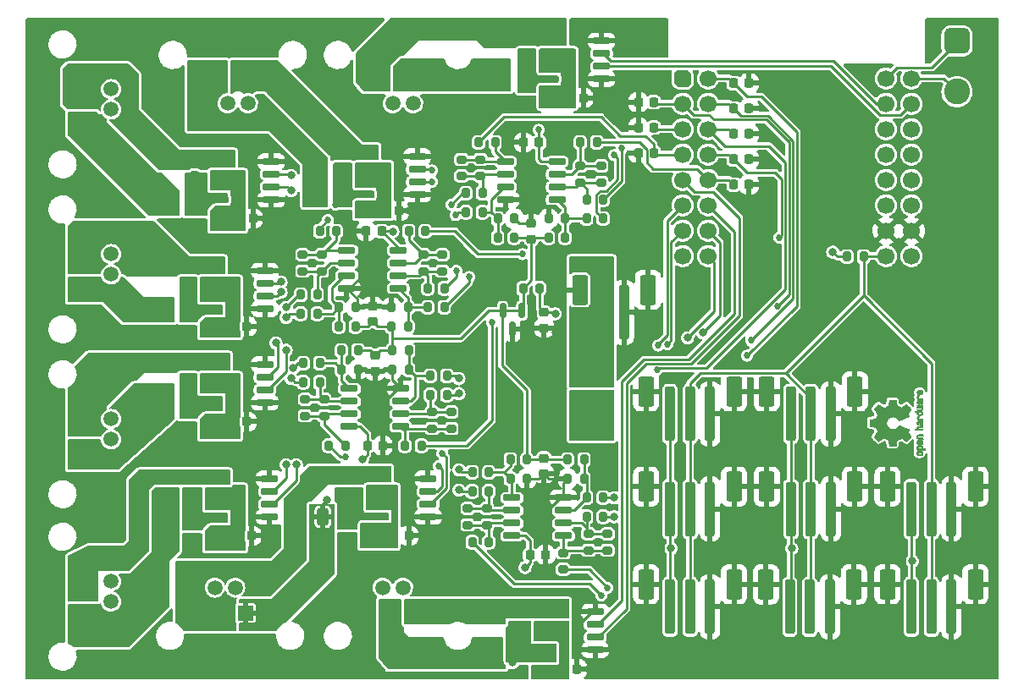
<source format=gbr>
%TF.GenerationSoftware,KiCad,Pcbnew,(6.0.9)*%
%TF.CreationDate,2022-12-08T20:01:15+01:00*%
%TF.ProjectId,floor-heating-controller-s2,666c6f6f-722d-4686-9561-74696e672d63,1*%
%TF.SameCoordinates,Original*%
%TF.FileFunction,Copper,L1,Top*%
%TF.FilePolarity,Positive*%
%FSLAX46Y46*%
G04 Gerber Fmt 4.6, Leading zero omitted, Abs format (unit mm)*
G04 Created by KiCad (PCBNEW (6.0.9)) date 2022-12-08 20:01:15*
%MOMM*%
%LPD*%
G01*
G04 APERTURE LIST*
G04 Aperture macros list*
%AMRoundRect*
0 Rectangle with rounded corners*
0 $1 Rounding radius*
0 $2 $3 $4 $5 $6 $7 $8 $9 X,Y pos of 4 corners*
0 Add a 4 corners polygon primitive as box body*
4,1,4,$2,$3,$4,$5,$6,$7,$8,$9,$2,$3,0*
0 Add four circle primitives for the rounded corners*
1,1,$1+$1,$2,$3*
1,1,$1+$1,$4,$5*
1,1,$1+$1,$6,$7*
1,1,$1+$1,$8,$9*
0 Add four rect primitives between the rounded corners*
20,1,$1+$1,$2,$3,$4,$5,0*
20,1,$1+$1,$4,$5,$6,$7,0*
20,1,$1+$1,$6,$7,$8,$9,0*
20,1,$1+$1,$8,$9,$2,$3,0*%
%AMFreePoly0*
4,1,19,-0.850000,0.510000,-0.510000,0.850000,0.255000,0.850000,0.408997,0.829726,0.552500,0.770285,0.675729,0.675729,0.770285,0.552500,0.829726,0.408997,0.850000,0.255000,0.850000,-0.510000,0.510000,-0.850000,-0.255000,-0.850000,-0.408997,-0.829726,-0.552500,-0.770285,-0.675729,-0.675729,-0.770285,-0.552500,-0.829726,-0.408997,-0.850000,-0.255000,-0.850000,0.510000,-0.850000,0.510000,
$1*%
G04 Aperture macros list end*
%TA.AperFunction,EtchedComponent*%
%ADD10C,0.010000*%
%TD*%
%TA.AperFunction,SMDPad,CuDef*%
%ADD11RoundRect,0.250000X-0.250000X-2.500000X0.250000X-2.500000X0.250000X2.500000X-0.250000X2.500000X0*%
%TD*%
%TA.AperFunction,SMDPad,CuDef*%
%ADD12RoundRect,0.250000X-0.550000X-1.250000X0.550000X-1.250000X0.550000X1.250000X-0.550000X1.250000X0*%
%TD*%
%TA.AperFunction,SMDPad,CuDef*%
%ADD13RoundRect,0.200000X0.200000X0.275000X-0.200000X0.275000X-0.200000X-0.275000X0.200000X-0.275000X0*%
%TD*%
%TA.AperFunction,SMDPad,CuDef*%
%ADD14RoundRect,0.200000X-0.275000X0.200000X-0.275000X-0.200000X0.275000X-0.200000X0.275000X0.200000X0*%
%TD*%
%TA.AperFunction,SMDPad,CuDef*%
%ADD15RoundRect,0.200000X-0.200000X-0.275000X0.200000X-0.275000X0.200000X0.275000X-0.200000X0.275000X0*%
%TD*%
%TA.AperFunction,SMDPad,CuDef*%
%ADD16RoundRect,0.225000X0.225000X0.250000X-0.225000X0.250000X-0.225000X-0.250000X0.225000X-0.250000X0*%
%TD*%
%TA.AperFunction,SMDPad,CuDef*%
%ADD17RoundRect,0.225000X-0.250000X0.225000X-0.250000X-0.225000X0.250000X-0.225000X0.250000X0.225000X0*%
%TD*%
%TA.AperFunction,SMDPad,CuDef*%
%ADD18RoundRect,0.150000X-0.725000X-0.150000X0.725000X-0.150000X0.725000X0.150000X-0.725000X0.150000X0*%
%TD*%
%TA.AperFunction,SMDPad,CuDef*%
%ADD19RoundRect,0.200000X0.275000X-0.200000X0.275000X0.200000X-0.275000X0.200000X-0.275000X-0.200000X0*%
%TD*%
%TA.AperFunction,SMDPad,CuDef*%
%ADD20RoundRect,0.225000X-0.225000X-0.250000X0.225000X-0.250000X0.225000X0.250000X-0.225000X0.250000X0*%
%TD*%
%TA.AperFunction,SMDPad,CuDef*%
%ADD21RoundRect,0.250000X0.312500X0.625000X-0.312500X0.625000X-0.312500X-0.625000X0.312500X-0.625000X0*%
%TD*%
%TA.AperFunction,ComponentPad*%
%ADD22R,1.500000X1.500000*%
%TD*%
%TA.AperFunction,ComponentPad*%
%ADD23C,1.500000*%
%TD*%
%TA.AperFunction,SMDPad,CuDef*%
%ADD24RoundRect,0.225000X0.250000X-0.225000X0.250000X0.225000X-0.250000X0.225000X-0.250000X-0.225000X0*%
%TD*%
%TA.AperFunction,ComponentPad*%
%ADD25FreePoly0,0.000000*%
%TD*%
%TA.AperFunction,ComponentPad*%
%ADD26C,1.700000*%
%TD*%
%TA.AperFunction,SMDPad,CuDef*%
%ADD27RoundRect,0.150000X-0.150000X0.587500X-0.150000X-0.587500X0.150000X-0.587500X0.150000X0.587500X0*%
%TD*%
%TA.AperFunction,ComponentPad*%
%ADD28RoundRect,0.650000X-0.650000X0.650000X-0.650000X-0.650000X0.650000X-0.650000X0.650000X0.650000X0*%
%TD*%
%TA.AperFunction,ComponentPad*%
%ADD29C,2.600000*%
%TD*%
%TA.AperFunction,SMDPad,CuDef*%
%ADD30RoundRect,0.150000X0.725000X0.150000X-0.725000X0.150000X-0.725000X-0.150000X0.725000X-0.150000X0*%
%TD*%
%TA.AperFunction,SMDPad,CuDef*%
%ADD31R,1.800000X2.500000*%
%TD*%
%TA.AperFunction,ViaPad*%
%ADD32C,0.800000*%
%TD*%
%TA.AperFunction,ViaPad*%
%ADD33C,0.685800*%
%TD*%
%TA.AperFunction,Conductor*%
%ADD34C,0.250000*%
%TD*%
%TA.AperFunction,Conductor*%
%ADD35C,0.254000*%
%TD*%
G04 APERTURE END LIST*
%TO.C,REF\u002A\u002A*%
G36*
X138421333Y-133643323D02*
G01*
X138373958Y-133640550D01*
X138340290Y-133636612D01*
X138316498Y-133631151D01*
X138298753Y-133623808D01*
X138283224Y-133614223D01*
X138277381Y-133610113D01*
X138222185Y-133555595D01*
X138190890Y-133486664D01*
X138182776Y-133412509D01*
X138317514Y-133412509D01*
X138324926Y-133453234D01*
X138349330Y-133481168D01*
X138393980Y-133497983D01*
X138462130Y-133505350D01*
X138499603Y-133506029D01*
X138561499Y-133505245D01*
X138601997Y-133501760D01*
X138628708Y-133493876D01*
X138649244Y-133479895D01*
X138659260Y-133470403D01*
X138688567Y-133431596D01*
X138690952Y-133397237D01*
X138666750Y-133361784D01*
X138665857Y-133360886D01*
X138647153Y-133346461D01*
X138621732Y-133337687D01*
X138582584Y-133333261D01*
X138522697Y-133331882D01*
X138509430Y-133331857D01*
X138426901Y-133335188D01*
X138369691Y-133346031D01*
X138334766Y-133365660D01*
X138319094Y-133395350D01*
X138317514Y-133412509D01*
X138182776Y-133412509D01*
X138182165Y-133406928D01*
X138190918Y-133337256D01*
X138218568Y-133281799D01*
X138269480Y-133232852D01*
X138288338Y-133219371D01*
X138313015Y-133204686D01*
X138339816Y-133195158D01*
X138375587Y-133189707D01*
X138427169Y-133187253D01*
X138495267Y-133186714D01*
X138588588Y-133189148D01*
X138658657Y-133197606D01*
X138710931Y-133213826D01*
X138750869Y-133239546D01*
X138783929Y-133276503D01*
X138785886Y-133279218D01*
X138805908Y-133315640D01*
X138815815Y-133359498D01*
X138818257Y-133415276D01*
X138818257Y-133505952D01*
X138906283Y-133505990D01*
X138955308Y-133506834D01*
X138984065Y-133511976D01*
X139001311Y-133525413D01*
X139015808Y-133551142D01*
X139018769Y-133557321D01*
X139032648Y-133586236D01*
X139041414Y-133608624D01*
X139042171Y-133625271D01*
X139032023Y-133636964D01*
X139008073Y-133644490D01*
X138967426Y-133648634D01*
X138907186Y-133650185D01*
X138824455Y-133649929D01*
X138716339Y-133648651D01*
X138684000Y-133648252D01*
X138572524Y-133646815D01*
X138499603Y-133645528D01*
X138486245Y-133645292D01*
X138421333Y-133643323D01*
G37*
D10*
X138421333Y-133643323D02*
X138373958Y-133640550D01*
X138340290Y-133636612D01*
X138316498Y-133631151D01*
X138298753Y-133623808D01*
X138283224Y-133614223D01*
X138277381Y-133610113D01*
X138222185Y-133555595D01*
X138190890Y-133486664D01*
X138182776Y-133412509D01*
X138317514Y-133412509D01*
X138324926Y-133453234D01*
X138349330Y-133481168D01*
X138393980Y-133497983D01*
X138462130Y-133505350D01*
X138499603Y-133506029D01*
X138561499Y-133505245D01*
X138601997Y-133501760D01*
X138628708Y-133493876D01*
X138649244Y-133479895D01*
X138659260Y-133470403D01*
X138688567Y-133431596D01*
X138690952Y-133397237D01*
X138666750Y-133361784D01*
X138665857Y-133360886D01*
X138647153Y-133346461D01*
X138621732Y-133337687D01*
X138582584Y-133333261D01*
X138522697Y-133331882D01*
X138509430Y-133331857D01*
X138426901Y-133335188D01*
X138369691Y-133346031D01*
X138334766Y-133365660D01*
X138319094Y-133395350D01*
X138317514Y-133412509D01*
X138182776Y-133412509D01*
X138182165Y-133406928D01*
X138190918Y-133337256D01*
X138218568Y-133281799D01*
X138269480Y-133232852D01*
X138288338Y-133219371D01*
X138313015Y-133204686D01*
X138339816Y-133195158D01*
X138375587Y-133189707D01*
X138427169Y-133187253D01*
X138495267Y-133186714D01*
X138588588Y-133189148D01*
X138658657Y-133197606D01*
X138710931Y-133213826D01*
X138750869Y-133239546D01*
X138783929Y-133276503D01*
X138785886Y-133279218D01*
X138805908Y-133315640D01*
X138815815Y-133359498D01*
X138818257Y-133415276D01*
X138818257Y-133505952D01*
X138906283Y-133505990D01*
X138955308Y-133506834D01*
X138984065Y-133511976D01*
X139001311Y-133525413D01*
X139015808Y-133551142D01*
X139018769Y-133557321D01*
X139032648Y-133586236D01*
X139041414Y-133608624D01*
X139042171Y-133625271D01*
X139032023Y-133636964D01*
X139008073Y-133644490D01*
X138967426Y-133648634D01*
X138907186Y-133650185D01*
X138824455Y-133649929D01*
X138716339Y-133648651D01*
X138684000Y-133648252D01*
X138572524Y-133646815D01*
X138499603Y-133645528D01*
X138486245Y-133645292D01*
X138421333Y-133643323D01*
G36*
X138811044Y-132145314D02*
G01*
X138838697Y-132207000D01*
X138598670Y-132214257D01*
X138509028Y-132217256D01*
X138443962Y-132220402D01*
X138399026Y-132224299D01*
X138369770Y-132229553D01*
X138351748Y-132236769D01*
X138340511Y-132246550D01*
X138338079Y-132249688D01*
X138319083Y-132297239D01*
X138326600Y-132345303D01*
X138346543Y-132373914D01*
X138360675Y-132385553D01*
X138379220Y-132393609D01*
X138407334Y-132398729D01*
X138450173Y-132401559D01*
X138512895Y-132402744D01*
X138578261Y-132402943D01*
X138660268Y-132402982D01*
X138718316Y-132404386D01*
X138757465Y-132409086D01*
X138782780Y-132419013D01*
X138799323Y-132436097D01*
X138812156Y-132462268D01*
X138825491Y-132497225D01*
X138840007Y-132535404D01*
X138582389Y-132530859D01*
X138489519Y-132529029D01*
X138420889Y-132526888D01*
X138371711Y-132523819D01*
X138337198Y-132519206D01*
X138312562Y-132512432D01*
X138293016Y-132502881D01*
X138275770Y-132491366D01*
X138220680Y-132435810D01*
X138188822Y-132368020D01*
X138181191Y-132294287D01*
X138198780Y-132220907D01*
X138225723Y-132174328D01*
X138252466Y-132141943D01*
X138280484Y-132118258D01*
X138314748Y-132101941D01*
X138360227Y-132091661D01*
X138421892Y-132086086D01*
X138504711Y-132083884D01*
X138564246Y-132083629D01*
X138783391Y-132083629D01*
X138811044Y-132145314D01*
G37*
X138811044Y-132145314D02*
X138838697Y-132207000D01*
X138598670Y-132214257D01*
X138509028Y-132217256D01*
X138443962Y-132220402D01*
X138399026Y-132224299D01*
X138369770Y-132229553D01*
X138351748Y-132236769D01*
X138340511Y-132246550D01*
X138338079Y-132249688D01*
X138319083Y-132297239D01*
X138326600Y-132345303D01*
X138346543Y-132373914D01*
X138360675Y-132385553D01*
X138379220Y-132393609D01*
X138407334Y-132398729D01*
X138450173Y-132401559D01*
X138512895Y-132402744D01*
X138578261Y-132402943D01*
X138660268Y-132402982D01*
X138718316Y-132404386D01*
X138757465Y-132409086D01*
X138782780Y-132419013D01*
X138799323Y-132436097D01*
X138812156Y-132462268D01*
X138825491Y-132497225D01*
X138840007Y-132535404D01*
X138582389Y-132530859D01*
X138489519Y-132529029D01*
X138420889Y-132526888D01*
X138371711Y-132523819D01*
X138337198Y-132519206D01*
X138312562Y-132512432D01*
X138293016Y-132502881D01*
X138275770Y-132491366D01*
X138220680Y-132435810D01*
X138188822Y-132368020D01*
X138181191Y-132294287D01*
X138198780Y-132220907D01*
X138225723Y-132174328D01*
X138252466Y-132141943D01*
X138280484Y-132118258D01*
X138314748Y-132101941D01*
X138360227Y-132091661D01*
X138421892Y-132086086D01*
X138504711Y-132083884D01*
X138564246Y-132083629D01*
X138783391Y-132083629D01*
X138811044Y-132145314D01*
G36*
X138809580Y-131287509D02*
G01*
X138820420Y-131319973D01*
X138825468Y-131337785D01*
X138825514Y-131338309D01*
X138811828Y-131340063D01*
X138774076Y-131341556D01*
X138717224Y-131342674D01*
X138646234Y-131343303D01*
X138603073Y-131343400D01*
X138517973Y-131343602D01*
X138456981Y-131344642D01*
X138415177Y-131347169D01*
X138387642Y-131351836D01*
X138369456Y-131359293D01*
X138355698Y-131370189D01*
X138349073Y-131376993D01*
X138322375Y-131423728D01*
X138320375Y-131474728D01*
X138342955Y-131520999D01*
X138351107Y-131529556D01*
X138366436Y-131542107D01*
X138384618Y-131550812D01*
X138410909Y-131556369D01*
X138450562Y-131559474D01*
X138508832Y-131560824D01*
X138589173Y-131561114D01*
X138793646Y-131561114D01*
X138809580Y-131606823D01*
X138820420Y-131639287D01*
X138825468Y-131657099D01*
X138825514Y-131657623D01*
X138811623Y-131658963D01*
X138772439Y-131660172D01*
X138711700Y-131661199D01*
X138633141Y-131661998D01*
X138540498Y-131662519D01*
X138437509Y-131662714D01*
X138040342Y-131662714D01*
X138020444Y-131615543D01*
X138000547Y-131568371D01*
X138122289Y-131561114D01*
X138181613Y-131556861D01*
X138216572Y-131551975D01*
X138231820Y-131545205D01*
X138232015Y-131535298D01*
X138230195Y-131532086D01*
X138217015Y-131489356D01*
X138217785Y-131433773D01*
X138231333Y-131377263D01*
X138248861Y-131341918D01*
X138276861Y-131305679D01*
X138308549Y-131279187D01*
X138348813Y-131261001D01*
X138402543Y-131249678D01*
X138474626Y-131243778D01*
X138569951Y-131241857D01*
X138588237Y-131241823D01*
X138793646Y-131241800D01*
X138809580Y-131287509D01*
G37*
X138809580Y-131287509D02*
X138820420Y-131319973D01*
X138825468Y-131337785D01*
X138825514Y-131338309D01*
X138811828Y-131340063D01*
X138774076Y-131341556D01*
X138717224Y-131342674D01*
X138646234Y-131343303D01*
X138603073Y-131343400D01*
X138517973Y-131343602D01*
X138456981Y-131344642D01*
X138415177Y-131347169D01*
X138387642Y-131351836D01*
X138369456Y-131359293D01*
X138355698Y-131370189D01*
X138349073Y-131376993D01*
X138322375Y-131423728D01*
X138320375Y-131474728D01*
X138342955Y-131520999D01*
X138351107Y-131529556D01*
X138366436Y-131542107D01*
X138384618Y-131550812D01*
X138410909Y-131556369D01*
X138450562Y-131559474D01*
X138508832Y-131560824D01*
X138589173Y-131561114D01*
X138793646Y-131561114D01*
X138809580Y-131606823D01*
X138820420Y-131639287D01*
X138825468Y-131657099D01*
X138825514Y-131657623D01*
X138811623Y-131658963D01*
X138772439Y-131660172D01*
X138711700Y-131661199D01*
X138633141Y-131661998D01*
X138540498Y-131662519D01*
X138437509Y-131662714D01*
X138040342Y-131662714D01*
X138020444Y-131615543D01*
X138000547Y-131568371D01*
X138122289Y-131561114D01*
X138181613Y-131556861D01*
X138216572Y-131551975D01*
X138231820Y-131545205D01*
X138232015Y-131535298D01*
X138230195Y-131532086D01*
X138217015Y-131489356D01*
X138217785Y-131433773D01*
X138231333Y-131377263D01*
X138248861Y-131341918D01*
X138276861Y-131305679D01*
X138308549Y-131279187D01*
X138348813Y-131261001D01*
X138402543Y-131249678D01*
X138474626Y-131243778D01*
X138569951Y-131241857D01*
X138588237Y-131241823D01*
X138793646Y-131241800D01*
X138809580Y-131287509D01*
G36*
X138782127Y-129197674D02*
G01*
X138810429Y-129229325D01*
X138821893Y-129257110D01*
X138821168Y-129295085D01*
X138819321Y-129310160D01*
X138813948Y-129357274D01*
X138810869Y-129396244D01*
X138810585Y-129405743D01*
X138812445Y-129437767D01*
X138817114Y-129483568D01*
X138819321Y-129501326D01*
X138822735Y-129544943D01*
X138815320Y-129574255D01*
X138792427Y-129603320D01*
X138782127Y-129613812D01*
X138736196Y-129659743D01*
X138249602Y-129659743D01*
X138232758Y-129622774D01*
X138220282Y-129590941D01*
X138215914Y-129572317D01*
X138229718Y-129567542D01*
X138268286Y-129563079D01*
X138327356Y-129559225D01*
X138402663Y-129556278D01*
X138466286Y-129554857D01*
X138716657Y-129550886D01*
X138721556Y-129516241D01*
X138718131Y-129484732D01*
X138707041Y-129469292D01*
X138686308Y-129464977D01*
X138642145Y-129461292D01*
X138580146Y-129458531D01*
X138505909Y-129456988D01*
X138467706Y-129456765D01*
X138247783Y-129456543D01*
X138231849Y-129410834D01*
X138221015Y-129378482D01*
X138215962Y-129360885D01*
X138215914Y-129360377D01*
X138229648Y-129358612D01*
X138267730Y-129356671D01*
X138325482Y-129354718D01*
X138398227Y-129352916D01*
X138466286Y-129351657D01*
X138716657Y-129347686D01*
X138716657Y-129260600D01*
X138488240Y-129256604D01*
X138259822Y-129252608D01*
X138237868Y-129210153D01*
X138222793Y-129178808D01*
X138215951Y-129160256D01*
X138215914Y-129159721D01*
X138229663Y-129157167D01*
X138267850Y-129154952D01*
X138325886Y-129153216D01*
X138399180Y-129152101D01*
X138476055Y-129151743D01*
X138736196Y-129151743D01*
X138782127Y-129197674D01*
G37*
X138782127Y-129197674D02*
X138810429Y-129229325D01*
X138821893Y-129257110D01*
X138821168Y-129295085D01*
X138819321Y-129310160D01*
X138813948Y-129357274D01*
X138810869Y-129396244D01*
X138810585Y-129405743D01*
X138812445Y-129437767D01*
X138817114Y-129483568D01*
X138819321Y-129501326D01*
X138822735Y-129544943D01*
X138815320Y-129574255D01*
X138792427Y-129603320D01*
X138782127Y-129613812D01*
X138736196Y-129659743D01*
X138249602Y-129659743D01*
X138232758Y-129622774D01*
X138220282Y-129590941D01*
X138215914Y-129572317D01*
X138229718Y-129567542D01*
X138268286Y-129563079D01*
X138327356Y-129559225D01*
X138402663Y-129556278D01*
X138466286Y-129554857D01*
X138716657Y-129550886D01*
X138721556Y-129516241D01*
X138718131Y-129484732D01*
X138707041Y-129469292D01*
X138686308Y-129464977D01*
X138642145Y-129461292D01*
X138580146Y-129458531D01*
X138505909Y-129456988D01*
X138467706Y-129456765D01*
X138247783Y-129456543D01*
X138231849Y-129410834D01*
X138221015Y-129378482D01*
X138215962Y-129360885D01*
X138215914Y-129360377D01*
X138229648Y-129358612D01*
X138267730Y-129356671D01*
X138325482Y-129354718D01*
X138398227Y-129352916D01*
X138466286Y-129351657D01*
X138716657Y-129347686D01*
X138716657Y-129260600D01*
X138488240Y-129256604D01*
X138259822Y-129252608D01*
X138237868Y-129210153D01*
X138222793Y-129178808D01*
X138215951Y-129160256D01*
X138215914Y-129159721D01*
X138229663Y-129157167D01*
X138267850Y-129154952D01*
X138325886Y-129153216D01*
X138399180Y-129152101D01*
X138476055Y-129151743D01*
X138736196Y-129151743D01*
X138782127Y-129197674D01*
G36*
X138361086Y-130152274D02*
G01*
X138309600Y-130129865D01*
X138269443Y-130094876D01*
X138248861Y-130067625D01*
X138226625Y-130018093D01*
X138218837Y-129974776D01*
X138319843Y-129974776D01*
X138341159Y-130023204D01*
X138349073Y-130032550D01*
X138366647Y-130048460D01*
X138387587Y-130058390D01*
X138418782Y-130063722D01*
X138467122Y-130065837D01*
X138516647Y-130066143D01*
X138581550Y-130065524D01*
X138624514Y-130062686D01*
X138652622Y-130056160D01*
X138672953Y-130044477D01*
X138688288Y-130030517D01*
X138717890Y-129983635D01*
X138720419Y-129933299D01*
X138695705Y-129885724D01*
X138692356Y-129882021D01*
X138674935Y-129866217D01*
X138654209Y-129856307D01*
X138623362Y-129850942D01*
X138575577Y-129848772D01*
X138522748Y-129848429D01*
X138456381Y-129849173D01*
X138412106Y-129852252D01*
X138383009Y-129858939D01*
X138362173Y-129870504D01*
X138351107Y-129879987D01*
X138323198Y-129924040D01*
X138319843Y-129974776D01*
X138218837Y-129974776D01*
X138216304Y-129960684D01*
X138219067Y-129907318D01*
X138230212Y-129877457D01*
X138233383Y-129865739D01*
X138221557Y-129857963D01*
X138189866Y-129852535D01*
X138141593Y-129848429D01*
X138087829Y-129843933D01*
X138055482Y-129837687D01*
X138036985Y-129826324D01*
X138024770Y-129806472D01*
X138019362Y-129794000D01*
X137999601Y-129746829D01*
X138336358Y-129746883D01*
X138444837Y-129747067D01*
X138528287Y-129747781D01*
X138590704Y-129749325D01*
X138636085Y-129751999D01*
X138668429Y-129756106D01*
X138691733Y-129761945D01*
X138709995Y-129769818D01*
X138720418Y-129775779D01*
X138776945Y-129825145D01*
X138812377Y-129887736D01*
X138825090Y-129956987D01*
X138813463Y-130026332D01*
X138792568Y-130067625D01*
X138756422Y-130110975D01*
X138712276Y-130140519D01*
X138654462Y-130158345D01*
X138577313Y-130166537D01*
X138520714Y-130167698D01*
X138516647Y-130167542D01*
X138429568Y-130164190D01*
X138361086Y-130152274D01*
G37*
X138361086Y-130152274D02*
X138309600Y-130129865D01*
X138269443Y-130094876D01*
X138248861Y-130067625D01*
X138226625Y-130018093D01*
X138218837Y-129974776D01*
X138319843Y-129974776D01*
X138341159Y-130023204D01*
X138349073Y-130032550D01*
X138366647Y-130048460D01*
X138387587Y-130058390D01*
X138418782Y-130063722D01*
X138467122Y-130065837D01*
X138516647Y-130066143D01*
X138581550Y-130065524D01*
X138624514Y-130062686D01*
X138652622Y-130056160D01*
X138672953Y-130044477D01*
X138688288Y-130030517D01*
X138717890Y-129983635D01*
X138720419Y-129933299D01*
X138695705Y-129885724D01*
X138692356Y-129882021D01*
X138674935Y-129866217D01*
X138654209Y-129856307D01*
X138623362Y-129850942D01*
X138575577Y-129848772D01*
X138522748Y-129848429D01*
X138456381Y-129849173D01*
X138412106Y-129852252D01*
X138383009Y-129858939D01*
X138362173Y-129870504D01*
X138351107Y-129879987D01*
X138323198Y-129924040D01*
X138319843Y-129974776D01*
X138218837Y-129974776D01*
X138216304Y-129960684D01*
X138219067Y-129907318D01*
X138230212Y-129877457D01*
X138233383Y-129865739D01*
X138221557Y-129857963D01*
X138189866Y-129852535D01*
X138141593Y-129848429D01*
X138087829Y-129843933D01*
X138055482Y-129837687D01*
X138036985Y-129826324D01*
X138024770Y-129806472D01*
X138019362Y-129794000D01*
X137999601Y-129746829D01*
X138336358Y-129746883D01*
X138444837Y-129747067D01*
X138528287Y-129747781D01*
X138590704Y-129749325D01*
X138636085Y-129751999D01*
X138668429Y-129756106D01*
X138691733Y-129761945D01*
X138709995Y-129769818D01*
X138720418Y-129775779D01*
X138776945Y-129825145D01*
X138812377Y-129887736D01*
X138825090Y-129956987D01*
X138813463Y-130026332D01*
X138792568Y-130067625D01*
X138756422Y-130110975D01*
X138712276Y-130140519D01*
X138654462Y-130158345D01*
X138577313Y-130166537D01*
X138520714Y-130167698D01*
X138516647Y-130167542D01*
X138429568Y-130164190D01*
X138361086Y-130152274D01*
G36*
X138414186Y-130244534D02*
G01*
X138441217Y-130268438D01*
X138445813Y-130277283D01*
X138460144Y-130315470D01*
X138456472Y-130334972D01*
X138432407Y-130341578D01*
X138419114Y-130341914D01*
X138370210Y-130354008D01*
X138335999Y-130385529D01*
X138319476Y-130429341D01*
X138323634Y-130478305D01*
X138345227Y-130518106D01*
X138357544Y-130531550D01*
X138372487Y-130541079D01*
X138395075Y-130547515D01*
X138430328Y-130551683D01*
X138483266Y-130554403D01*
X138558907Y-130556498D01*
X138582857Y-130557040D01*
X138664790Y-130559019D01*
X138722455Y-130561269D01*
X138760608Y-130564643D01*
X138784004Y-130569994D01*
X138797398Y-130578176D01*
X138805545Y-130590041D01*
X138809144Y-130597638D01*
X138821452Y-130629898D01*
X138825514Y-130648889D01*
X138811948Y-130655164D01*
X138770934Y-130658994D01*
X138701999Y-130660400D01*
X138604669Y-130659402D01*
X138589657Y-130659092D01*
X138500859Y-130656899D01*
X138436019Y-130654307D01*
X138390067Y-130650618D01*
X138357935Y-130645136D01*
X138334553Y-130637165D01*
X138314852Y-130626007D01*
X138306410Y-130620170D01*
X138269057Y-130586704D01*
X138240003Y-130549273D01*
X138237467Y-130544691D01*
X138217443Y-130477574D01*
X138220755Y-130407074D01*
X138245084Y-130341142D01*
X138288117Y-130287727D01*
X138318409Y-130266836D01*
X138373994Y-130244061D01*
X138414186Y-130244534D01*
G37*
X138414186Y-130244534D02*
X138441217Y-130268438D01*
X138445813Y-130277283D01*
X138460144Y-130315470D01*
X138456472Y-130334972D01*
X138432407Y-130341578D01*
X138419114Y-130341914D01*
X138370210Y-130354008D01*
X138335999Y-130385529D01*
X138319476Y-130429341D01*
X138323634Y-130478305D01*
X138345227Y-130518106D01*
X138357544Y-130531550D01*
X138372487Y-130541079D01*
X138395075Y-130547515D01*
X138430328Y-130551683D01*
X138483266Y-130554403D01*
X138558907Y-130556498D01*
X138582857Y-130557040D01*
X138664790Y-130559019D01*
X138722455Y-130561269D01*
X138760608Y-130564643D01*
X138784004Y-130569994D01*
X138797398Y-130578176D01*
X138805545Y-130590041D01*
X138809144Y-130597638D01*
X138821452Y-130629898D01*
X138825514Y-130648889D01*
X138811948Y-130655164D01*
X138770934Y-130658994D01*
X138701999Y-130660400D01*
X138604669Y-130659402D01*
X138589657Y-130659092D01*
X138500859Y-130656899D01*
X138436019Y-130654307D01*
X138390067Y-130650618D01*
X138357935Y-130645136D01*
X138334553Y-130637165D01*
X138314852Y-130626007D01*
X138306410Y-130620170D01*
X138269057Y-130586704D01*
X138240003Y-130549273D01*
X138237467Y-130544691D01*
X138217443Y-130477574D01*
X138220755Y-130407074D01*
X138245084Y-130341142D01*
X138288117Y-130287727D01*
X138318409Y-130266836D01*
X138373994Y-130244061D01*
X138414186Y-130244534D01*
G36*
X138366384Y-128068804D02*
G01*
X138317695Y-128055116D01*
X138281849Y-128032904D01*
X138253513Y-128000426D01*
X138244355Y-127986267D01*
X138220507Y-127921947D01*
X138219135Y-127857590D01*
X138317364Y-127857590D01*
X138321122Y-127906678D01*
X138348884Y-127947773D01*
X138398152Y-127976242D01*
X138437257Y-127985369D01*
X138477247Y-127988993D01*
X138502126Y-127987977D01*
X138506200Y-127985444D01*
X138500665Y-127968726D01*
X138486017Y-127932751D01*
X138465190Y-127884669D01*
X138460714Y-127874614D01*
X138429814Y-127813848D01*
X138402657Y-127780368D01*
X138377220Y-127773010D01*
X138351481Y-127790609D01*
X138340109Y-127805144D01*
X138317364Y-127857590D01*
X138219135Y-127857590D01*
X138219006Y-127851527D01*
X138237966Y-127783405D01*
X138275497Y-127725979D01*
X138309096Y-127698281D01*
X138370064Y-127676338D01*
X138418308Y-127674595D01*
X138482816Y-127678543D01*
X138547934Y-127827314D01*
X138581202Y-127899651D01*
X138607964Y-127946916D01*
X138631144Y-127971493D01*
X138653667Y-127975763D01*
X138678455Y-127962111D01*
X138694886Y-127947057D01*
X138721235Y-127903254D01*
X138723081Y-127855611D01*
X138702546Y-127811855D01*
X138661752Y-127779711D01*
X138647347Y-127773962D01*
X138602356Y-127746424D01*
X138583182Y-127714742D01*
X138566779Y-127671286D01*
X138628966Y-127671286D01*
X138671283Y-127675128D01*
X138706969Y-127690177D01*
X138747943Y-127721720D01*
X138753267Y-127726408D01*
X138789720Y-127761494D01*
X138809283Y-127791653D01*
X138818283Y-127829385D01*
X138821230Y-127860665D01*
X138821965Y-127916615D01*
X138812660Y-127956445D01*
X138798846Y-127981292D01*
X138768467Y-128020344D01*
X138735613Y-128047375D01*
X138694294Y-128064483D01*
X138638521Y-128073762D01*
X138562305Y-128077307D01*
X138523622Y-128077590D01*
X138477247Y-128076628D01*
X138433249Y-128075715D01*
X138366384Y-128068804D01*
G37*
X138366384Y-128068804D02*
X138317695Y-128055116D01*
X138281849Y-128032904D01*
X138253513Y-128000426D01*
X138244355Y-127986267D01*
X138220507Y-127921947D01*
X138219135Y-127857590D01*
X138317364Y-127857590D01*
X138321122Y-127906678D01*
X138348884Y-127947773D01*
X138398152Y-127976242D01*
X138437257Y-127985369D01*
X138477247Y-127988993D01*
X138502126Y-127987977D01*
X138506200Y-127985444D01*
X138500665Y-127968726D01*
X138486017Y-127932751D01*
X138465190Y-127884669D01*
X138460714Y-127874614D01*
X138429814Y-127813848D01*
X138402657Y-127780368D01*
X138377220Y-127773010D01*
X138351481Y-127790609D01*
X138340109Y-127805144D01*
X138317364Y-127857590D01*
X138219135Y-127857590D01*
X138219006Y-127851527D01*
X138237966Y-127783405D01*
X138275497Y-127725979D01*
X138309096Y-127698281D01*
X138370064Y-127676338D01*
X138418308Y-127674595D01*
X138482816Y-127678543D01*
X138547934Y-127827314D01*
X138581202Y-127899651D01*
X138607964Y-127946916D01*
X138631144Y-127971493D01*
X138653667Y-127975763D01*
X138678455Y-127962111D01*
X138694886Y-127947057D01*
X138721235Y-127903254D01*
X138723081Y-127855611D01*
X138702546Y-127811855D01*
X138661752Y-127779711D01*
X138647347Y-127773962D01*
X138602356Y-127746424D01*
X138583182Y-127714742D01*
X138566779Y-127671286D01*
X138628966Y-127671286D01*
X138671283Y-127675128D01*
X138706969Y-127690177D01*
X138747943Y-127721720D01*
X138753267Y-127726408D01*
X138789720Y-127761494D01*
X138809283Y-127791653D01*
X138818283Y-127829385D01*
X138821230Y-127860665D01*
X138821965Y-127916615D01*
X138812660Y-127956445D01*
X138798846Y-127981292D01*
X138768467Y-128020344D01*
X138735613Y-128047375D01*
X138694294Y-128064483D01*
X138638521Y-128073762D01*
X138562305Y-128077307D01*
X138523622Y-128077590D01*
X138477247Y-128076628D01*
X138433249Y-128075715D01*
X138366384Y-128068804D01*
G36*
X138307212Y-133065450D02*
G01*
X138258302Y-133031544D01*
X138208878Y-132970347D01*
X138184359Y-132902937D01*
X138183910Y-132883154D01*
X138318950Y-132883154D01*
X138337717Y-132920897D01*
X138373915Y-132946966D01*
X138413748Y-132954486D01*
X138445753Y-132952676D01*
X138455093Y-132942778D01*
X138448105Y-132918102D01*
X138431587Y-132879205D01*
X138410881Y-132835725D01*
X138410333Y-132834644D01*
X138390949Y-132797791D01*
X138378013Y-132783000D01*
X138364451Y-132786647D01*
X138346632Y-132802005D01*
X138320845Y-132841077D01*
X138318950Y-132883154D01*
X138183910Y-132883154D01*
X138182797Y-132834120D01*
X138202239Y-132768697D01*
X138240735Y-132711473D01*
X138296335Y-132667251D01*
X138367086Y-132640833D01*
X138419162Y-132635490D01*
X138440893Y-132636097D01*
X138457531Y-132641178D01*
X138472437Y-132655145D01*
X138488973Y-132682411D01*
X138510498Y-132727388D01*
X138540374Y-132794489D01*
X138540524Y-132794829D01*
X138568813Y-132856593D01*
X138593933Y-132907241D01*
X138613179Y-132941596D01*
X138623848Y-132954482D01*
X138623934Y-132954486D01*
X138647166Y-132943128D01*
X138672774Y-132916569D01*
X138691221Y-132886077D01*
X138694886Y-132870630D01*
X138682212Y-132828485D01*
X138650471Y-132792192D01*
X138615572Y-132774483D01*
X138589845Y-132757448D01*
X138560546Y-132724078D01*
X138535235Y-132684851D01*
X138521471Y-132650244D01*
X138520714Y-132643007D01*
X138533160Y-132634861D01*
X138564972Y-132634370D01*
X138607866Y-132640357D01*
X138653558Y-132651643D01*
X138693761Y-132667050D01*
X138695322Y-132667829D01*
X138760062Y-132714196D01*
X138804097Y-132774289D01*
X138825711Y-132842535D01*
X138823185Y-132913362D01*
X138794804Y-132981196D01*
X138792808Y-132984212D01*
X138744448Y-133037573D01*
X138681352Y-133072660D01*
X138598387Y-133092078D01*
X138575078Y-133094684D01*
X138465055Y-133099299D01*
X138413748Y-133093767D01*
X138377027Y-133089806D01*
X138307212Y-133065450D01*
G37*
X138307212Y-133065450D02*
X138258302Y-133031544D01*
X138208878Y-132970347D01*
X138184359Y-132902937D01*
X138183910Y-132883154D01*
X138318950Y-132883154D01*
X138337717Y-132920897D01*
X138373915Y-132946966D01*
X138413748Y-132954486D01*
X138445753Y-132952676D01*
X138455093Y-132942778D01*
X138448105Y-132918102D01*
X138431587Y-132879205D01*
X138410881Y-132835725D01*
X138410333Y-132834644D01*
X138390949Y-132797791D01*
X138378013Y-132783000D01*
X138364451Y-132786647D01*
X138346632Y-132802005D01*
X138320845Y-132841077D01*
X138318950Y-132883154D01*
X138183910Y-132883154D01*
X138182797Y-132834120D01*
X138202239Y-132768697D01*
X138240735Y-132711473D01*
X138296335Y-132667251D01*
X138367086Y-132640833D01*
X138419162Y-132635490D01*
X138440893Y-132636097D01*
X138457531Y-132641178D01*
X138472437Y-132655145D01*
X138488973Y-132682411D01*
X138510498Y-132727388D01*
X138540374Y-132794489D01*
X138540524Y-132794829D01*
X138568813Y-132856593D01*
X138593933Y-132907241D01*
X138613179Y-132941596D01*
X138623848Y-132954482D01*
X138623934Y-132954486D01*
X138647166Y-132943128D01*
X138672774Y-132916569D01*
X138691221Y-132886077D01*
X138694886Y-132870630D01*
X138682212Y-132828485D01*
X138650471Y-132792192D01*
X138615572Y-132774483D01*
X138589845Y-132757448D01*
X138560546Y-132724078D01*
X138535235Y-132684851D01*
X138521471Y-132650244D01*
X138520714Y-132643007D01*
X138533160Y-132634861D01*
X138564972Y-132634370D01*
X138607866Y-132640357D01*
X138653558Y-132651643D01*
X138693761Y-132667050D01*
X138695322Y-132667829D01*
X138760062Y-132714196D01*
X138804097Y-132774289D01*
X138825711Y-132842535D01*
X138823185Y-132913362D01*
X138794804Y-132981196D01*
X138792808Y-132984212D01*
X138744448Y-133037573D01*
X138681352Y-133072660D01*
X138598387Y-133092078D01*
X138575078Y-133094684D01*
X138465055Y-133099299D01*
X138413748Y-133093767D01*
X138377027Y-133089806D01*
X138307212Y-133065450D01*
G36*
X138427927Y-128176721D02*
G01*
X138446357Y-128202933D01*
X138457516Y-128231036D01*
X138459572Y-128243905D01*
X138444649Y-128250171D01*
X138412175Y-128262544D01*
X138397502Y-128267972D01*
X138346744Y-128298410D01*
X138321427Y-128342480D01*
X138322206Y-128398990D01*
X138323203Y-128403175D01*
X138337507Y-128433345D01*
X138365393Y-128455524D01*
X138410287Y-128470673D01*
X138475615Y-128479750D01*
X138564804Y-128483714D01*
X138612261Y-128484086D01*
X138687071Y-128484270D01*
X138738069Y-128485478D01*
X138770471Y-128488691D01*
X138789495Y-128494891D01*
X138800356Y-128505060D01*
X138808272Y-128520181D01*
X138808670Y-128521054D01*
X138820981Y-128550172D01*
X138825514Y-128564597D01*
X138811809Y-128566814D01*
X138773925Y-128568711D01*
X138716715Y-128570153D01*
X138645027Y-128571002D01*
X138592565Y-128571171D01*
X138491047Y-128570308D01*
X138414032Y-128566930D01*
X138357023Y-128559858D01*
X138315526Y-128547912D01*
X138285043Y-128529910D01*
X138261080Y-128504673D01*
X138244355Y-128479753D01*
X138222097Y-128419829D01*
X138217076Y-128350089D01*
X138229752Y-128284400D01*
X138237334Y-128267052D01*
X138270128Y-128225644D01*
X138317547Y-128190235D01*
X138368151Y-128168336D01*
X138393098Y-128164771D01*
X138427927Y-128176721D01*
G37*
X138427927Y-128176721D02*
X138446357Y-128202933D01*
X138457516Y-128231036D01*
X138459572Y-128243905D01*
X138444649Y-128250171D01*
X138412175Y-128262544D01*
X138397502Y-128267972D01*
X138346744Y-128298410D01*
X138321427Y-128342480D01*
X138322206Y-128398990D01*
X138323203Y-128403175D01*
X138337507Y-128433345D01*
X138365393Y-128455524D01*
X138410287Y-128470673D01*
X138475615Y-128479750D01*
X138564804Y-128483714D01*
X138612261Y-128484086D01*
X138687071Y-128484270D01*
X138738069Y-128485478D01*
X138770471Y-128488691D01*
X138789495Y-128494891D01*
X138800356Y-128505060D01*
X138808272Y-128520181D01*
X138808670Y-128521054D01*
X138820981Y-128550172D01*
X138825514Y-128564597D01*
X138811809Y-128566814D01*
X138773925Y-128568711D01*
X138716715Y-128570153D01*
X138645027Y-128571002D01*
X138592565Y-128571171D01*
X138491047Y-128570308D01*
X138414032Y-128566930D01*
X138357023Y-128559858D01*
X138315526Y-128547912D01*
X138285043Y-128529910D01*
X138261080Y-128504673D01*
X138244355Y-128479753D01*
X138222097Y-128419829D01*
X138217076Y-128350089D01*
X138229752Y-128284400D01*
X138237334Y-128267052D01*
X138270128Y-128225644D01*
X138317547Y-128190235D01*
X138368151Y-128168336D01*
X138393098Y-128164771D01*
X138427927Y-128176721D01*
G36*
X138808670Y-128695226D02*
G01*
X138820981Y-128724344D01*
X138825514Y-128738769D01*
X138812025Y-128741528D01*
X138775653Y-128743718D01*
X138722542Y-128745058D01*
X138680372Y-128745343D01*
X138619447Y-128746566D01*
X138571115Y-128749864D01*
X138541518Y-128754679D01*
X138535229Y-128758504D01*
X138541652Y-128784217D01*
X138558125Y-128824582D01*
X138580458Y-128871321D01*
X138604457Y-128916155D01*
X138625930Y-128950807D01*
X138640685Y-128966998D01*
X138640845Y-128967062D01*
X138668152Y-128965670D01*
X138694219Y-128953182D01*
X138715392Y-128931257D01*
X138722474Y-128899257D01*
X138721649Y-128871908D01*
X138721042Y-128833174D01*
X138730116Y-128812842D01*
X138754092Y-128800631D01*
X138758613Y-128799091D01*
X138792806Y-128793797D01*
X138813568Y-128807953D01*
X138823462Y-128844852D01*
X138825292Y-128884711D01*
X138811727Y-128956438D01*
X138792355Y-128993568D01*
X138746845Y-129039424D01*
X138690983Y-129063744D01*
X138631957Y-129065927D01*
X138576953Y-129045371D01*
X138542486Y-129014451D01*
X138523189Y-128983580D01*
X138498759Y-128935058D01*
X138473985Y-128878515D01*
X138470199Y-128869090D01*
X138442791Y-128806981D01*
X138418634Y-128771178D01*
X138394619Y-128759663D01*
X138367635Y-128770420D01*
X138346543Y-128788886D01*
X138320572Y-128832531D01*
X138318624Y-128880554D01*
X138338637Y-128924594D01*
X138378551Y-128956291D01*
X138388848Y-128960451D01*
X138426724Y-128984673D01*
X138454842Y-129020035D01*
X138477917Y-129064657D01*
X138412485Y-129064657D01*
X138372506Y-129062031D01*
X138340997Y-129050770D01*
X138307378Y-129025801D01*
X138281484Y-129001831D01*
X138244817Y-128964559D01*
X138225121Y-128935599D01*
X138217220Y-128904495D01*
X138215914Y-128869287D01*
X138227335Y-128792124D01*
X138246344Y-128750333D01*
X138269378Y-128717531D01*
X138295133Y-128693497D01*
X138328358Y-128676903D01*
X138373800Y-128666423D01*
X138436207Y-128660729D01*
X138520327Y-128658493D01*
X138575721Y-128658257D01*
X138791826Y-128658257D01*
X138808670Y-128695226D01*
G37*
X138808670Y-128695226D02*
X138820981Y-128724344D01*
X138825514Y-128738769D01*
X138812025Y-128741528D01*
X138775653Y-128743718D01*
X138722542Y-128745058D01*
X138680372Y-128745343D01*
X138619447Y-128746566D01*
X138571115Y-128749864D01*
X138541518Y-128754679D01*
X138535229Y-128758504D01*
X138541652Y-128784217D01*
X138558125Y-128824582D01*
X138580458Y-128871321D01*
X138604457Y-128916155D01*
X138625930Y-128950807D01*
X138640685Y-128966998D01*
X138640845Y-128967062D01*
X138668152Y-128965670D01*
X138694219Y-128953182D01*
X138715392Y-128931257D01*
X138722474Y-128899257D01*
X138721649Y-128871908D01*
X138721042Y-128833174D01*
X138730116Y-128812842D01*
X138754092Y-128800631D01*
X138758613Y-128799091D01*
X138792806Y-128793797D01*
X138813568Y-128807953D01*
X138823462Y-128844852D01*
X138825292Y-128884711D01*
X138811727Y-128956438D01*
X138792355Y-128993568D01*
X138746845Y-129039424D01*
X138690983Y-129063744D01*
X138631957Y-129065927D01*
X138576953Y-129045371D01*
X138542486Y-129014451D01*
X138523189Y-128983580D01*
X138498759Y-128935058D01*
X138473985Y-128878515D01*
X138470199Y-128869090D01*
X138442791Y-128806981D01*
X138418634Y-128771178D01*
X138394619Y-128759663D01*
X138367635Y-128770420D01*
X138346543Y-128788886D01*
X138320572Y-128832531D01*
X138318624Y-128880554D01*
X138338637Y-128924594D01*
X138378551Y-128956291D01*
X138388848Y-128960451D01*
X138426724Y-128984673D01*
X138454842Y-129020035D01*
X138477917Y-129064657D01*
X138412485Y-129064657D01*
X138372506Y-129062031D01*
X138340997Y-129050770D01*
X138307378Y-129025801D01*
X138281484Y-129001831D01*
X138244817Y-128964559D01*
X138225121Y-128935599D01*
X138217220Y-128904495D01*
X138215914Y-128869287D01*
X138227335Y-128792124D01*
X138246344Y-128750333D01*
X138269378Y-128717531D01*
X138295133Y-128693497D01*
X138328358Y-128676903D01*
X138373800Y-128666423D01*
X138436207Y-128660729D01*
X138520327Y-128658493D01*
X138575721Y-128658257D01*
X138791826Y-128658257D01*
X138808670Y-128695226D01*
G36*
X138379159Y-134199904D02*
G01*
X138342949Y-134194932D01*
X138316299Y-134186287D01*
X138292722Y-134172995D01*
X138288338Y-134170057D01*
X138229249Y-134120687D01*
X138194947Y-134066891D01*
X138181331Y-134001398D01*
X138180665Y-133979158D01*
X138181426Y-133974008D01*
X138317514Y-133974008D01*
X138323152Y-134009636D01*
X138342686Y-134034006D01*
X138380042Y-134048907D01*
X138439150Y-134056125D01*
X138501192Y-134057571D01*
X138567430Y-134056727D01*
X138611386Y-134053404D01*
X138639779Y-134046417D01*
X138659325Y-134034584D01*
X138665857Y-134028543D01*
X138690680Y-133993814D01*
X138689548Y-133960097D01*
X138668016Y-133926005D01*
X138645029Y-133905671D01*
X138611478Y-133893629D01*
X138558569Y-133886866D01*
X138552399Y-133886402D01*
X138456513Y-133885248D01*
X138385299Y-133897312D01*
X138339194Y-133922430D01*
X138318635Y-133960440D01*
X138317514Y-133974008D01*
X138181426Y-133974008D01*
X138192962Y-133895885D01*
X138228733Y-133827855D01*
X138286301Y-133777649D01*
X138323312Y-133759815D01*
X138378882Y-133745937D01*
X138449096Y-133738833D01*
X138525727Y-133738160D01*
X138600552Y-133743573D01*
X138665342Y-133754730D01*
X138711873Y-133771286D01*
X138719887Y-133776374D01*
X138779707Y-133836645D01*
X138815535Y-133908231D01*
X138826020Y-133985908D01*
X138809810Y-134064452D01*
X138800092Y-134086311D01*
X138770143Y-134128878D01*
X138730433Y-134166237D01*
X138725397Y-134169768D01*
X138701124Y-134184119D01*
X138675178Y-134193606D01*
X138641022Y-134199210D01*
X138592119Y-134201914D01*
X138521935Y-134202701D01*
X138506200Y-134202714D01*
X138501192Y-134202678D01*
X138431413Y-134202174D01*
X138379159Y-134199904D01*
G37*
X138379159Y-134199904D02*
X138342949Y-134194932D01*
X138316299Y-134186287D01*
X138292722Y-134172995D01*
X138288338Y-134170057D01*
X138229249Y-134120687D01*
X138194947Y-134066891D01*
X138181331Y-134001398D01*
X138180665Y-133979158D01*
X138181426Y-133974008D01*
X138317514Y-133974008D01*
X138323152Y-134009636D01*
X138342686Y-134034006D01*
X138380042Y-134048907D01*
X138439150Y-134056125D01*
X138501192Y-134057571D01*
X138567430Y-134056727D01*
X138611386Y-134053404D01*
X138639779Y-134046417D01*
X138659325Y-134034584D01*
X138665857Y-134028543D01*
X138690680Y-133993814D01*
X138689548Y-133960097D01*
X138668016Y-133926005D01*
X138645029Y-133905671D01*
X138611478Y-133893629D01*
X138558569Y-133886866D01*
X138552399Y-133886402D01*
X138456513Y-133885248D01*
X138385299Y-133897312D01*
X138339194Y-133922430D01*
X138318635Y-133960440D01*
X138317514Y-133974008D01*
X138181426Y-133974008D01*
X138192962Y-133895885D01*
X138228733Y-133827855D01*
X138286301Y-133777649D01*
X138323312Y-133759815D01*
X138378882Y-133745937D01*
X138449096Y-133738833D01*
X138525727Y-133738160D01*
X138600552Y-133743573D01*
X138665342Y-133754730D01*
X138711873Y-133771286D01*
X138719887Y-133776374D01*
X138779707Y-133836645D01*
X138815535Y-133908231D01*
X138826020Y-133985908D01*
X138809810Y-134064452D01*
X138800092Y-134086311D01*
X138770143Y-134128878D01*
X138730433Y-134166237D01*
X138725397Y-134169768D01*
X138701124Y-134184119D01*
X138675178Y-134193606D01*
X138641022Y-134199210D01*
X138592119Y-134201914D01*
X138521935Y-134202701D01*
X138506200Y-134202714D01*
X138501192Y-134202678D01*
X138431413Y-134202174D01*
X138379159Y-134199904D01*
G36*
X138802678Y-130775284D02*
G01*
X138818110Y-130807237D01*
X138825423Y-130826530D01*
X138825514Y-130827422D01*
X138812022Y-130830761D01*
X138775626Y-130833413D01*
X138722452Y-130835044D01*
X138679393Y-130835400D01*
X138609641Y-130835408D01*
X138565837Y-130838597D01*
X138544944Y-130849712D01*
X138543925Y-130873499D01*
X138559741Y-130914704D01*
X138588815Y-130976914D01*
X138612963Y-131022659D01*
X138633913Y-131046187D01*
X138656747Y-131053104D01*
X138657877Y-131053114D01*
X138697212Y-131041701D01*
X138718462Y-131007908D01*
X138721539Y-130956191D01*
X138721006Y-130918939D01*
X138731735Y-130899297D01*
X138757505Y-130887048D01*
X138790337Y-130879998D01*
X138808966Y-130890158D01*
X138811632Y-130893983D01*
X138822340Y-130929999D01*
X138823856Y-130980434D01*
X138816759Y-131032374D01*
X138803788Y-131069178D01*
X138760585Y-131120062D01*
X138700446Y-131148986D01*
X138653462Y-131154714D01*
X138611082Y-131150343D01*
X138576488Y-131134525D01*
X138545763Y-131103203D01*
X138514990Y-131052322D01*
X138480252Y-130977824D01*
X138478288Y-130973286D01*
X138447287Y-130906179D01*
X138421862Y-130864768D01*
X138399014Y-130847019D01*
X138375745Y-130850893D01*
X138349056Y-130874357D01*
X138342914Y-130881373D01*
X138319100Y-130928370D01*
X138320103Y-130977067D01*
X138343451Y-131019478D01*
X138386675Y-131047616D01*
X138395160Y-131050231D01*
X138436308Y-131075692D01*
X138456128Y-131107999D01*
X138475770Y-131154714D01*
X138424950Y-131154714D01*
X138351082Y-131140504D01*
X138283327Y-131098325D01*
X138260661Y-131076376D01*
X138231569Y-131026483D01*
X138218400Y-130963033D01*
X138221968Y-130897256D01*
X138243087Y-130840384D01*
X138243493Y-130839733D01*
X138269380Y-130804560D01*
X138299633Y-130778593D01*
X138339058Y-130760330D01*
X138392462Y-130748268D01*
X138464651Y-130740904D01*
X138560432Y-130736736D01*
X138574078Y-130736371D01*
X138779842Y-130731124D01*
X138802678Y-130775284D01*
G37*
X138802678Y-130775284D02*
X138818110Y-130807237D01*
X138825423Y-130826530D01*
X138825514Y-130827422D01*
X138812022Y-130830761D01*
X138775626Y-130833413D01*
X138722452Y-130835044D01*
X138679393Y-130835400D01*
X138609641Y-130835408D01*
X138565837Y-130838597D01*
X138544944Y-130849712D01*
X138543925Y-130873499D01*
X138559741Y-130914704D01*
X138588815Y-130976914D01*
X138612963Y-131022659D01*
X138633913Y-131046187D01*
X138656747Y-131053104D01*
X138657877Y-131053114D01*
X138697212Y-131041701D01*
X138718462Y-131007908D01*
X138721539Y-130956191D01*
X138721006Y-130918939D01*
X138731735Y-130899297D01*
X138757505Y-130887048D01*
X138790337Y-130879998D01*
X138808966Y-130890158D01*
X138811632Y-130893983D01*
X138822340Y-130929999D01*
X138823856Y-130980434D01*
X138816759Y-131032374D01*
X138803788Y-131069178D01*
X138760585Y-131120062D01*
X138700446Y-131148986D01*
X138653462Y-131154714D01*
X138611082Y-131150343D01*
X138576488Y-131134525D01*
X138545763Y-131103203D01*
X138514990Y-131052322D01*
X138480252Y-130977824D01*
X138478288Y-130973286D01*
X138447287Y-130906179D01*
X138421862Y-130864768D01*
X138399014Y-130847019D01*
X138375745Y-130850893D01*
X138349056Y-130874357D01*
X138342914Y-130881373D01*
X138319100Y-130928370D01*
X138320103Y-130977067D01*
X138343451Y-131019478D01*
X138386675Y-131047616D01*
X138395160Y-131050231D01*
X138436308Y-131075692D01*
X138456128Y-131107999D01*
X138475770Y-131154714D01*
X138424950Y-131154714D01*
X138351082Y-131140504D01*
X138283327Y-131098325D01*
X138260661Y-131076376D01*
X138231569Y-131026483D01*
X138218400Y-130963033D01*
X138221968Y-130897256D01*
X138243087Y-130840384D01*
X138243493Y-130839733D01*
X138269380Y-130804560D01*
X138299633Y-130778593D01*
X138339058Y-130760330D01*
X138392462Y-130748268D01*
X138464651Y-130740904D01*
X138560432Y-130736736D01*
X138574078Y-130736371D01*
X138779842Y-130731124D01*
X138802678Y-130775284D01*
G36*
X136138839Y-128719943D02*
G01*
X136146995Y-128762337D01*
X136158899Y-128825600D01*
X136173116Y-128902038D01*
X136188210Y-128983957D01*
X136192355Y-129006600D01*
X136207053Y-129082194D01*
X136221505Y-129148047D01*
X136234375Y-129198634D01*
X136244322Y-129228426D01*
X136247287Y-129233388D01*
X136268283Y-129245574D01*
X136308967Y-129263047D01*
X136361322Y-129282423D01*
X136372600Y-129286266D01*
X136442523Y-129311661D01*
X136521418Y-129343183D01*
X136592266Y-129374031D01*
X136592595Y-129374183D01*
X136703733Y-129425553D01*
X136952253Y-129256601D01*
X137200772Y-129087648D01*
X137418058Y-129304571D01*
X137482726Y-129370181D01*
X137539733Y-129430021D01*
X137586033Y-129480733D01*
X137618584Y-129518954D01*
X137634343Y-129541325D01*
X137635343Y-129544534D01*
X137627469Y-129563374D01*
X137605578Y-129601820D01*
X137572267Y-129655670D01*
X137530131Y-129720724D01*
X137482943Y-129791060D01*
X137434810Y-129862445D01*
X137392928Y-129926092D01*
X137359871Y-129977959D01*
X137338218Y-130014005D01*
X137330543Y-130030133D01*
X137337037Y-130049811D01*
X137354150Y-130087125D01*
X137378326Y-130134379D01*
X137381013Y-130139388D01*
X137412927Y-130203023D01*
X137428579Y-130246659D01*
X137428745Y-130273798D01*
X137414204Y-130287943D01*
X137414000Y-130288025D01*
X137396779Y-130295095D01*
X137355899Y-130311958D01*
X137294525Y-130337305D01*
X137215819Y-130369829D01*
X137122947Y-130408222D01*
X137019072Y-130451178D01*
X136918502Y-130492778D01*
X136807516Y-130538496D01*
X136704703Y-130580474D01*
X136613215Y-130617452D01*
X136536201Y-130648173D01*
X136476815Y-130671378D01*
X136438209Y-130685810D01*
X136423800Y-130690257D01*
X136407272Y-130679104D01*
X136380930Y-130649931D01*
X136351887Y-130611029D01*
X136260039Y-130500243D01*
X136154759Y-130413649D01*
X136038266Y-130352284D01*
X135912776Y-130317185D01*
X135780507Y-130309392D01*
X135719457Y-130315057D01*
X135592795Y-130345922D01*
X135480941Y-130399080D01*
X135385001Y-130471233D01*
X135306076Y-130559083D01*
X135245270Y-130659335D01*
X135203687Y-130768690D01*
X135182428Y-130883853D01*
X135182599Y-131001525D01*
X135205301Y-131118410D01*
X135251638Y-131231211D01*
X135322713Y-131336631D01*
X135362911Y-131380632D01*
X135466129Y-131465021D01*
X135578925Y-131523778D01*
X135698010Y-131557296D01*
X135820095Y-131565965D01*
X135941893Y-131550177D01*
X136060116Y-131510322D01*
X136171475Y-131446793D01*
X136272684Y-131359979D01*
X136351887Y-131262971D01*
X136382162Y-131222563D01*
X136408219Y-131194018D01*
X136423825Y-131183743D01*
X136440843Y-131189123D01*
X136481500Y-131204425D01*
X136542642Y-131228388D01*
X136621119Y-131259756D01*
X136713780Y-131297268D01*
X136817472Y-131339667D01*
X136918526Y-131381337D01*
X137029607Y-131427310D01*
X137132541Y-131469893D01*
X137224165Y-131507779D01*
X137301316Y-131539660D01*
X137360831Y-131564229D01*
X137399544Y-131580180D01*
X137414000Y-131586090D01*
X137428685Y-131600052D01*
X137428642Y-131627060D01*
X137413099Y-131670587D01*
X137381284Y-131734110D01*
X137381013Y-131734612D01*
X137356323Y-131782440D01*
X137338338Y-131821103D01*
X137330614Y-131842905D01*
X137330543Y-131843867D01*
X137338378Y-131860279D01*
X137360165Y-131896513D01*
X137393328Y-131948526D01*
X137435291Y-132012275D01*
X137482943Y-132082940D01*
X137531191Y-132154884D01*
X137573151Y-132219726D01*
X137606227Y-132273265D01*
X137627821Y-132311303D01*
X137635343Y-132329467D01*
X137625457Y-132346192D01*
X137597826Y-132379820D01*
X137555495Y-132426990D01*
X137501505Y-132484342D01*
X137438899Y-132548516D01*
X137417983Y-132569503D01*
X137200623Y-132786501D01*
X136958220Y-132621332D01*
X136883781Y-132571136D01*
X136816972Y-132527081D01*
X136761665Y-132491638D01*
X136721729Y-132467281D01*
X136701036Y-132456478D01*
X136699563Y-132456162D01*
X136680058Y-132461857D01*
X136640822Y-132477174D01*
X136588430Y-132499463D01*
X136553355Y-132515107D01*
X136486201Y-132544359D01*
X136418358Y-132571906D01*
X136361034Y-132593263D01*
X136343572Y-132599065D01*
X136296938Y-132615548D01*
X136260905Y-132631660D01*
X136247287Y-132640510D01*
X136238952Y-132660040D01*
X136227137Y-132702666D01*
X136213181Y-132762855D01*
X136198422Y-132835078D01*
X136192355Y-132867400D01*
X136177273Y-132949478D01*
X136162669Y-133028205D01*
X136149980Y-133095891D01*
X136140642Y-133144840D01*
X136138839Y-133154057D01*
X136123799Y-133230257D01*
X135806492Y-133230257D01*
X135702154Y-133230086D01*
X135623213Y-133229384D01*
X135566038Y-133227866D01*
X135526999Y-133225251D01*
X135502465Y-133221254D01*
X135488805Y-133215591D01*
X135482389Y-133207980D01*
X135481199Y-133204857D01*
X135476980Y-133186022D01*
X135468562Y-133144412D01*
X135456961Y-133085370D01*
X135443195Y-133014243D01*
X135428280Y-132936375D01*
X135413232Y-132857113D01*
X135399069Y-132781802D01*
X135386806Y-132715787D01*
X135377461Y-132664413D01*
X135372050Y-132633025D01*
X135371114Y-132626041D01*
X135358596Y-132619715D01*
X135325246Y-132605710D01*
X135277377Y-132586645D01*
X135258629Y-132579366D01*
X135186195Y-132550004D01*
X135106170Y-132515429D01*
X135038728Y-132484463D01*
X134987159Y-132461677D01*
X134944785Y-132446518D01*
X134918834Y-132441458D01*
X134915356Y-132442264D01*
X134898936Y-132452959D01*
X134862417Y-132477380D01*
X134809687Y-132512905D01*
X134744635Y-132556913D01*
X134671151Y-132606783D01*
X134656645Y-132616644D01*
X134570704Y-132674508D01*
X134505261Y-132717044D01*
X134457304Y-132745946D01*
X134423820Y-132762910D01*
X134401795Y-132769633D01*
X134388217Y-132767810D01*
X134388131Y-132767764D01*
X134370297Y-132753414D01*
X134335817Y-132721677D01*
X134288268Y-132675990D01*
X134231222Y-132619796D01*
X134168255Y-132556532D01*
X134161227Y-132549398D01*
X134084020Y-132469670D01*
X134027330Y-132408143D01*
X133990110Y-132363579D01*
X133971315Y-132334743D01*
X133968889Y-132322042D01*
X133979471Y-132303506D01*
X134003916Y-132265039D01*
X134039612Y-132210614D01*
X134083947Y-132144202D01*
X134134311Y-132069775D01*
X134146160Y-132052399D01*
X134314626Y-131805703D01*
X134264062Y-131694294D01*
X134234595Y-131626543D01*
X134204959Y-131553817D01*
X134181330Y-131491297D01*
X134180358Y-131488543D01*
X134162457Y-131439640D01*
X134147320Y-131401943D01*
X134138210Y-131383575D01*
X134138184Y-131383544D01*
X134121717Y-131377715D01*
X134081219Y-131367808D01*
X134021242Y-131354805D01*
X133946340Y-131339691D01*
X133861064Y-131323448D01*
X133853875Y-131322119D01*
X133766014Y-131305825D01*
X133686260Y-131290867D01*
X133619681Y-131278209D01*
X133571347Y-131268814D01*
X133546325Y-131263646D01*
X133545943Y-131263556D01*
X133535299Y-131260411D01*
X133527262Y-131254296D01*
X133521467Y-131241547D01*
X133517547Y-131218500D01*
X133515135Y-131181491D01*
X133513865Y-131126856D01*
X133513371Y-131050933D01*
X133513286Y-130950056D01*
X133513286Y-130937000D01*
X133513348Y-130833090D01*
X133513778Y-130754546D01*
X133514942Y-130697702D01*
X133517207Y-130658895D01*
X133520940Y-130634462D01*
X133526506Y-130620738D01*
X133534273Y-130614060D01*
X133544605Y-130610764D01*
X133545943Y-130610444D01*
X133570079Y-130605438D01*
X133617701Y-130596171D01*
X133683741Y-130583608D01*
X133763128Y-130568713D01*
X133850796Y-130552449D01*
X133853875Y-130551881D01*
X133939789Y-130535590D01*
X134015696Y-130520348D01*
X134077045Y-130507139D01*
X134119282Y-130496946D01*
X134137855Y-130490752D01*
X134138184Y-130490457D01*
X134147253Y-130472212D01*
X134162367Y-130434595D01*
X134180262Y-130385729D01*
X134180358Y-130385457D01*
X134203493Y-130323907D01*
X134232965Y-130251343D01*
X134262597Y-130182943D01*
X134264062Y-130179706D01*
X134314626Y-130068298D01*
X134146160Y-129821601D01*
X134094803Y-129745923D01*
X134048889Y-129677369D01*
X134011030Y-129619912D01*
X133983837Y-129577524D01*
X133969921Y-129554175D01*
X133968889Y-129551958D01*
X133973484Y-129534990D01*
X133995655Y-129503299D01*
X134036447Y-129455648D01*
X134096905Y-129390802D01*
X134161227Y-129324603D01*
X134224612Y-129260786D01*
X134282451Y-129203671D01*
X134331175Y-129156695D01*
X134367210Y-129123297D01*
X134386984Y-129106915D01*
X134388002Y-129106306D01*
X134401572Y-129104495D01*
X134423733Y-129111317D01*
X134457478Y-129128460D01*
X134505800Y-129157607D01*
X134571692Y-129200445D01*
X134656517Y-129257552D01*
X134731177Y-129308234D01*
X134798140Y-129353539D01*
X134853516Y-129390850D01*
X134893420Y-129417548D01*
X134913962Y-129431015D01*
X134915356Y-129431863D01*
X134935038Y-129430219D01*
X134973293Y-129417755D01*
X135022889Y-129396952D01*
X135038728Y-129389538D01*
X135109290Y-129357186D01*
X135189353Y-129322672D01*
X135258629Y-129294635D01*
X135310045Y-129274432D01*
X135349119Y-129258385D01*
X135369541Y-129249112D01*
X135371114Y-129247959D01*
X135373721Y-129230904D01*
X135380863Y-129190702D01*
X135391523Y-129132698D01*
X135404685Y-129062237D01*
X135419333Y-128984665D01*
X135434449Y-128905328D01*
X135449018Y-128829569D01*
X135462022Y-128762736D01*
X135472445Y-128710172D01*
X135479270Y-128677224D01*
X135481199Y-128669143D01*
X135485962Y-128660795D01*
X135496718Y-128654494D01*
X135517098Y-128649955D01*
X135550734Y-128646896D01*
X135601255Y-128645033D01*
X135672292Y-128644082D01*
X135767476Y-128643760D01*
X135806492Y-128643743D01*
X136123799Y-128643743D01*
X136138839Y-128719943D01*
G37*
X136138839Y-128719943D02*
X136146995Y-128762337D01*
X136158899Y-128825600D01*
X136173116Y-128902038D01*
X136188210Y-128983957D01*
X136192355Y-129006600D01*
X136207053Y-129082194D01*
X136221505Y-129148047D01*
X136234375Y-129198634D01*
X136244322Y-129228426D01*
X136247287Y-129233388D01*
X136268283Y-129245574D01*
X136308967Y-129263047D01*
X136361322Y-129282423D01*
X136372600Y-129286266D01*
X136442523Y-129311661D01*
X136521418Y-129343183D01*
X136592266Y-129374031D01*
X136592595Y-129374183D01*
X136703733Y-129425553D01*
X136952253Y-129256601D01*
X137200772Y-129087648D01*
X137418058Y-129304571D01*
X137482726Y-129370181D01*
X137539733Y-129430021D01*
X137586033Y-129480733D01*
X137618584Y-129518954D01*
X137634343Y-129541325D01*
X137635343Y-129544534D01*
X137627469Y-129563374D01*
X137605578Y-129601820D01*
X137572267Y-129655670D01*
X137530131Y-129720724D01*
X137482943Y-129791060D01*
X137434810Y-129862445D01*
X137392928Y-129926092D01*
X137359871Y-129977959D01*
X137338218Y-130014005D01*
X137330543Y-130030133D01*
X137337037Y-130049811D01*
X137354150Y-130087125D01*
X137378326Y-130134379D01*
X137381013Y-130139388D01*
X137412927Y-130203023D01*
X137428579Y-130246659D01*
X137428745Y-130273798D01*
X137414204Y-130287943D01*
X137414000Y-130288025D01*
X137396779Y-130295095D01*
X137355899Y-130311958D01*
X137294525Y-130337305D01*
X137215819Y-130369829D01*
X137122947Y-130408222D01*
X137019072Y-130451178D01*
X136918502Y-130492778D01*
X136807516Y-130538496D01*
X136704703Y-130580474D01*
X136613215Y-130617452D01*
X136536201Y-130648173D01*
X136476815Y-130671378D01*
X136438209Y-130685810D01*
X136423800Y-130690257D01*
X136407272Y-130679104D01*
X136380930Y-130649931D01*
X136351887Y-130611029D01*
X136260039Y-130500243D01*
X136154759Y-130413649D01*
X136038266Y-130352284D01*
X135912776Y-130317185D01*
X135780507Y-130309392D01*
X135719457Y-130315057D01*
X135592795Y-130345922D01*
X135480941Y-130399080D01*
X135385001Y-130471233D01*
X135306076Y-130559083D01*
X135245270Y-130659335D01*
X135203687Y-130768690D01*
X135182428Y-130883853D01*
X135182599Y-131001525D01*
X135205301Y-131118410D01*
X135251638Y-131231211D01*
X135322713Y-131336631D01*
X135362911Y-131380632D01*
X135466129Y-131465021D01*
X135578925Y-131523778D01*
X135698010Y-131557296D01*
X135820095Y-131565965D01*
X135941893Y-131550177D01*
X136060116Y-131510322D01*
X136171475Y-131446793D01*
X136272684Y-131359979D01*
X136351887Y-131262971D01*
X136382162Y-131222563D01*
X136408219Y-131194018D01*
X136423825Y-131183743D01*
X136440843Y-131189123D01*
X136481500Y-131204425D01*
X136542642Y-131228388D01*
X136621119Y-131259756D01*
X136713780Y-131297268D01*
X136817472Y-131339667D01*
X136918526Y-131381337D01*
X137029607Y-131427310D01*
X137132541Y-131469893D01*
X137224165Y-131507779D01*
X137301316Y-131539660D01*
X137360831Y-131564229D01*
X137399544Y-131580180D01*
X137414000Y-131586090D01*
X137428685Y-131600052D01*
X137428642Y-131627060D01*
X137413099Y-131670587D01*
X137381284Y-131734110D01*
X137381013Y-131734612D01*
X137356323Y-131782440D01*
X137338338Y-131821103D01*
X137330614Y-131842905D01*
X137330543Y-131843867D01*
X137338378Y-131860279D01*
X137360165Y-131896513D01*
X137393328Y-131948526D01*
X137435291Y-132012275D01*
X137482943Y-132082940D01*
X137531191Y-132154884D01*
X137573151Y-132219726D01*
X137606227Y-132273265D01*
X137627821Y-132311303D01*
X137635343Y-132329467D01*
X137625457Y-132346192D01*
X137597826Y-132379820D01*
X137555495Y-132426990D01*
X137501505Y-132484342D01*
X137438899Y-132548516D01*
X137417983Y-132569503D01*
X137200623Y-132786501D01*
X136958220Y-132621332D01*
X136883781Y-132571136D01*
X136816972Y-132527081D01*
X136761665Y-132491638D01*
X136721729Y-132467281D01*
X136701036Y-132456478D01*
X136699563Y-132456162D01*
X136680058Y-132461857D01*
X136640822Y-132477174D01*
X136588430Y-132499463D01*
X136553355Y-132515107D01*
X136486201Y-132544359D01*
X136418358Y-132571906D01*
X136361034Y-132593263D01*
X136343572Y-132599065D01*
X136296938Y-132615548D01*
X136260905Y-132631660D01*
X136247287Y-132640510D01*
X136238952Y-132660040D01*
X136227137Y-132702666D01*
X136213181Y-132762855D01*
X136198422Y-132835078D01*
X136192355Y-132867400D01*
X136177273Y-132949478D01*
X136162669Y-133028205D01*
X136149980Y-133095891D01*
X136140642Y-133144840D01*
X136138839Y-133154057D01*
X136123799Y-133230257D01*
X135806492Y-133230257D01*
X135702154Y-133230086D01*
X135623213Y-133229384D01*
X135566038Y-133227866D01*
X135526999Y-133225251D01*
X135502465Y-133221254D01*
X135488805Y-133215591D01*
X135482389Y-133207980D01*
X135481199Y-133204857D01*
X135476980Y-133186022D01*
X135468562Y-133144412D01*
X135456961Y-133085370D01*
X135443195Y-133014243D01*
X135428280Y-132936375D01*
X135413232Y-132857113D01*
X135399069Y-132781802D01*
X135386806Y-132715787D01*
X135377461Y-132664413D01*
X135372050Y-132633025D01*
X135371114Y-132626041D01*
X135358596Y-132619715D01*
X135325246Y-132605710D01*
X135277377Y-132586645D01*
X135258629Y-132579366D01*
X135186195Y-132550004D01*
X135106170Y-132515429D01*
X135038728Y-132484463D01*
X134987159Y-132461677D01*
X134944785Y-132446518D01*
X134918834Y-132441458D01*
X134915356Y-132442264D01*
X134898936Y-132452959D01*
X134862417Y-132477380D01*
X134809687Y-132512905D01*
X134744635Y-132556913D01*
X134671151Y-132606783D01*
X134656645Y-132616644D01*
X134570704Y-132674508D01*
X134505261Y-132717044D01*
X134457304Y-132745946D01*
X134423820Y-132762910D01*
X134401795Y-132769633D01*
X134388217Y-132767810D01*
X134388131Y-132767764D01*
X134370297Y-132753414D01*
X134335817Y-132721677D01*
X134288268Y-132675990D01*
X134231222Y-132619796D01*
X134168255Y-132556532D01*
X134161227Y-132549398D01*
X134084020Y-132469670D01*
X134027330Y-132408143D01*
X133990110Y-132363579D01*
X133971315Y-132334743D01*
X133968889Y-132322042D01*
X133979471Y-132303506D01*
X134003916Y-132265039D01*
X134039612Y-132210614D01*
X134083947Y-132144202D01*
X134134311Y-132069775D01*
X134146160Y-132052399D01*
X134314626Y-131805703D01*
X134264062Y-131694294D01*
X134234595Y-131626543D01*
X134204959Y-131553817D01*
X134181330Y-131491297D01*
X134180358Y-131488543D01*
X134162457Y-131439640D01*
X134147320Y-131401943D01*
X134138210Y-131383575D01*
X134138184Y-131383544D01*
X134121717Y-131377715D01*
X134081219Y-131367808D01*
X134021242Y-131354805D01*
X133946340Y-131339691D01*
X133861064Y-131323448D01*
X133853875Y-131322119D01*
X133766014Y-131305825D01*
X133686260Y-131290867D01*
X133619681Y-131278209D01*
X133571347Y-131268814D01*
X133546325Y-131263646D01*
X133545943Y-131263556D01*
X133535299Y-131260411D01*
X133527262Y-131254296D01*
X133521467Y-131241547D01*
X133517547Y-131218500D01*
X133515135Y-131181491D01*
X133513865Y-131126856D01*
X133513371Y-131050933D01*
X133513286Y-130950056D01*
X133513286Y-130937000D01*
X133513348Y-130833090D01*
X133513778Y-130754546D01*
X133514942Y-130697702D01*
X133517207Y-130658895D01*
X133520940Y-130634462D01*
X133526506Y-130620738D01*
X133534273Y-130614060D01*
X133544605Y-130610764D01*
X133545943Y-130610444D01*
X133570079Y-130605438D01*
X133617701Y-130596171D01*
X133683741Y-130583608D01*
X133763128Y-130568713D01*
X133850796Y-130552449D01*
X133853875Y-130551881D01*
X133939789Y-130535590D01*
X134015696Y-130520348D01*
X134077045Y-130507139D01*
X134119282Y-130496946D01*
X134137855Y-130490752D01*
X134138184Y-130490457D01*
X134147253Y-130472212D01*
X134162367Y-130434595D01*
X134180262Y-130385729D01*
X134180358Y-130385457D01*
X134203493Y-130323907D01*
X134232965Y-130251343D01*
X134262597Y-130182943D01*
X134264062Y-130179706D01*
X134314626Y-130068298D01*
X134146160Y-129821601D01*
X134094803Y-129745923D01*
X134048889Y-129677369D01*
X134011030Y-129619912D01*
X133983837Y-129577524D01*
X133969921Y-129554175D01*
X133968889Y-129551958D01*
X133973484Y-129534990D01*
X133995655Y-129503299D01*
X134036447Y-129455648D01*
X134096905Y-129390802D01*
X134161227Y-129324603D01*
X134224612Y-129260786D01*
X134282451Y-129203671D01*
X134331175Y-129156695D01*
X134367210Y-129123297D01*
X134386984Y-129106915D01*
X134388002Y-129106306D01*
X134401572Y-129104495D01*
X134423733Y-129111317D01*
X134457478Y-129128460D01*
X134505800Y-129157607D01*
X134571692Y-129200445D01*
X134656517Y-129257552D01*
X134731177Y-129308234D01*
X134798140Y-129353539D01*
X134853516Y-129390850D01*
X134893420Y-129417548D01*
X134913962Y-129431015D01*
X134915356Y-129431863D01*
X134935038Y-129430219D01*
X134973293Y-129417755D01*
X135022889Y-129396952D01*
X135038728Y-129389538D01*
X135109290Y-129357186D01*
X135189353Y-129322672D01*
X135258629Y-129294635D01*
X135310045Y-129274432D01*
X135349119Y-129258385D01*
X135369541Y-129249112D01*
X135371114Y-129247959D01*
X135373721Y-129230904D01*
X135380863Y-129190702D01*
X135391523Y-129132698D01*
X135404685Y-129062237D01*
X135419333Y-128984665D01*
X135434449Y-128905328D01*
X135449018Y-128829569D01*
X135462022Y-128762736D01*
X135472445Y-128710172D01*
X135479270Y-128677224D01*
X135481199Y-128669143D01*
X135485962Y-128660795D01*
X135496718Y-128654494D01*
X135517098Y-128649955D01*
X135550734Y-128646896D01*
X135601255Y-128645033D01*
X135672292Y-128644082D01*
X135767476Y-128643760D01*
X135806492Y-128643743D01*
X136123799Y-128643743D01*
X136138839Y-128719943D01*
%TD*%
D11*
%TO.P,J2,1,Pin_1*%
%TO.N,+5V*%
X113570000Y-130040000D03*
%TO.P,J2,2,Pin_2*%
%TO.N,/DS18B20*%
X115570000Y-130040000D03*
%TO.P,J2,3,Pin_3*%
%TO.N,GND*%
X117570000Y-130040000D03*
D12*
%TO.P,J2,MP,MountPin*%
X119970000Y-127790000D03*
X111170000Y-127790000D03*
%TD*%
D13*
%TO.P,R51,1*%
%TO.N,Net-(R51-Pad1)*%
X94805000Y-107950000D03*
%TO.P,R51,2*%
%TO.N,Net-(C29-Pad2)*%
X93155000Y-107950000D03*
%TD*%
D14*
%TO.P,R64,1*%
%TO.N,Net-(R63-Pad1)*%
X104570000Y-105220000D03*
%TO.P,R64,2*%
%TO.N,Net-(R52-Pad1)*%
X104570000Y-106870000D03*
%TD*%
D15*
%TO.P,R27,1*%
%TO.N,Net-(R24-Pad1)*%
X80709000Y-123698000D03*
%TO.P,R27,2*%
%TO.N,+2V5*%
X82359000Y-123698000D03*
%TD*%
D16*
%TO.P,C18,1*%
%TO.N,+3V3*%
X84735000Y-111760000D03*
%TO.P,C18,2*%
%TO.N,GND*%
X83185000Y-111760000D03*
%TD*%
D17*
%TO.P,C5,1*%
%TO.N,/motor_output_1/MOT1_A*%
X98425000Y-149720000D03*
%TO.P,C5,2*%
%TO.N,Net-(C5-Pad2)*%
X98425000Y-151270000D03*
%TD*%
D13*
%TO.P,R25,1*%
%TO.N,Net-(R23-Pad1)*%
X87439000Y-123698000D03*
%TO.P,R25,2*%
%TO.N,+2V5*%
X85789000Y-123698000D03*
%TD*%
D18*
%TO.P,U13,1,OUT_A*%
%TO.N,/motor_output_4/MOT1_A*%
X83150000Y-104267000D03*
%TO.P,U13,2,VCC*%
%TO.N,+5V*%
X83150000Y-105537000D03*
%TO.P,U13,3,VCC*%
X83150000Y-106807000D03*
%TO.P,U13,4,OUT_B*%
%TO.N,Net-(C29-Pad2)*%
X83150000Y-108077000D03*
%TO.P,U13,5,GND*%
%TO.N,GND*%
X88300000Y-108077000D03*
%TO.P,U13,6,IN_A*%
%TO.N,IN7_A*%
X88300000Y-106807000D03*
%TO.P,U13,7,IN_B*%
%TO.N,IN7_B*%
X88300000Y-105537000D03*
%TO.P,U13,8,GND*%
%TO.N,GND*%
X88300000Y-104267000D03*
%TD*%
D11*
%TO.P,J9,1,Pin_1*%
%TO.N,+5V*%
X113570000Y-149344000D03*
%TO.P,J9,2,Pin_2*%
%TO.N,/DS18B20*%
X115570000Y-149344000D03*
%TO.P,J9,3,Pin_3*%
%TO.N,GND*%
X117570000Y-149344000D03*
D12*
%TO.P,J9,MP,MountPin*%
X111170000Y-147094000D03*
X119970000Y-147094000D03*
%TD*%
D15*
%TO.P,R44,1*%
%TO.N,GND*%
X85725000Y-119380000D03*
%TO.P,R44,2*%
%TO.N,Net-(R40-Pad1)*%
X87375000Y-119380000D03*
%TD*%
D17*
%TO.P,C7,1*%
%TO.N,+2V5*%
X100965000Y-134480000D03*
%TO.P,C7,2*%
%TO.N,GND*%
X100965000Y-136030000D03*
%TD*%
D14*
%TO.P,R61,1*%
%TO.N,Net-(R61-Pad1)*%
X94615000Y-104585000D03*
%TO.P,R61,2*%
%TO.N,Net-(R51-Pad1)*%
X94615000Y-106235000D03*
%TD*%
D19*
%TO.P,R30,1*%
%TO.N,Net-(R29-Pad1)*%
X91694000Y-131508000D03*
%TO.P,R30,2*%
%TO.N,Net-(R19-Pad1)*%
X91694000Y-129858000D03*
%TD*%
D13*
%TO.P,R35,1*%
%TO.N,Net-(R35-Pad1)*%
X78295000Y-118110000D03*
%TO.P,R35,2*%
%TO.N,Net-(C21-Pad2)*%
X76645000Y-118110000D03*
%TD*%
D20*
%TO.P,C25,1*%
%TO.N,CUR6*%
X119907500Y-104555000D03*
%TO.P,C25,2*%
%TO.N,GND*%
X121457500Y-104555000D03*
%TD*%
D15*
%TO.P,R56,1*%
%TO.N,Net-(R56-Pad1)*%
X105220000Y-110490000D03*
%TO.P,R56,2*%
%TO.N,/motor_output_4/MOT2_B*%
X106870000Y-110490000D03*
%TD*%
D20*
%TO.P,C12,1*%
%TO.N,+5V*%
X69710000Y-130810000D03*
%TO.P,C12,2*%
%TO.N,GND*%
X71260000Y-130810000D03*
%TD*%
D13*
%TO.P,R20,1*%
%TO.N,Net-(R20-Pad1)*%
X78549000Y-126873000D03*
%TO.P,R20,2*%
%TO.N,Net-(C14-Pad2)*%
X76899000Y-126873000D03*
%TD*%
D21*
%TO.P,R22,1*%
%TO.N,Net-(C14-Pad2)*%
X65597500Y-128905000D03*
%TO.P,R22,2*%
%TO.N,/motor_output_2/MOT2_B*%
X62672500Y-128905000D03*
%TD*%
D15*
%TO.P,R10,1*%
%TO.N,GND*%
X103315000Y-136525000D03*
%TO.P,R10,2*%
%TO.N,Net-(R10-Pad2)*%
X104965000Y-136525000D03*
%TD*%
D20*
%TO.P,C17,1*%
%TO.N,CUR4*%
X119907500Y-102015000D03*
%TO.P,C17,2*%
%TO.N,GND*%
X121457500Y-102015000D03*
%TD*%
%TO.P,C8,1*%
%TO.N,CUR1*%
X119907500Y-96935000D03*
%TO.P,C8,2*%
%TO.N,GND*%
X121457500Y-96935000D03*
%TD*%
D17*
%TO.P,C29,1*%
%TO.N,/motor_output_4/MOT1_A*%
X80645000Y-104127000D03*
%TO.P,C29,2*%
%TO.N,Net-(C29-Pad2)*%
X80645000Y-105677000D03*
%TD*%
D13*
%TO.P,R50,1*%
%TO.N,CUR6*%
X89090000Y-111760000D03*
%TO.P,R50,2*%
%TO.N,Net-(R47-Pad1)*%
X87440000Y-111760000D03*
%TD*%
D21*
%TO.P,R54,1*%
%TO.N,Net-(C30-Pad2)*%
X99252500Y-96520000D03*
%TO.P,R54,2*%
%TO.N,/motor_output_4/MOT2_B*%
X96327500Y-96520000D03*
%TD*%
D22*
%TO.P,J14,1*%
%TO.N,/motor_output_3/MOT1_B*%
X55140000Y-117100000D03*
D23*
%TO.P,J14,2*%
%TO.N,unconnected-(J14-Pad2)*%
X57680000Y-116080000D03*
%TO.P,J14,3*%
%TO.N,/motor_output_3/MOT1_A*%
X55140000Y-115060000D03*
%TO.P,J14,4*%
%TO.N,unconnected-(J14-Pad4)*%
X57680000Y-114040000D03*
%TD*%
D21*
%TO.P,R37,1*%
%TO.N,Net-(C21-Pad2)*%
X65597500Y-119525000D03*
%TO.P,R37,2*%
%TO.N,/motor_output_3/MOT1_B*%
X62672500Y-119525000D03*
%TD*%
D18*
%TO.P,U9,1*%
%TO.N,Net-(R45-Pad1)*%
X81245000Y-113665000D03*
%TO.P,U9,2,-*%
%TO.N,Net-(R35-Pad1)*%
X81245000Y-114935000D03*
%TO.P,U9,3,+*%
%TO.N,Net-(R39-Pad1)*%
X81245000Y-116205000D03*
%TO.P,U9,4,V-*%
%TO.N,GND*%
X81245000Y-117475000D03*
%TO.P,U9,5,+*%
%TO.N,Net-(R40-Pad1)*%
X86395000Y-117475000D03*
%TO.P,U9,6,-*%
%TO.N,Net-(R36-Pad1)*%
X86395000Y-116205000D03*
%TO.P,U9,7*%
%TO.N,Net-(R47-Pad1)*%
X86395000Y-114935000D03*
%TO.P,U9,8,V+*%
%TO.N,+3V3*%
X86395000Y-113665000D03*
%TD*%
D14*
%TO.P,R46,1*%
%TO.N,Net-(R45-Pad1)*%
X78740000Y-114110000D03*
%TO.P,R46,2*%
%TO.N,Net-(R35-Pad1)*%
X78740000Y-115760000D03*
%TD*%
D24*
%TO.P,C23,1*%
%TO.N,+2V5*%
X83820000Y-120790000D03*
%TO.P,C23,2*%
%TO.N,GND*%
X83820000Y-119240000D03*
%TD*%
D21*
%TO.P,R38,1*%
%TO.N,Net-(C22-Pad2)*%
X66232500Y-108585000D03*
%TO.P,R38,2*%
%TO.N,/motor_output_3/MOT2_B*%
X63307500Y-108585000D03*
%TD*%
D25*
%TO.P,U2,1,EN*%
%TO.N,unconnected-(U2-Pad1)*%
X114817500Y-96465000D03*
D26*
%TO.P,U2,2,GPIO3*%
%TO.N,CUR3*%
X114817500Y-99005000D03*
%TO.P,U2,3,GPIO5*%
%TO.N,CUR5*%
X114817500Y-101545000D03*
%TO.P,U2,4,GPIO7*%
%TO.N,CUR7*%
X114817500Y-104085000D03*
%TO.P,U2,5,GPIO9*%
%TO.N,IN1_A*%
X114817500Y-106625000D03*
%TO.P,U2,6,GPIO11*%
%TO.N,IN2_A*%
X114817500Y-109165000D03*
%TO.P,U2,7,GPIO12*%
%TO.N,IN2_B*%
X114817500Y-111705000D03*
%TO.P,U2,8,3V3*%
%TO.N,+3V3*%
X114817500Y-114245000D03*
%TO.P,U2,9,VBUS*%
%TO.N,+5V*%
X137677500Y-114245000D03*
%TO.P,U2,10,GND*%
%TO.N,GND*%
X137677500Y-111705000D03*
%TO.P,U2,11,GPIO16*%
%TO.N,IN4_A*%
X137677500Y-109165000D03*
%TO.P,U2,12,GPIO18*%
%TO.N,IN5_A*%
X137677500Y-106625000D03*
%TO.P,U2,13,GPIO33*%
%TO.N,IN6_A*%
X137677500Y-104085000D03*
%TO.P,U2,14,GPIO35*%
%TO.N,IN7_A*%
X137677500Y-101545000D03*
%TO.P,U2,15,GPIO37*%
%TO.N,IN8_A*%
X137677500Y-99005000D03*
%TO.P,U2,16,GPIO39*%
%TO.N,Net-(J18-Pad2)*%
X137677500Y-96465000D03*
%TO.P,U2,17,GPIO1*%
%TO.N,CUR1*%
X117357500Y-96465000D03*
%TO.P,U2,18,GPIO2*%
%TO.N,CUR2*%
X117357500Y-99005000D03*
%TO.P,U2,19,GPIO4*%
%TO.N,CUR4*%
X117357500Y-101545000D03*
%TO.P,U2,20,GPIO6*%
%TO.N,CUR6*%
X117357500Y-104085000D03*
%TO.P,U2,21,GPIO8*%
%TO.N,CUR8*%
X117357500Y-106625000D03*
%TO.P,U2,22,GPIO10*%
%TO.N,IN1_B*%
X117357500Y-109165000D03*
%TO.P,U2,23,GPIO13*%
%TO.N,IN3_A*%
X117357500Y-111705000D03*
%TO.P,U2,24,GPIO14*%
%TO.N,IN3_B*%
X117357500Y-114245000D03*
%TO.P,U2,25,GPIO15*%
%TO.N,/DS18B20*%
X135137500Y-114245000D03*
%TO.P,U2,26,GND*%
%TO.N,GND*%
X135137500Y-111705000D03*
%TO.P,U2,27,GPIO17*%
%TO.N,IN4_B*%
X135137500Y-109165000D03*
%TO.P,U2,28,GPIO21*%
%TO.N,IN5_B*%
X135137500Y-106625000D03*
%TO.P,U2,29,GPIO34*%
%TO.N,IN6_B*%
X135137500Y-104085000D03*
%TO.P,U2,30,GPIO36*%
%TO.N,IN7_B*%
X135137500Y-101545000D03*
%TO.P,U2,31,GPIO38*%
%TO.N,IN8_B*%
X135137500Y-99005000D03*
%TO.P,U2,32,GPIO40*%
%TO.N,Net-(J18-Pad1)*%
X135137500Y-96465000D03*
%TD*%
D15*
%TO.P,R18,1*%
%TO.N,CUR2*%
X93790000Y-142875000D03*
%TO.P,R18,2*%
%TO.N,Net-(R15-Pad1)*%
X95440000Y-142875000D03*
%TD*%
%TO.P,R7,1*%
%TO.N,Net-(R10-Pad2)*%
X105220000Y-138430000D03*
%TO.P,R7,2*%
%TO.N,/motor_output_1/MOT1_B*%
X106870000Y-138430000D03*
%TD*%
D19*
%TO.P,R17,1*%
%TO.N,CUR1*%
X102870000Y-145605000D03*
%TO.P,R17,2*%
%TO.N,Net-(R13-Pad1)*%
X102870000Y-143955000D03*
%TD*%
D18*
%TO.P,U7,1,OUT_A*%
%TO.N,/motor_output_2/MOT1_A*%
X68380000Y-136525000D03*
%TO.P,U7,2,VCC*%
%TO.N,+5V*%
X68380000Y-137795000D03*
%TO.P,U7,3,VCC*%
X68380000Y-139065000D03*
%TO.P,U7,4,OUT_B*%
%TO.N,Net-(C13-Pad2)*%
X68380000Y-140335000D03*
%TO.P,U7,5,GND*%
%TO.N,GND*%
X73530000Y-140335000D03*
%TO.P,U7,6,IN_A*%
%TO.N,IN3_A*%
X73530000Y-139065000D03*
%TO.P,U7,7,IN_B*%
%TO.N,IN3_B*%
X73530000Y-137795000D03*
%TO.P,U7,8,GND*%
%TO.N,GND*%
X73530000Y-136525000D03*
%TD*%
D20*
%TO.P,C33,1*%
%TO.N,CUR8*%
X119907500Y-107095000D03*
%TO.P,C33,2*%
%TO.N,GND*%
X121457500Y-107095000D03*
%TD*%
D22*
%TO.P,J10,1*%
%TO.N,/motor_output_1/MOT1_A*%
X87890000Y-149965000D03*
D23*
%TO.P,J10,2*%
%TO.N,unconnected-(J10-Pad2)*%
X86870000Y-147425000D03*
%TO.P,J10,3*%
%TO.N,/motor_output_1/MOT1_B*%
X85850000Y-149965000D03*
%TO.P,J10,4*%
%TO.N,unconnected-(J10-Pad4)*%
X84830000Y-147425000D03*
%TD*%
D15*
%TO.P,R36,1*%
%TO.N,Net-(R36-Pad1)*%
X89345000Y-117475000D03*
%TO.P,R36,2*%
%TO.N,Net-(C22-Pad2)*%
X90995000Y-117475000D03*
%TD*%
D14*
%TO.P,R62,1*%
%TO.N,Net-(R61-Pad1)*%
X92710000Y-104585000D03*
%TO.P,R62,2*%
%TO.N,Net-(R51-Pad1)*%
X92710000Y-106235000D03*
%TD*%
D19*
%TO.P,R15,1*%
%TO.N,Net-(R15-Pad1)*%
X93345000Y-141160000D03*
%TO.P,R15,2*%
%TO.N,Net-(R15-Pad2)*%
X93345000Y-139510000D03*
%TD*%
D20*
%TO.P,C20,1*%
%TO.N,+5V*%
X70345000Y-110490000D03*
%TO.P,C20,2*%
%TO.N,GND*%
X71895000Y-110490000D03*
%TD*%
D21*
%TO.P,R53,1*%
%TO.N,Net-(C29-Pad2)*%
X80837500Y-108077000D03*
%TO.P,R53,2*%
%TO.N,/motor_output_4/MOT1_B*%
X77912500Y-108077000D03*
%TD*%
D20*
%TO.P,C27,1*%
%TO.N,+5V*%
X84950000Y-109728000D03*
%TO.P,C27,2*%
%TO.N,GND*%
X86500000Y-109728000D03*
%TD*%
D19*
%TO.P,R13,1*%
%TO.N,Net-(R13-Pad1)*%
X107315000Y-143700000D03*
%TO.P,R13,2*%
%TO.N,Net-(R13-Pad2)*%
X107315000Y-142050000D03*
%TD*%
D11*
%TO.P,J3,1,Pin_1*%
%TO.N,+5V*%
X125635000Y-130040000D03*
%TO.P,J3,2,Pin_2*%
%TO.N,/DS18B20*%
X127635000Y-130040000D03*
%TO.P,J3,3,Pin_3*%
%TO.N,GND*%
X129635000Y-130040000D03*
D12*
%TO.P,J3,MP,MountPin*%
X123235000Y-127790000D03*
X132035000Y-127790000D03*
%TD*%
D13*
%TO.P,R24,1*%
%TO.N,Net-(R24-Pad1)*%
X78549000Y-124968000D03*
%TO.P,R24,2*%
%TO.N,/motor_output_2/MOT2_B*%
X76899000Y-124968000D03*
%TD*%
D19*
%TO.P,R32,1*%
%TO.N,Net-(R31-Pad1)*%
X77089000Y-130238000D03*
%TO.P,R32,2*%
%TO.N,Net-(R20-Pad1)*%
X77089000Y-128588000D03*
%TD*%
D13*
%TO.P,R8,1*%
%TO.N,Net-(R11-Pad1)*%
X95440000Y-135890000D03*
%TO.P,R8,2*%
%TO.N,/motor_output_1/MOT2_B*%
X93790000Y-135890000D03*
%TD*%
D19*
%TO.P,R29,1*%
%TO.N,Net-(R29-Pad1)*%
X89789000Y-131508000D03*
%TO.P,R29,2*%
%TO.N,Net-(R19-Pad1)*%
X89789000Y-129858000D03*
%TD*%
D13*
%TO.P,R9,1*%
%TO.N,Net-(R10-Pad2)*%
X104965000Y-134620000D03*
%TO.P,R9,2*%
%TO.N,+2V5*%
X103315000Y-134620000D03*
%TD*%
D19*
%TO.P,R14,1*%
%TO.N,Net-(R13-Pad1)*%
X105410000Y-143700000D03*
%TO.P,R14,2*%
%TO.N,Net-(R13-Pad2)*%
X105410000Y-142050000D03*
%TD*%
D15*
%TO.P,R34,1*%
%TO.N,CUR4*%
X79439000Y-133223000D03*
%TO.P,R34,2*%
%TO.N,Net-(R31-Pad1)*%
X81089000Y-133223000D03*
%TD*%
%TO.P,R26,1*%
%TO.N,GND*%
X85789000Y-125603000D03*
%TO.P,R26,2*%
%TO.N,Net-(R23-Pad1)*%
X87439000Y-125603000D03*
%TD*%
%TO.P,R41,1*%
%TO.N,Net-(R39-Pad1)*%
X80455000Y-121285000D03*
%TO.P,R41,2*%
%TO.N,+2V5*%
X82105000Y-121285000D03*
%TD*%
D13*
%TO.P,R58,1*%
%TO.N,GND*%
X97980000Y-110490000D03*
%TO.P,R58,2*%
%TO.N,Net-(R55-Pad1)*%
X96330000Y-110490000D03*
%TD*%
%TO.P,R43,1*%
%TO.N,Net-(R40-Pad1)*%
X87375000Y-121285000D03*
%TO.P,R43,2*%
%TO.N,+2V5*%
X85725000Y-121285000D03*
%TD*%
D16*
%TO.P,C16,1*%
%TO.N,CUR3*%
X111932500Y-98840000D03*
%TO.P,C16,2*%
%TO.N,GND*%
X110382500Y-98840000D03*
%TD*%
D15*
%TO.P,R65,1*%
%TO.N,CUR7*%
X94425000Y-102870000D03*
%TO.P,R65,2*%
%TO.N,Net-(R61-Pad1)*%
X96075000Y-102870000D03*
%TD*%
D20*
%TO.P,C10,1*%
%TO.N,+3V3*%
X83299000Y-133223000D03*
%TO.P,C10,2*%
%TO.N,GND*%
X84849000Y-133223000D03*
%TD*%
D21*
%TO.P,R21,1*%
%TO.N,Net-(C13-Pad2)*%
X66067500Y-140335000D03*
%TO.P,R21,2*%
%TO.N,/motor_output_2/MOT1_B*%
X63142500Y-140335000D03*
%TD*%
D17*
%TO.P,C6,1*%
%TO.N,/motor_output_1/MOT2_A*%
X81585000Y-136385000D03*
%TO.P,C6,2*%
%TO.N,Net-(C6-Pad2)*%
X81585000Y-137935000D03*
%TD*%
D13*
%TO.P,R59,1*%
%TO.N,Net-(R56-Pad1)*%
X103060000Y-112395000D03*
%TO.P,R59,2*%
%TO.N,+2V5*%
X101410000Y-112395000D03*
%TD*%
D17*
%TO.P,C30,1*%
%TO.N,/motor_output_4/MOT2_A*%
X99060000Y-92570000D03*
%TO.P,C30,2*%
%TO.N,Net-(C30-Pad2)*%
X99060000Y-94120000D03*
%TD*%
%TO.P,C13,1*%
%TO.N,/motor_output_2/MOT1_A*%
X65875000Y-136385000D03*
%TO.P,C13,2*%
%TO.N,Net-(C13-Pad2)*%
X65875000Y-137935000D03*
%TD*%
D13*
%TO.P,R28,1*%
%TO.N,GND*%
X82359000Y-125603000D03*
%TO.P,R28,2*%
%TO.N,Net-(R24-Pad1)*%
X80709000Y-125603000D03*
%TD*%
D19*
%TO.P,R16,1*%
%TO.N,Net-(R15-Pad1)*%
X95250000Y-141160000D03*
%TO.P,R16,2*%
%TO.N,Net-(R15-Pad2)*%
X95250000Y-139510000D03*
%TD*%
D11*
%TO.P,J5,1,Pin_1*%
%TO.N,+5V*%
X113570000Y-139565000D03*
%TO.P,J5,2,Pin_2*%
%TO.N,/DS18B20*%
X115570000Y-139565000D03*
%TO.P,J5,3,Pin_3*%
%TO.N,GND*%
X117570000Y-139565000D03*
D12*
%TO.P,J5,MP,MountPin*%
X119970000Y-137315000D03*
X111170000Y-137315000D03*
%TD*%
D13*
%TO.P,R33,1*%
%TO.N,CUR3*%
X88709000Y-133223000D03*
%TO.P,R33,2*%
%TO.N,Net-(R29-Pad1)*%
X87059000Y-133223000D03*
%TD*%
%TO.P,R4,1*%
%TO.N,Net-(R15-Pad2)*%
X95440000Y-137795000D03*
%TO.P,R4,2*%
%TO.N,Net-(C6-Pad2)*%
X93790000Y-137795000D03*
%TD*%
%TO.P,R12,1*%
%TO.N,GND*%
X99250000Y-136525000D03*
%TO.P,R12,2*%
%TO.N,Net-(R11-Pad1)*%
X97600000Y-136525000D03*
%TD*%
%TO.P,R66,1*%
%TO.N,CUR8*%
X106235000Y-102870000D03*
%TO.P,R66,2*%
%TO.N,Net-(R63-Pad1)*%
X104585000Y-102870000D03*
%TD*%
D22*
%TO.P,J17,1*%
%TO.N,/motor_output_4/MOT2_A*%
X84830000Y-96415000D03*
D23*
%TO.P,J17,2*%
%TO.N,unconnected-(J17-Pad2)*%
X85850000Y-98955000D03*
%TO.P,J17,3*%
%TO.N,/motor_output_4/MOT2_B*%
X86870000Y-96415000D03*
%TO.P,J17,4*%
%TO.N,unconnected-(J17-Pad4)*%
X87890000Y-98955000D03*
%TD*%
D13*
%TO.P,R39,1*%
%TO.N,Net-(R39-Pad1)*%
X78295000Y-120015000D03*
%TO.P,R39,2*%
%TO.N,/motor_output_3/MOT1_B*%
X76645000Y-120015000D03*
%TD*%
D16*
%TO.P,C24,1*%
%TO.N,CUR5*%
X111932500Y-101380000D03*
%TO.P,C24,2*%
%TO.N,GND*%
X110382500Y-101380000D03*
%TD*%
D22*
%TO.P,J12,1*%
%TO.N,/motor_output_2/MOT1_B*%
X55140000Y-149860000D03*
D23*
%TO.P,J12,2*%
%TO.N,unconnected-(J12-Pad2)*%
X57680000Y-148840000D03*
%TO.P,J12,3*%
%TO.N,/motor_output_2/MOT1_A*%
X55140000Y-147820000D03*
%TO.P,J12,4*%
%TO.N,unconnected-(J12-Pad4)*%
X57680000Y-146800000D03*
%TD*%
D20*
%TO.P,C3,1*%
%TO.N,+5V*%
X102730000Y-155575000D03*
%TO.P,C3,2*%
%TO.N,GND*%
X104280000Y-155575000D03*
%TD*%
%TO.P,C19,1*%
%TO.N,+5V*%
X69710000Y-121285000D03*
%TO.P,C19,2*%
%TO.N,GND*%
X71260000Y-121285000D03*
%TD*%
D17*
%TO.P,C14,1*%
%TO.N,/motor_output_2/MOT2_A*%
X65405000Y-124955000D03*
%TO.P,C14,2*%
%TO.N,Net-(C14-Pad2)*%
X65405000Y-126505000D03*
%TD*%
D14*
%TO.P,R63,1*%
%TO.N,Net-(R63-Pad1)*%
X106680000Y-105220000D03*
%TO.P,R63,2*%
%TO.N,Net-(R52-Pad1)*%
X106680000Y-106870000D03*
%TD*%
D16*
%TO.P,C26,1*%
%TO.N,+3V3*%
X100470000Y-102870000D03*
%TO.P,C26,2*%
%TO.N,GND*%
X98920000Y-102870000D03*
%TD*%
D11*
%TO.P,J1,1,Pin_1*%
%TO.N,Net-(D1-Pad2)*%
X106950000Y-119880000D03*
%TO.P,J1,2,Pin_2*%
%TO.N,GND*%
X108950000Y-119880000D03*
D12*
%TO.P,J1,MP,MountPin*%
X104550000Y-117630000D03*
X111350000Y-117630000D03*
%TD*%
D18*
%TO.P,U5,1,OUT_A*%
%TO.N,/motor_output_1/MOT2_A*%
X84230000Y-136525000D03*
%TO.P,U5,2,VCC*%
%TO.N,+5V*%
X84230000Y-137795000D03*
%TO.P,U5,3,VCC*%
X84230000Y-139065000D03*
%TO.P,U5,4,OUT_B*%
%TO.N,Net-(C6-Pad2)*%
X84230000Y-140335000D03*
%TO.P,U5,5,GND*%
%TO.N,GND*%
X89380000Y-140335000D03*
%TO.P,U5,6,IN_A*%
%TO.N,IN2_A*%
X89380000Y-139065000D03*
%TO.P,U5,7,IN_B*%
%TO.N,IN2_B*%
X89380000Y-137795000D03*
%TO.P,U5,8,GND*%
%TO.N,GND*%
X89380000Y-136525000D03*
%TD*%
D16*
%TO.P,C32,1*%
%TO.N,CUR7*%
X111932500Y-103920000D03*
%TO.P,C32,2*%
%TO.N,GND*%
X110382500Y-103920000D03*
%TD*%
D15*
%TO.P,R57,1*%
%TO.N,Net-(R55-Pad1)*%
X96330000Y-112395000D03*
%TO.P,R57,2*%
%TO.N,+2V5*%
X97980000Y-112395000D03*
%TD*%
D11*
%TO.P,J6,1,Pin_1*%
%TO.N,+5V*%
X125635000Y-139565000D03*
%TO.P,J6,2,Pin_2*%
%TO.N,/DS18B20*%
X127635000Y-139565000D03*
%TO.P,J6,3,Pin_3*%
%TO.N,GND*%
X129635000Y-139565000D03*
D12*
%TO.P,J6,MP,MountPin*%
X123235000Y-137315000D03*
X132035000Y-137315000D03*
%TD*%
D15*
%TO.P,R1,1*%
%TO.N,+3V3*%
X131255000Y-114300000D03*
%TO.P,R1,2*%
%TO.N,/DS18B20*%
X132905000Y-114300000D03*
%TD*%
D17*
%TO.P,C22,1*%
%TO.N,/motor_output_3/MOT2_A*%
X66040000Y-104635000D03*
%TO.P,C22,2*%
%TO.N,Net-(C22-Pad2)*%
X66040000Y-106185000D03*
%TD*%
D18*
%TO.P,U8,1,OUT_A*%
%TO.N,/motor_output_2/MOT2_A*%
X67910000Y-125095000D03*
%TO.P,U8,2,VCC*%
%TO.N,+5V*%
X67910000Y-126365000D03*
%TO.P,U8,3,VCC*%
X67910000Y-127635000D03*
%TO.P,U8,4,OUT_B*%
%TO.N,Net-(C14-Pad2)*%
X67910000Y-128905000D03*
%TO.P,U8,5,GND*%
%TO.N,GND*%
X73060000Y-128905000D03*
%TO.P,U8,6,IN_A*%
%TO.N,IN4_A*%
X73060000Y-127635000D03*
%TO.P,U8,7,IN_B*%
%TO.N,IN4_B*%
X73060000Y-126365000D03*
%TO.P,U8,8,GND*%
%TO.N,GND*%
X73060000Y-125095000D03*
%TD*%
D14*
%TO.P,R47,1*%
%TO.N,Net-(R47-Pad1)*%
X88900000Y-114110000D03*
%TO.P,R47,2*%
%TO.N,Net-(R36-Pad1)*%
X88900000Y-115760000D03*
%TD*%
D24*
%TO.P,C31,1*%
%TO.N,+2V5*%
X99695000Y-112535000D03*
%TO.P,C31,2*%
%TO.N,GND*%
X99695000Y-110985000D03*
%TD*%
D20*
%TO.P,C2,1*%
%TO.N,+3V3*%
X99555000Y-144145000D03*
%TO.P,C2,2*%
%TO.N,GND*%
X101105000Y-144145000D03*
%TD*%
D21*
%TO.P,R5,1*%
%TO.N,Net-(C5-Pad2)*%
X98617500Y-153670000D03*
%TO.P,R5,2*%
%TO.N,/motor_output_1/MOT1_B*%
X95692500Y-153670000D03*
%TD*%
D15*
%TO.P,R40,1*%
%TO.N,Net-(R40-Pad1)*%
X89345000Y-119380000D03*
%TO.P,R40,2*%
%TO.N,/motor_output_3/MOT2_B*%
X90995000Y-119380000D03*
%TD*%
%TO.P,R23,1*%
%TO.N,Net-(R23-Pad1)*%
X89599000Y-126238000D03*
%TO.P,R23,2*%
%TO.N,/motor_output_2/MOT1_B*%
X91249000Y-126238000D03*
%TD*%
D22*
%TO.P,J15,1*%
%TO.N,/motor_output_3/MOT2_B*%
X55140000Y-100590000D03*
D23*
%TO.P,J15,2*%
%TO.N,unconnected-(J15-Pad2)*%
X57680000Y-99570000D03*
%TO.P,J15,3*%
%TO.N,/motor_output_3/MOT2_A*%
X55140000Y-98550000D03*
%TO.P,J15,4*%
%TO.N,unconnected-(J15-Pad4)*%
X57680000Y-97530000D03*
%TD*%
D20*
%TO.P,C28,1*%
%TO.N,+5V*%
X103365000Y-98425000D03*
%TO.P,C28,2*%
%TO.N,GND*%
X104915000Y-98425000D03*
%TD*%
%TO.P,C4,1*%
%TO.N,+5V*%
X85890000Y-142240000D03*
%TO.P,C4,2*%
%TO.N,GND*%
X87440000Y-142240000D03*
%TD*%
D11*
%TO.P,J4,1,Pin_1*%
%TO.N,+5V*%
X137700000Y-139565000D03*
%TO.P,J4,2,Pin_2*%
%TO.N,/DS18B20*%
X139700000Y-139565000D03*
%TO.P,J4,3,Pin_3*%
%TO.N,GND*%
X141700000Y-139565000D03*
D12*
%TO.P,J4,MP,MountPin*%
X144100000Y-137315000D03*
X135300000Y-137315000D03*
%TD*%
D15*
%TO.P,R19,1*%
%TO.N,Net-(R19-Pad1)*%
X89599000Y-128143000D03*
%TO.P,R19,2*%
%TO.N,Net-(C13-Pad2)*%
X91249000Y-128143000D03*
%TD*%
D22*
%TO.P,J13,1*%
%TO.N,/motor_output_2/MOT2_B*%
X55140000Y-133610000D03*
D23*
%TO.P,J13,2*%
%TO.N,unconnected-(J13-Pad2)*%
X57680000Y-132590000D03*
%TO.P,J13,3*%
%TO.N,/motor_output_2/MOT2_A*%
X55140000Y-131570000D03*
%TO.P,J13,4*%
%TO.N,unconnected-(J13-Pad4)*%
X57680000Y-130550000D03*
%TD*%
D13*
%TO.P,R42,1*%
%TO.N,GND*%
X82105000Y-119380000D03*
%TO.P,R42,2*%
%TO.N,Net-(R39-Pad1)*%
X80455000Y-119380000D03*
%TD*%
D11*
%TO.P,J8,1,Pin_1*%
%TO.N,+5V*%
X125540000Y-149352000D03*
%TO.P,J8,2,Pin_2*%
%TO.N,/DS18B20*%
X127540000Y-149352000D03*
%TO.P,J8,3,Pin_3*%
%TO.N,GND*%
X129540000Y-149352000D03*
D12*
%TO.P,J8,MP,MountPin*%
X123140000Y-147102000D03*
X131940000Y-147102000D03*
%TD*%
D27*
%TO.P,U1,1,K*%
%TO.N,+2V5*%
X98740000Y-119712500D03*
%TO.P,U1,2,REF*%
X96840000Y-119712500D03*
%TO.P,U1,3,A*%
%TO.N,GND*%
X97790000Y-121587500D03*
%TD*%
D18*
%TO.P,U12,1*%
%TO.N,Net-(R61-Pad1)*%
X97120000Y-104775000D03*
%TO.P,U12,2,-*%
%TO.N,Net-(R51-Pad1)*%
X97120000Y-106045000D03*
%TO.P,U12,3,+*%
%TO.N,Net-(R55-Pad1)*%
X97120000Y-107315000D03*
%TO.P,U12,4,V-*%
%TO.N,GND*%
X97120000Y-108585000D03*
%TO.P,U12,5,+*%
%TO.N,Net-(R56-Pad1)*%
X102270000Y-108585000D03*
%TO.P,U12,6,-*%
%TO.N,Net-(R52-Pad1)*%
X102270000Y-107315000D03*
%TO.P,U12,7*%
%TO.N,Net-(R63-Pad1)*%
X102270000Y-106045000D03*
%TO.P,U12,8,V+*%
%TO.N,+3V3*%
X102270000Y-104775000D03*
%TD*%
D17*
%TO.P,C15,1*%
%TO.N,+2V5*%
X84074000Y-124193000D03*
%TO.P,C15,2*%
%TO.N,GND*%
X84074000Y-125743000D03*
%TD*%
D11*
%TO.P,J7,1,Pin_1*%
%TO.N,+5V*%
X137700000Y-149344000D03*
%TO.P,J7,2,Pin_2*%
%TO.N,/DS18B20*%
X139700000Y-149344000D03*
%TO.P,J7,3,Pin_3*%
%TO.N,GND*%
X141700000Y-149344000D03*
D12*
%TO.P,J7,MP,MountPin*%
X144100000Y-147094000D03*
X135300000Y-147094000D03*
%TD*%
D18*
%TO.P,U10,1,OUT_A*%
%TO.N,/motor_output_3/MOT1_A*%
X67910000Y-115715000D03*
%TO.P,U10,2,VCC*%
%TO.N,+5V*%
X67910000Y-116985000D03*
%TO.P,U10,3,VCC*%
X67910000Y-118255000D03*
%TO.P,U10,4,OUT_B*%
%TO.N,Net-(C21-Pad2)*%
X67910000Y-119525000D03*
%TO.P,U10,5,GND*%
%TO.N,GND*%
X73060000Y-119525000D03*
%TO.P,U10,6,IN_A*%
%TO.N,IN5_A*%
X73060000Y-118255000D03*
%TO.P,U10,7,IN_B*%
%TO.N,IN5_B*%
X73060000Y-116985000D03*
%TO.P,U10,8,GND*%
%TO.N,GND*%
X73060000Y-115715000D03*
%TD*%
D15*
%TO.P,R3,1*%
%TO.N,Net-(R13-Pad2)*%
X105220000Y-140335000D03*
%TO.P,R3,2*%
%TO.N,Net-(C5-Pad2)*%
X106870000Y-140335000D03*
%TD*%
D28*
%TO.P,J18,1,Pin_1*%
%TO.N,Net-(J18-Pad1)*%
X142240000Y-92710000D03*
D29*
%TO.P,J18,2,Pin_2*%
%TO.N,Net-(J18-Pad2)*%
X142240000Y-97790000D03*
%TD*%
D22*
%TO.P,J11,1*%
%TO.N,/motor_output_1/MOT2_B*%
X71120000Y-149965000D03*
D23*
%TO.P,J11,2*%
%TO.N,unconnected-(J11-Pad2)*%
X70100000Y-147425000D03*
%TO.P,J11,3*%
%TO.N,/motor_output_1/MOT2_A*%
X69080000Y-149965000D03*
%TO.P,J11,4*%
%TO.N,unconnected-(J11-Pad4)*%
X68060000Y-147425000D03*
%TD*%
D17*
%TO.P,C1,1*%
%TO.N,+5V*%
X100965000Y-119875000D03*
%TO.P,C1,2*%
%TO.N,GND*%
X100965000Y-121425000D03*
%TD*%
D15*
%TO.P,R11,1*%
%TO.N,Net-(R11-Pad1)*%
X97600000Y-134620000D03*
%TO.P,R11,2*%
%TO.N,+2V5*%
X99250000Y-134620000D03*
%TD*%
D30*
%TO.P,U6,1*%
%TO.N,Net-(R29-Pad1)*%
X86649000Y-131318000D03*
%TO.P,U6,2,-*%
%TO.N,Net-(R19-Pad1)*%
X86649000Y-130048000D03*
%TO.P,U6,3,+*%
%TO.N,Net-(R23-Pad1)*%
X86649000Y-128778000D03*
%TO.P,U6,4,V-*%
%TO.N,GND*%
X86649000Y-127508000D03*
%TO.P,U6,5,+*%
%TO.N,Net-(R24-Pad1)*%
X81499000Y-127508000D03*
%TO.P,U6,6,-*%
%TO.N,Net-(R20-Pad1)*%
X81499000Y-128778000D03*
%TO.P,U6,7*%
%TO.N,Net-(R31-Pad1)*%
X81499000Y-130048000D03*
%TO.P,U6,8,V+*%
%TO.N,+3V3*%
X81499000Y-131318000D03*
%TD*%
D13*
%TO.P,R55,1*%
%TO.N,Net-(R55-Pad1)*%
X94805000Y-109855000D03*
%TO.P,R55,2*%
%TO.N,/motor_output_4/MOT1_B*%
X93155000Y-109855000D03*
%TD*%
D17*
%TO.P,C21,1*%
%TO.N,/motor_output_3/MOT1_A*%
X65405000Y-115575000D03*
%TO.P,C21,2*%
%TO.N,Net-(C21-Pad2)*%
X65405000Y-117125000D03*
%TD*%
D13*
%TO.P,R2,1*%
%TO.N,+5V*%
X100520000Y-117475000D03*
%TO.P,R2,2*%
%TO.N,+2V5*%
X98870000Y-117475000D03*
%TD*%
D15*
%TO.P,R52,1*%
%TO.N,Net-(R52-Pad1)*%
X105220000Y-108585000D03*
%TO.P,R52,2*%
%TO.N,Net-(C30-Pad2)*%
X106870000Y-108585000D03*
%TD*%
D14*
%TO.P,R45,1*%
%TO.N,Net-(R45-Pad1)*%
X76835000Y-114110000D03*
%TO.P,R45,2*%
%TO.N,Net-(R35-Pad1)*%
X76835000Y-115760000D03*
%TD*%
D30*
%TO.P,U3,1*%
%TO.N,Net-(R13-Pad1)*%
X102905000Y-142240000D03*
%TO.P,U3,2,-*%
%TO.N,Net-(R13-Pad2)*%
X102905000Y-140970000D03*
%TO.P,U3,3,+*%
%TO.N,Net-(R10-Pad2)*%
X102905000Y-139700000D03*
%TO.P,U3,4,V-*%
%TO.N,GND*%
X102905000Y-138430000D03*
%TO.P,U3,5,+*%
%TO.N,Net-(R11-Pad1)*%
X97755000Y-138430000D03*
%TO.P,U3,6,-*%
%TO.N,Net-(R15-Pad2)*%
X97755000Y-139700000D03*
%TO.P,U3,7*%
%TO.N,Net-(R15-Pad1)*%
X97755000Y-140970000D03*
%TO.P,U3,8,V+*%
%TO.N,+3V3*%
X97755000Y-142240000D03*
%TD*%
D15*
%TO.P,R60,1*%
%TO.N,GND*%
X101410000Y-110490000D03*
%TO.P,R60,2*%
%TO.N,Net-(R56-Pad1)*%
X103060000Y-110490000D03*
%TD*%
D18*
%TO.P,U11,1,OUT_A*%
%TO.N,/motor_output_3/MOT2_A*%
X68545000Y-104775000D03*
%TO.P,U11,2,VCC*%
%TO.N,+5V*%
X68545000Y-106045000D03*
%TO.P,U11,3,VCC*%
X68545000Y-107315000D03*
%TO.P,U11,4,OUT_B*%
%TO.N,Net-(C22-Pad2)*%
X68545000Y-108585000D03*
%TO.P,U11,5,GND*%
%TO.N,GND*%
X73695000Y-108585000D03*
%TO.P,U11,6,IN_A*%
%TO.N,IN6_A*%
X73695000Y-107315000D03*
%TO.P,U11,7,IN_B*%
%TO.N,IN6_B*%
X73695000Y-106045000D03*
%TO.P,U11,8,GND*%
%TO.N,GND*%
X73695000Y-104775000D03*
%TD*%
D21*
%TO.P,R6,1*%
%TO.N,Net-(C6-Pad2)*%
X81777500Y-140335000D03*
%TO.P,R6,2*%
%TO.N,/motor_output_1/MOT2_B*%
X78852500Y-140335000D03*
%TD*%
D31*
%TO.P,D1,1,K*%
%TO.N,+5V*%
X105410000Y-129730000D03*
%TO.P,D1,2,A*%
%TO.N,Net-(D1-Pad2)*%
X105410000Y-125730000D03*
%TD*%
D20*
%TO.P,C9,1*%
%TO.N,CUR2*%
X119907500Y-99475000D03*
%TO.P,C9,2*%
%TO.N,GND*%
X121457500Y-99475000D03*
%TD*%
D18*
%TO.P,U4,1,OUT_A*%
%TO.N,/motor_output_1/MOT1_A*%
X100930000Y-149860000D03*
%TO.P,U4,2,VCC*%
%TO.N,+5V*%
X100930000Y-151130000D03*
%TO.P,U4,3,VCC*%
X100930000Y-152400000D03*
%TO.P,U4,4,OUT_B*%
%TO.N,Net-(C5-Pad2)*%
X100930000Y-153670000D03*
%TO.P,U4,5,GND*%
%TO.N,GND*%
X106080000Y-153670000D03*
%TO.P,U4,6,IN_A*%
%TO.N,IN1_A*%
X106080000Y-152400000D03*
%TO.P,U4,7,IN_B*%
%TO.N,IN1_B*%
X106080000Y-151130000D03*
%TO.P,U4,8,GND*%
%TO.N,GND*%
X106080000Y-149860000D03*
%TD*%
D14*
%TO.P,R48,1*%
%TO.N,Net-(R47-Pad1)*%
X90805000Y-114110000D03*
%TO.P,R48,2*%
%TO.N,Net-(R36-Pad1)*%
X90805000Y-115760000D03*
%TD*%
D22*
%TO.P,J16,1*%
%TO.N,/motor_output_4/MOT1_B*%
X68320000Y-96415000D03*
D23*
%TO.P,J16,2*%
%TO.N,unconnected-(J16-Pad2)*%
X69340000Y-98955000D03*
%TO.P,J16,3*%
%TO.N,/motor_output_4/MOT1_A*%
X70360000Y-96415000D03*
%TO.P,J16,4*%
%TO.N,unconnected-(J16-Pad4)*%
X71380000Y-98955000D03*
%TD*%
D20*
%TO.P,C11,1*%
%TO.N,+5V*%
X70180000Y-142240000D03*
%TO.P,C11,2*%
%TO.N,GND*%
X71730000Y-142240000D03*
%TD*%
D19*
%TO.P,R31,1*%
%TO.N,Net-(R31-Pad1)*%
X78994000Y-130238000D03*
%TO.P,R31,2*%
%TO.N,Net-(R20-Pad1)*%
X78994000Y-128588000D03*
%TD*%
D18*
%TO.P,U14,1,OUT_A*%
%TO.N,/motor_output_4/MOT2_A*%
X101565000Y-92710000D03*
%TO.P,U14,2,VCC*%
%TO.N,+5V*%
X101565000Y-93980000D03*
%TO.P,U14,3,VCC*%
X101565000Y-95250000D03*
%TO.P,U14,4,OUT_B*%
%TO.N,Net-(C30-Pad2)*%
X101565000Y-96520000D03*
%TO.P,U14,5,GND*%
%TO.N,GND*%
X106715000Y-96520000D03*
%TO.P,U14,6,IN_A*%
%TO.N,IN8_A*%
X106715000Y-95250000D03*
%TO.P,U14,7,IN_B*%
%TO.N,IN8_B*%
X106715000Y-93980000D03*
%TO.P,U14,8,GND*%
%TO.N,GND*%
X106715000Y-92710000D03*
%TD*%
D15*
%TO.P,R49,1*%
%TO.N,CUR5*%
X78550000Y-111760000D03*
%TO.P,R49,2*%
%TO.N,Net-(R45-Pad1)*%
X80200000Y-111760000D03*
%TD*%
D32*
%TO.N,+5V*%
X104140000Y-128270000D03*
X69088000Y-110744000D03*
X68580000Y-131572000D03*
X107315000Y-132080000D03*
X102089500Y-120015000D03*
X107315000Y-128270000D03*
X84455000Y-142240000D03*
X68072000Y-110744000D03*
X101346000Y-98425000D03*
X100330000Y-155575000D03*
X68580000Y-142240000D03*
X137795000Y-144780000D03*
X101600000Y-155575000D03*
X102362000Y-98425000D03*
X104140000Y-132080000D03*
X68580000Y-143256000D03*
X68072000Y-121920000D03*
X68072000Y-120904000D03*
X113665000Y-143510000D03*
X83947000Y-109728000D03*
X82931000Y-109728000D03*
X125730000Y-143510000D03*
X83185000Y-142240000D03*
X68580000Y-130556000D03*
%TO.N,GND*%
X106680000Y-155575000D03*
D33*
X84074000Y-126873000D03*
D32*
X111760000Y-114935000D03*
X144145000Y-139700000D03*
D33*
X122809000Y-99441000D03*
D32*
X101600000Y-145415000D03*
X72644000Y-130556000D03*
X72644000Y-131572000D03*
X107315000Y-98425000D03*
X117570000Y-134525000D03*
X73152000Y-143256000D03*
X117475000Y-144145000D03*
X74168000Y-110744000D03*
X72644000Y-120904000D03*
D33*
X109093000Y-98806000D03*
D32*
X102089500Y-121920000D03*
D33*
X124587000Y-103251000D03*
X122809000Y-104648000D03*
D32*
X72644000Y-121920000D03*
X108603500Y-114935000D03*
X141605000Y-144780000D03*
X73152000Y-110744000D03*
X84836000Y-134620000D03*
X129635000Y-134525000D03*
D33*
X109093000Y-101346000D03*
D32*
X88519000Y-109728000D03*
D33*
X122809000Y-107061000D03*
D32*
X81788000Y-111760000D03*
X88900000Y-142240000D03*
X87503000Y-109728000D03*
X105410000Y-155575000D03*
X129540000Y-144145000D03*
X90424000Y-142240000D03*
X73152000Y-142240000D03*
D33*
X122809000Y-96901000D03*
D32*
X106172000Y-98425000D03*
D33*
X99060000Y-101600000D03*
X102235000Y-136017000D03*
D32*
%TO.N,+3V3*%
X129831500Y-113845593D03*
X99060000Y-145415000D03*
D33*
X100457000Y-101600000D03*
D32*
X82804000Y-134620000D03*
X85850815Y-111778500D03*
%TO.N,Net-(C5-Pad2)*%
X107950000Y-140335000D03*
X97790000Y-154940000D03*
%TO.N,Net-(C6-Pad2)*%
X92456000Y-137668000D03*
X80772000Y-139700000D03*
D33*
%TO.N,CUR1*%
X107315000Y-147447000D03*
X121285000Y-124206000D03*
%TO.N,CUR2*%
X121666000Y-122682000D03*
X106680000Y-148209000D03*
D32*
%TO.N,Net-(C13-Pad2)*%
X65312424Y-138950095D03*
X92456000Y-128016000D03*
%TO.N,Net-(C14-Pad2)*%
X75692000Y-126492000D03*
X64956390Y-127494354D03*
D33*
%TO.N,CUR3*%
X95758000Y-120904000D03*
X124310219Y-119230219D03*
%TO.N,CUR4*%
X81153000Y-134366000D03*
X112268000Y-125603000D03*
D32*
%TO.N,Net-(C21-Pad2)*%
X64923964Y-118038681D03*
X75184000Y-119380000D03*
D33*
%TO.N,Net-(C22-Pad2)*%
X92208391Y-115735600D03*
X65532000Y-109855000D03*
%TO.N,CUR5*%
X79375000Y-110617000D03*
%TO.N,CUR6*%
X98806000Y-114046000D03*
X124498600Y-112388609D03*
%TO.N,Net-(C29-Pad2)*%
X80137000Y-109093000D03*
X91694000Y-109093000D03*
%TO.N,Net-(C30-Pad2)*%
X98776516Y-97425079D03*
X108705609Y-103466400D03*
D32*
%TO.N,/motor_output_1/MOT1_B*%
X107950000Y-138430000D03*
X96520000Y-154940000D03*
%TO.N,/motor_output_1/MOT2_B*%
X92456000Y-135636000D03*
X79248000Y-138684000D03*
%TO.N,/motor_output_2/MOT1_B*%
X63500000Y-138684000D03*
X92456000Y-126492000D03*
%TO.N,/motor_output_2/MOT2_B*%
X75908500Y-125408722D03*
X63500000Y-127508000D03*
%TO.N,/motor_output_3/MOT1_B*%
X63582702Y-118788677D03*
X75184000Y-120396000D03*
D33*
%TO.N,/motor_output_3/MOT2_B*%
X64135000Y-109855000D03*
X93472000Y-116332000D03*
%TO.N,/motor_output_4/MOT1_B*%
X92115719Y-110149719D03*
X78994000Y-108966000D03*
%TO.N,/motor_output_4/MOT2_B*%
X107988600Y-104140000D03*
X97282000Y-97409000D03*
%TO.N,IN2_A*%
X112395000Y-123190000D03*
X90805000Y-133985000D03*
%TO.N,IN2_B*%
X90424000Y-135255000D03*
X113284000Y-123063000D03*
D32*
%TO.N,IN4_A*%
X75184000Y-123660500D03*
%TO.N,IN5_A*%
X74671701Y-117860299D03*
%TO.N,IN6_A*%
X75692000Y-107696000D03*
D33*
%TO.N,IN7_A*%
X89789000Y-106807000D03*
D32*
%TO.N,IN3_A*%
X116840000Y-121920000D03*
X76204299Y-135132299D03*
%TO.N,IN3_B*%
X115313859Y-122421542D03*
X75184000Y-135128000D03*
%TO.N,IN4_B*%
X74168000Y-122936000D03*
%TO.N,IN5_B*%
X74676000Y-116840000D03*
%TO.N,IN6_B*%
X75692000Y-106172000D03*
D33*
%TO.N,IN7_B*%
X89789000Y-105664000D03*
%TD*%
D34*
%TO.N,+5V*%
X125635000Y-143605000D02*
X125730000Y-143510000D01*
X84230000Y-139065000D02*
X85420000Y-139065000D01*
X85090000Y-137795000D02*
X84230000Y-137795000D01*
X85420000Y-139065000D02*
X85890000Y-139535000D01*
X102235000Y-152400000D02*
X102730000Y-152895000D01*
X125635000Y-143415000D02*
X125730000Y-143510000D01*
X85890000Y-139535000D02*
X85890000Y-138595000D01*
X137700000Y-144875000D02*
X137795000Y-144780000D01*
X100930000Y-151130000D02*
X100930000Y-152400000D01*
X125635000Y-139565000D02*
X125635000Y-143415000D01*
X137700000Y-144685000D02*
X137795000Y-144780000D01*
X125635000Y-130040000D02*
X125635000Y-139565000D01*
X100965000Y-119875000D02*
X101949500Y-119875000D01*
X100930000Y-152400000D02*
X102235000Y-152400000D01*
X113570000Y-139565000D02*
X113570000Y-143415000D01*
X101949500Y-119875000D02*
X102089500Y-120015000D01*
X125635000Y-148455000D02*
X125635000Y-143605000D01*
X100520000Y-117475000D02*
X100520000Y-119430000D01*
X85890000Y-142240000D02*
X85890000Y-139535000D01*
X85890000Y-138595000D02*
X85090000Y-137795000D01*
X100520000Y-119430000D02*
X100965000Y-119875000D01*
X113570000Y-148455000D02*
X113570000Y-143605000D01*
X137700000Y-148455000D02*
X137700000Y-144875000D01*
X137700000Y-139565000D02*
X137700000Y-144685000D01*
X102730000Y-152895000D02*
X102730000Y-155575000D01*
X113570000Y-143415000D02*
X113665000Y-143510000D01*
X113570000Y-130040000D02*
X113570000Y-139565000D01*
X113570000Y-143605000D02*
X113665000Y-143510000D01*
%TO.N,GND*%
X86372249Y-127508000D02*
X86649000Y-127508000D01*
X83934000Y-125603000D02*
X84074000Y-125743000D01*
X99250000Y-136525000D02*
X100470000Y-136525000D01*
X89380000Y-140335000D02*
X87630000Y-140335000D01*
X83680000Y-119380000D02*
X83820000Y-119240000D01*
X84214000Y-125603000D02*
X84074000Y-125743000D01*
X129635000Y-144050000D02*
X129540000Y-144145000D01*
X85789000Y-126648000D02*
X86649000Y-127508000D01*
X129635000Y-144240000D02*
X129540000Y-144145000D01*
X104775000Y-153670000D02*
X104280000Y-154165000D01*
X101460000Y-136525000D02*
X100965000Y-136030000D01*
X141700000Y-139565000D02*
X141700000Y-144685000D01*
X117570000Y-144240000D02*
X117475000Y-144145000D01*
X83185000Y-111760000D02*
X83185000Y-115811751D01*
X102905000Y-138430000D02*
X102905000Y-136935000D01*
X101105000Y-139953249D02*
X101105000Y-144145000D01*
X117570000Y-130040000D02*
X117570000Y-134525000D01*
X85789000Y-125603000D02*
X84214000Y-125603000D01*
X141605000Y-148360000D02*
X141605000Y-144780000D01*
X100470000Y-136525000D02*
X100965000Y-136030000D01*
X106080000Y-153670000D02*
X104775000Y-153670000D01*
X84849000Y-133223000D02*
X84849000Y-134607000D01*
X82296000Y-118526000D02*
X82296000Y-119189000D01*
X129635000Y-139565000D02*
X129635000Y-144050000D01*
X102905000Y-138430000D02*
X102628249Y-138430000D01*
X105803249Y-149860000D02*
X104280000Y-151383249D01*
X106080000Y-149860000D02*
X105803249Y-149860000D01*
X141700000Y-148455000D02*
X141605000Y-148360000D01*
X117570000Y-134525000D02*
X117570000Y-139565000D01*
X117570000Y-144050000D02*
X117475000Y-144145000D01*
X103315000Y-136525000D02*
X101460000Y-136525000D01*
X83185000Y-111760000D02*
X81788000Y-111760000D01*
X85789000Y-125603000D02*
X85789000Y-126648000D01*
X102628249Y-138430000D02*
X101105000Y-139953249D01*
X117570000Y-148455000D02*
X117570000Y-144240000D01*
X101105000Y-144145000D02*
X101105000Y-144920000D01*
X82105000Y-119380000D02*
X83680000Y-119380000D01*
X81245000Y-117475000D02*
X82296000Y-118526000D01*
X82296000Y-119189000D02*
X82105000Y-119380000D01*
X84849000Y-129031249D02*
X86372249Y-127508000D01*
X102905000Y-136935000D02*
X103315000Y-136525000D01*
X87440000Y-137134124D02*
X88049124Y-136525000D01*
X83960000Y-119380000D02*
X83820000Y-119240000D01*
X87630000Y-140335000D02*
X87440000Y-140145000D01*
X97790000Y-121587500D02*
X100802500Y-121587500D01*
X85725000Y-119380000D02*
X83960000Y-119380000D01*
X87440000Y-142240000D02*
X87440000Y-140145000D01*
X83185000Y-115811751D02*
X81521751Y-117475000D01*
X81521751Y-117475000D02*
X81245000Y-117475000D01*
D35*
X99695000Y-110985000D02*
X98475000Y-110985000D01*
D34*
X84849000Y-134607000D02*
X84836000Y-134620000D01*
X129635000Y-134525000D02*
X129635000Y-139565000D01*
X104280000Y-155575000D02*
X105410000Y-155575000D01*
X129635000Y-130040000D02*
X129635000Y-134525000D01*
X82359000Y-125603000D02*
X83934000Y-125603000D01*
D35*
X98475000Y-110985000D02*
X97980000Y-110490000D01*
D34*
X104280000Y-154165000D02*
X104280000Y-155575000D01*
X101594500Y-121425000D02*
X102089500Y-121920000D01*
X141700000Y-144685000D02*
X141605000Y-144780000D01*
X100802500Y-121587500D02*
X100965000Y-121425000D01*
X88049124Y-136525000D02*
X89380000Y-136525000D01*
X104280000Y-151383249D02*
X104280000Y-154165000D01*
X117570000Y-139565000D02*
X117570000Y-144050000D01*
X101105000Y-144920000D02*
X101600000Y-145415000D01*
X87440000Y-140145000D02*
X87440000Y-137134124D01*
X84849000Y-133223000D02*
X84849000Y-129031249D01*
X129635000Y-148455000D02*
X129635000Y-144240000D01*
X100965000Y-121425000D02*
X101594500Y-121425000D01*
%TO.N,+3V3*%
X130285907Y-114300000D02*
X129831500Y-113845593D01*
D35*
X100711000Y-104775000D02*
X100457000Y-104521000D01*
X100470000Y-101613000D02*
X100457000Y-101600000D01*
X100457000Y-102883000D02*
X100470000Y-102870000D01*
D34*
X86395000Y-113665000D02*
X86395000Y-113420000D01*
X99555000Y-144145000D02*
X99555000Y-144920000D01*
X99555000Y-144145000D02*
X99555000Y-142735000D01*
X85832315Y-111760000D02*
X85850815Y-111778500D01*
X83299000Y-134125000D02*
X82804000Y-134620000D01*
D35*
X100457000Y-104521000D02*
X100457000Y-102883000D01*
D34*
X99555000Y-144920000D02*
X99060000Y-145415000D01*
X99060000Y-142240000D02*
X97755000Y-142240000D01*
X83299000Y-133223000D02*
X83299000Y-132067000D01*
X86395000Y-113420000D02*
X84735000Y-111760000D01*
X83299000Y-132067000D02*
X82550000Y-131318000D01*
X82550000Y-131318000D02*
X81499000Y-131318000D01*
X83299000Y-133223000D02*
X83299000Y-134125000D01*
D35*
X102270000Y-104775000D02*
X100711000Y-104775000D01*
D34*
X84735000Y-111760000D02*
X85832315Y-111760000D01*
X99555000Y-142735000D02*
X99060000Y-142240000D01*
X131255000Y-114300000D02*
X130285907Y-114300000D01*
D35*
X100470000Y-102870000D02*
X100470000Y-101613000D01*
D34*
%TO.N,/motor_output_1/MOT1_A*%
X98565000Y-149860000D02*
X98425000Y-149720000D01*
X100930000Y-149860000D02*
X98565000Y-149860000D01*
X98180000Y-149965000D02*
X87890000Y-149965000D01*
X98425000Y-149720000D02*
X98180000Y-149965000D01*
%TO.N,Net-(C5-Pad2)*%
X98617500Y-154112500D02*
X97790000Y-154940000D01*
X100930000Y-153670000D02*
X98617500Y-153670000D01*
X98617500Y-153670000D02*
X98617500Y-151462500D01*
X98617500Y-151462500D02*
X98425000Y-151270000D01*
X98617500Y-153670000D02*
X98617500Y-154112500D01*
X106870000Y-140335000D02*
X107950000Y-140335000D01*
%TO.N,/motor_output_1/MOT2_A*%
X81725000Y-136525000D02*
X81585000Y-136385000D01*
X84230000Y-136525000D02*
X81725000Y-136525000D01*
%TO.N,Net-(C6-Pad2)*%
X81777500Y-140335000D02*
X81777500Y-138127500D01*
X81777500Y-138127500D02*
X81585000Y-137935000D01*
X92583000Y-137795000D02*
X92456000Y-137668000D01*
X93790000Y-137795000D02*
X92583000Y-137795000D01*
X84230000Y-140335000D02*
X81777500Y-140335000D01*
%TO.N,+2V5*%
X96774000Y-119778500D02*
X96840000Y-119712500D01*
X98870000Y-119582500D02*
X98740000Y-119712500D01*
X103315000Y-134620000D02*
X101105000Y-134620000D01*
X83325000Y-121285000D02*
X83820000Y-120790000D01*
X96840000Y-119712500D02*
X98740000Y-119712500D01*
D35*
X99835000Y-112395000D02*
X99695000Y-112535000D01*
D34*
X101105000Y-134620000D02*
X100965000Y-134480000D01*
X98870000Y-117475000D02*
X98870000Y-119582500D01*
X83579000Y-123698000D02*
X84074000Y-124193000D01*
D35*
X97980000Y-112395000D02*
X99555000Y-112395000D01*
D34*
X99250000Y-127679500D02*
X96774000Y-125203500D01*
X99250000Y-134620000D02*
X99250000Y-127679500D01*
X85789000Y-122491000D02*
X92647000Y-122491000D01*
X98870000Y-117475000D02*
X99695000Y-116650000D01*
X85725000Y-121285000D02*
X84315000Y-121285000D01*
D35*
X101410000Y-112395000D02*
X99835000Y-112395000D01*
D34*
X100825000Y-134620000D02*
X100965000Y-134480000D01*
X96774000Y-125203500D02*
X96774000Y-119778500D01*
X99250000Y-134620000D02*
X100825000Y-134620000D01*
D35*
X99555000Y-112395000D02*
X99695000Y-112535000D01*
D34*
X84569000Y-123698000D02*
X84074000Y-124193000D01*
X85789000Y-123698000D02*
X85789000Y-122491000D01*
X99695000Y-116650000D02*
X99695000Y-112535000D01*
X85789000Y-121349000D02*
X85725000Y-121285000D01*
X85789000Y-123698000D02*
X84569000Y-123698000D01*
X95425500Y-119712500D02*
X96840000Y-119712500D01*
X85789000Y-122491000D02*
X85789000Y-121349000D01*
X84315000Y-121285000D02*
X83820000Y-120790000D01*
X82359000Y-123698000D02*
X83579000Y-123698000D01*
X82105000Y-121285000D02*
X83325000Y-121285000D01*
X92647000Y-122491000D02*
X95425500Y-119712500D01*
D35*
%TO.N,CUR1*%
X105473000Y-145605000D02*
X107315000Y-147447000D01*
X121285000Y-124206000D02*
X126236503Y-119254497D01*
X126236503Y-101852503D02*
X122682000Y-98298000D01*
X126236503Y-119254497D02*
X126236503Y-101852503D01*
X121270500Y-98298000D02*
X119907500Y-96935000D01*
X102870000Y-145605000D02*
X105473000Y-145605000D01*
X119907500Y-96935000D02*
X119437500Y-96465000D01*
X119437500Y-96465000D02*
X117357500Y-96465000D01*
X122682000Y-98298000D02*
X121270500Y-98298000D01*
%TO.N,CUR2*%
X123348110Y-100204000D02*
X120636500Y-100204000D01*
X105537000Y-147066000D02*
X106680000Y-148209000D01*
X121701875Y-122682000D02*
X125856002Y-118527873D01*
X117357500Y-99005000D02*
X119437500Y-99005000D01*
X121666000Y-122682000D02*
X121701875Y-122682000D01*
X125856002Y-102711892D02*
X123348110Y-100204000D01*
X125856002Y-118527873D02*
X125856002Y-102711892D01*
X93790000Y-142875000D02*
X97981000Y-147066000D01*
X100203000Y-147066000D02*
X105537000Y-147066000D01*
X97981000Y-147066000D02*
X100203000Y-147066000D01*
X120636500Y-100204000D02*
X119907500Y-99475000D01*
X119437500Y-99005000D02*
X119907500Y-99475000D01*
D34*
%TO.N,Net-(C13-Pad2)*%
X91249000Y-128143000D02*
X92329000Y-128143000D01*
X92329000Y-128143000D02*
X92456000Y-128016000D01*
%TO.N,Net-(C14-Pad2)*%
X76073000Y-126873000D02*
X75692000Y-126492000D01*
X76899000Y-126873000D02*
X76073000Y-126873000D01*
D35*
%TO.N,CUR3*%
X112097500Y-99005000D02*
X111932500Y-98840000D01*
X123190501Y-100584501D02*
X125475501Y-102869501D01*
X115921500Y-100109000D02*
X117482792Y-100109000D01*
X125475501Y-102869501D02*
X125475501Y-118064937D01*
X95758000Y-130683000D02*
X95758000Y-120904000D01*
X125475501Y-118064937D02*
X124310219Y-119230219D01*
X114817500Y-99005000D02*
X115921500Y-100109000D01*
X88709000Y-133223000D02*
X93218000Y-133223000D01*
X93218000Y-133223000D02*
X95758000Y-130683000D01*
X117482792Y-100109000D02*
X117958293Y-100584501D01*
X114817500Y-99005000D02*
X112097500Y-99005000D01*
X117958293Y-100584501D02*
X123190501Y-100584501D01*
%TO.N,CUR4*%
X117357500Y-101545000D02*
X119063500Y-103251000D01*
X112395000Y-125476000D02*
X112268000Y-125603000D01*
X119063500Y-103251000D02*
X123444000Y-103251000D01*
X80582000Y-134366000D02*
X81153000Y-134366000D01*
X117221000Y-125476000D02*
X112395000Y-125476000D01*
X79439000Y-133223000D02*
X80582000Y-134366000D01*
X119437500Y-101545000D02*
X117357500Y-101545000D01*
X123444000Y-103251000D02*
X125095000Y-104902000D01*
X125095000Y-104902000D02*
X125095000Y-117602000D01*
X125095000Y-117602000D02*
X117221000Y-125476000D01*
X119907500Y-102015000D02*
X119437500Y-101545000D01*
D34*
%TO.N,Net-(C21-Pad2)*%
X76645000Y-118110000D02*
X76454000Y-118110000D01*
X76454000Y-118110000D02*
X75184000Y-119380000D01*
D35*
%TO.N,Net-(C22-Pad2)*%
X65532000Y-109285500D02*
X66232500Y-108585000D01*
X92208391Y-116261609D02*
X92208391Y-115735600D01*
X65532000Y-109855000D02*
X65532000Y-109285500D01*
X90995000Y-117475000D02*
X92208391Y-116261609D01*
%TO.N,CUR5*%
X78550000Y-111760000D02*
X78550000Y-111442000D01*
X111932500Y-101380000D02*
X112097500Y-101545000D01*
X112097500Y-101545000D02*
X114817500Y-101545000D01*
X78550000Y-111442000D02*
X79375000Y-110617000D01*
%TO.N,CUR6*%
X124714000Y-112173209D02*
X124498600Y-112388609D01*
X124714000Y-106553000D02*
X124714000Y-112173209D01*
X119907500Y-104555000D02*
X121270500Y-105918000D01*
X124079000Y-105918000D02*
X124714000Y-106553000D01*
X119907500Y-104555000D02*
X119437500Y-104085000D01*
X92075000Y-111760000D02*
X94107000Y-113792000D01*
X94107000Y-113792000D02*
X94361000Y-114046000D01*
X94361000Y-114046000D02*
X98806000Y-114046000D01*
X121270500Y-105918000D02*
X124079000Y-105918000D01*
X89090000Y-111760000D02*
X92075000Y-111760000D01*
X119437500Y-104085000D02*
X117357500Y-104085000D01*
%TO.N,Net-(C29-Pad2)*%
X80137000Y-109093000D02*
X80137000Y-108777500D01*
X92837000Y-107950000D02*
X91694000Y-109093000D01*
X80137000Y-108777500D02*
X80837500Y-108077000D01*
X93155000Y-107950000D02*
X92837000Y-107950000D01*
%TO.N,Net-(C30-Pad2)*%
X108711501Y-106743499D02*
X108711501Y-103472292D01*
X98776516Y-96995984D02*
X98776516Y-97425079D01*
X108711501Y-103472292D02*
X108705609Y-103466400D01*
X99252500Y-96520000D02*
X98776516Y-96995984D01*
X106870000Y-108585000D02*
X108711501Y-106743499D01*
%TO.N,CUR7*%
X94425000Y-102870000D02*
X96965000Y-100330000D01*
X111932500Y-103920000D02*
X112097500Y-104085000D01*
X112097500Y-104085000D02*
X114817500Y-104085000D01*
X111932500Y-103042500D02*
X111932500Y-103920000D01*
X111125499Y-102235499D02*
X111932500Y-103042500D01*
X106680000Y-100330000D02*
X108585499Y-102235499D01*
X108585499Y-102235499D02*
X111125499Y-102235499D01*
X96965000Y-100330000D02*
X106680000Y-100330000D01*
%TO.N,CUR8*%
X115681000Y-105521000D02*
X115697000Y-105537000D01*
X111228500Y-103613592D02*
X111228500Y-104878500D01*
X110484908Y-102870000D02*
X111228500Y-103613592D01*
X111228500Y-104878500D02*
X111871000Y-105521000D01*
X119907500Y-107095000D02*
X119437500Y-106625000D01*
X119437500Y-106625000D02*
X117357500Y-106625000D01*
X116269500Y-105537000D02*
X117357500Y-106625000D01*
X115697000Y-105537000D02*
X116269500Y-105537000D01*
X106235000Y-102870000D02*
X110484908Y-102870000D01*
X111871000Y-105521000D02*
X115681000Y-105521000D01*
D34*
%TO.N,/DS18B20*%
X127635000Y-130040000D02*
X127635000Y-139565000D01*
X127635000Y-128476827D02*
X125123173Y-125965000D01*
X135137500Y-114245000D02*
X132960000Y-114245000D01*
X115570000Y-139565000D02*
X115570000Y-148455000D01*
X115570000Y-130040000D02*
X115570000Y-139565000D01*
X132905000Y-114300000D02*
X132905000Y-118183173D01*
X125123173Y-125965000D02*
X116605000Y-125965000D01*
X139700000Y-124978173D02*
X139700000Y-139565000D01*
X139700000Y-139565000D02*
X139700000Y-148455000D01*
X132905000Y-118183173D02*
X139700000Y-124978173D01*
X115570000Y-127000000D02*
X115570000Y-130040000D01*
X127635000Y-139565000D02*
X127635000Y-148455000D01*
X116605000Y-125965000D02*
X115570000Y-127000000D01*
X132905000Y-118183173D02*
X125123173Y-125965000D01*
X127635000Y-130040000D02*
X127635000Y-128476827D01*
X132960000Y-114245000D02*
X132905000Y-114300000D01*
%TO.N,/motor_output_1/MOT1_B*%
X96520000Y-154940000D02*
X96520000Y-154497500D01*
X85725000Y-152400000D02*
X85725000Y-150090000D01*
X95692500Y-153670000D02*
X94422500Y-154940000D01*
X85725000Y-150090000D02*
X85850000Y-149965000D01*
X96520000Y-154497500D02*
X95692500Y-153670000D01*
X88265000Y-154940000D02*
X85725000Y-152400000D01*
X106870000Y-138430000D02*
X107950000Y-138430000D01*
X94422500Y-154940000D02*
X88265000Y-154940000D01*
%TO.N,/motor_output_1/MOT2_B*%
X78740000Y-139192000D02*
X78740000Y-140222500D01*
X78740000Y-140222500D02*
X78852500Y-140335000D01*
X93790000Y-135890000D02*
X92710000Y-135890000D01*
X79248000Y-138684000D02*
X78740000Y-139192000D01*
X92710000Y-135890000D02*
X92456000Y-135636000D01*
%TO.N,/motor_output_2/MOT1_B*%
X92202000Y-126238000D02*
X92456000Y-126492000D01*
X91249000Y-126238000D02*
X92202000Y-126238000D01*
%TO.N,/motor_output_2/MOT2_B*%
X76899000Y-124968000D02*
X76349222Y-124968000D01*
X63500000Y-128077500D02*
X62672500Y-128905000D01*
X76349222Y-124968000D02*
X75908500Y-125408722D01*
X63500000Y-127508000D02*
X63500000Y-128077500D01*
%TO.N,/motor_output_3/MOT1_B*%
X75565000Y-120015000D02*
X75184000Y-120396000D01*
X63408823Y-118788677D02*
X62672500Y-119525000D01*
X76645000Y-120015000D02*
X75565000Y-120015000D01*
X63582702Y-118788677D02*
X63408823Y-118788677D01*
D35*
%TO.N,/motor_output_3/MOT2_B*%
X90995000Y-119380000D02*
X93472000Y-116903000D01*
X64135000Y-109412500D02*
X63307500Y-108585000D01*
X93472000Y-116903000D02*
X93472000Y-116332000D01*
X64135000Y-109855000D02*
X64135000Y-109412500D01*
%TO.N,/motor_output_4/MOT1_B*%
X93155000Y-109855000D02*
X92410438Y-109855000D01*
X78801500Y-108966000D02*
X77912500Y-108077000D01*
X92410438Y-109855000D02*
X92115719Y-110149719D01*
X78994000Y-108966000D02*
X78801500Y-108966000D01*
%TO.N,/motor_output_4/MOT2_B*%
X106216000Y-109836000D02*
X106216000Y-108121947D01*
X97216500Y-97409000D02*
X96327500Y-96520000D01*
X97282000Y-97409000D02*
X97216500Y-97409000D01*
X108331000Y-104482400D02*
X107988600Y-104140000D01*
X106216000Y-108121947D02*
X106598047Y-107739900D01*
X106870000Y-110490000D02*
X106216000Y-109836000D01*
X106598047Y-107739900D02*
X107176990Y-107739900D01*
X107176990Y-107739900D02*
X108331000Y-106585890D01*
X108331000Y-106585890D02*
X108331000Y-104482400D01*
%TO.N,Net-(J18-Pad1)*%
X139716000Y-95361000D02*
X142240000Y-92837000D01*
X142240000Y-92837000D02*
X142240000Y-92710000D01*
X135137500Y-96465000D02*
X136241500Y-95361000D01*
X136241500Y-95361000D02*
X139716000Y-95361000D01*
D34*
%TO.N,Net-(R13-Pad2)*%
X104775000Y-140970000D02*
X105220000Y-141415000D01*
X107315000Y-142050000D02*
X105410000Y-142050000D01*
X105220000Y-140335000D02*
X105220000Y-141415000D01*
X102905000Y-140970000D02*
X104775000Y-140970000D01*
X105220000Y-141415000D02*
X105220000Y-141860000D01*
X105220000Y-141860000D02*
X105410000Y-142050000D01*
%TO.N,Net-(R15-Pad2)*%
X97755000Y-139700000D02*
X95440000Y-139700000D01*
X93345000Y-139510000D02*
X95250000Y-139510000D01*
X95440000Y-139700000D02*
X95250000Y-139510000D01*
X95440000Y-139320000D02*
X95250000Y-139510000D01*
X95440000Y-137795000D02*
X95440000Y-139320000D01*
D35*
%TO.N,Net-(R10-Pad2)*%
X104965000Y-134620000D02*
X104965000Y-136525000D01*
X105220000Y-138430000D02*
X105220000Y-136780000D01*
X102905000Y-139700000D02*
X103950000Y-139700000D01*
X105220000Y-136780000D02*
X104965000Y-136525000D01*
X103950000Y-139700000D02*
X105220000Y-138430000D01*
D34*
%TO.N,Net-(R11-Pad1)*%
X97600000Y-135255000D02*
X96965000Y-135890000D01*
X97755000Y-138430000D02*
X97755000Y-136680000D01*
X95440000Y-135890000D02*
X96965000Y-135890000D01*
X97755000Y-136680000D02*
X97600000Y-136525000D01*
X97600000Y-134620000D02*
X97600000Y-135255000D01*
X96965000Y-135890000D02*
X97600000Y-136525000D01*
%TO.N,Net-(R13-Pad1)*%
X102905000Y-142240000D02*
X102905000Y-143920000D01*
X102905000Y-143920000D02*
X102870000Y-143955000D01*
X105410000Y-143700000D02*
X103125000Y-143700000D01*
X107315000Y-143700000D02*
X105410000Y-143700000D01*
X103125000Y-143700000D02*
X102870000Y-143955000D01*
%TO.N,Net-(R15-Pad1)*%
X93345000Y-141160000D02*
X95250000Y-141160000D01*
X95440000Y-142875000D02*
X95440000Y-141350000D01*
X95440000Y-140970000D02*
X95250000Y-141160000D01*
X95440000Y-141350000D02*
X95250000Y-141160000D01*
X97755000Y-140970000D02*
X95440000Y-140970000D01*
%TO.N,Net-(R19-Pad1)*%
X86649000Y-130048000D02*
X89599000Y-130048000D01*
X89599000Y-128143000D02*
X89599000Y-129668000D01*
X91694000Y-129858000D02*
X89789000Y-129858000D01*
X89599000Y-130048000D02*
X89789000Y-129858000D01*
X89599000Y-129668000D02*
X89789000Y-129858000D01*
%TO.N,Net-(R20-Pad1)*%
X81499000Y-128778000D02*
X79184000Y-128778000D01*
X79184000Y-128778000D02*
X78994000Y-128588000D01*
X78549000Y-126873000D02*
X78549000Y-128143000D01*
X78549000Y-128143000D02*
X78994000Y-128588000D01*
X77089000Y-128588000D02*
X78994000Y-128588000D01*
%TO.N,Net-(R23-Pad1)*%
X88074000Y-126238000D02*
X87439000Y-125603000D01*
X86649000Y-128778000D02*
X87630000Y-128778000D01*
X87630000Y-128778000D02*
X88074000Y-128334000D01*
X87439000Y-123698000D02*
X87439000Y-125603000D01*
X88074000Y-128334000D02*
X88074000Y-126238000D01*
X89599000Y-126238000D02*
X88074000Y-126238000D01*
%TO.N,Net-(R24-Pad1)*%
X80709000Y-125603000D02*
X80709000Y-126718000D01*
X80709000Y-126718000D02*
X81499000Y-127508000D01*
X78549000Y-124968000D02*
X80074000Y-124968000D01*
X80074000Y-124968000D02*
X80709000Y-125603000D01*
X80709000Y-123698000D02*
X80709000Y-125603000D01*
%TO.N,Net-(R29-Pad1)*%
X91694000Y-131508000D02*
X89789000Y-131508000D01*
X86839000Y-131508000D02*
X86649000Y-131318000D01*
X87059000Y-133223000D02*
X87059000Y-131728000D01*
X87059000Y-131728000D02*
X86649000Y-131318000D01*
X89789000Y-131508000D02*
X86839000Y-131508000D01*
%TO.N,Net-(R31-Pad1)*%
X78994000Y-131128000D02*
X78994000Y-130238000D01*
X77089000Y-130238000D02*
X78994000Y-130238000D01*
X81499000Y-130048000D02*
X79184000Y-130048000D01*
X81089000Y-133223000D02*
X78994000Y-131128000D01*
X79184000Y-130048000D02*
X78994000Y-130238000D01*
%TO.N,Net-(R35-Pad1)*%
X79565000Y-114935000D02*
X78740000Y-115760000D01*
X78295000Y-118110000D02*
X78295000Y-116205000D01*
X78295000Y-116205000D02*
X78740000Y-115760000D01*
X76835000Y-115760000D02*
X78740000Y-115760000D01*
X81245000Y-114935000D02*
X79565000Y-114935000D01*
%TO.N,Net-(R36-Pad1)*%
X90805000Y-115760000D02*
X88900000Y-115760000D01*
X89345000Y-116205000D02*
X88900000Y-115760000D01*
X88455000Y-116205000D02*
X88900000Y-115760000D01*
X86395000Y-116205000D02*
X88455000Y-116205000D01*
X89345000Y-117475000D02*
X89345000Y-116205000D01*
%TO.N,Net-(R39-Pad1)*%
X80455000Y-119380000D02*
X80455000Y-121285000D01*
X79820000Y-120015000D02*
X80455000Y-119380000D01*
X80968249Y-116205000D02*
X79756000Y-117417249D01*
X81245000Y-116205000D02*
X80968249Y-116205000D01*
X79756000Y-118681000D02*
X80455000Y-119380000D01*
X79756000Y-117417249D02*
X79756000Y-118681000D01*
X78295000Y-120015000D02*
X79820000Y-120015000D01*
%TO.N,Net-(R40-Pad1)*%
X86395000Y-117475000D02*
X87376000Y-118456000D01*
X89345000Y-119380000D02*
X87375000Y-119380000D01*
X87376000Y-119379000D02*
X87375000Y-119380000D01*
X87375000Y-121285000D02*
X87375000Y-119380000D01*
X87376000Y-118456000D02*
X87376000Y-119379000D01*
%TO.N,Net-(R45-Pad1)*%
X80200000Y-112650000D02*
X78740000Y-114110000D01*
X80200000Y-111760000D02*
X80200000Y-112650000D01*
X79185000Y-113665000D02*
X78740000Y-114110000D01*
X78740000Y-114110000D02*
X76835000Y-114110000D01*
X81245000Y-113665000D02*
X79185000Y-113665000D01*
%TO.N,Net-(R47-Pad1)*%
X90805000Y-114110000D02*
X88900000Y-114110000D01*
X86395000Y-114935000D02*
X88075000Y-114935000D01*
X87440000Y-112650000D02*
X88900000Y-114110000D01*
X88075000Y-114935000D02*
X88900000Y-114110000D01*
X87440000Y-111760000D02*
X87440000Y-112650000D01*
D35*
%TO.N,Net-(R51-Pad1)*%
X94805000Y-106045000D02*
X94615000Y-106235000D01*
X92710000Y-106235000D02*
X94615000Y-106235000D01*
X97120000Y-106045000D02*
X94805000Y-106045000D01*
X94805000Y-106425000D02*
X94615000Y-106235000D01*
X94805000Y-107950000D02*
X94805000Y-106425000D01*
%TO.N,Net-(R52-Pad1)*%
X105220000Y-108585000D02*
X105220000Y-107520000D01*
X104125000Y-107315000D02*
X104570000Y-106870000D01*
X106680000Y-106870000D02*
X104570000Y-106870000D01*
X105220000Y-107520000D02*
X104570000Y-106870000D01*
X102270000Y-107315000D02*
X104125000Y-107315000D01*
%TO.N,Net-(R55-Pad1)*%
X97120000Y-107315000D02*
X96943658Y-107315000D01*
X94805000Y-109855000D02*
X95695000Y-109855000D01*
X96943658Y-107315000D02*
X95695000Y-108563658D01*
X95695000Y-109855000D02*
X96330000Y-110490000D01*
X96330000Y-112395000D02*
X96330000Y-110490000D01*
X95695000Y-108563658D02*
X95695000Y-109855000D01*
%TO.N,Net-(R56-Pad1)*%
X103060000Y-110490000D02*
X103060000Y-109375000D01*
X105220000Y-110490000D02*
X103060000Y-110490000D01*
X103060000Y-109375000D02*
X102270000Y-108585000D01*
X103060000Y-112395000D02*
X103060000Y-110490000D01*
%TO.N,Net-(R61-Pad1)*%
X94805000Y-104775000D02*
X94615000Y-104585000D01*
X97120000Y-104775000D02*
X94805000Y-104775000D01*
X92710000Y-104585000D02*
X94615000Y-104585000D01*
X96075000Y-102870000D02*
X96075000Y-103730000D01*
X96075000Y-103730000D02*
X97120000Y-104775000D01*
%TO.N,Net-(R63-Pad1)*%
X103745000Y-106045000D02*
X104570000Y-105220000D01*
X104585000Y-105205000D02*
X104570000Y-105220000D01*
X104585000Y-102870000D02*
X104585000Y-105205000D01*
X102270000Y-106045000D02*
X103745000Y-106045000D01*
X106680000Y-105220000D02*
X104570000Y-105220000D01*
D34*
%TO.N,IN1_A*%
X115992500Y-107800000D02*
X114817500Y-106625000D01*
X106080000Y-152400000D02*
X106356751Y-152400000D01*
X109220000Y-127001396D02*
X111212796Y-125008600D01*
X117844201Y-107800000D02*
X115992500Y-107800000D01*
X120464501Y-120200499D02*
X120464501Y-110420300D01*
X111212796Y-125008600D02*
X115656400Y-125008600D01*
X109220000Y-149536751D02*
X109220000Y-127001396D01*
X115656400Y-125008600D02*
X120464501Y-120200499D01*
X106356751Y-152400000D02*
X109220000Y-149536751D01*
X120464501Y-110420300D02*
X117844201Y-107800000D01*
D35*
%TO.N,IN2_A*%
X112395000Y-123063000D02*
X113284000Y-122174000D01*
X89556342Y-139065000D02*
X91186000Y-137435342D01*
X91186000Y-137435342D02*
X91186000Y-134366000D01*
X91186000Y-134366000D02*
X90805000Y-133985000D01*
X113284000Y-110698500D02*
X114817500Y-109165000D01*
X89380000Y-139065000D02*
X89556342Y-139065000D01*
X113284000Y-122174000D02*
X113284000Y-110698500D01*
X112395000Y-123190000D02*
X112395000Y-123063000D01*
%TO.N,IN2_B*%
X113284000Y-123063000D02*
X113664501Y-122682499D01*
X90288232Y-137795000D02*
X90805000Y-137278232D01*
X89380000Y-137795000D02*
X90288232Y-137795000D01*
X90805000Y-135636000D02*
X90424000Y-135255000D01*
X113664501Y-112857999D02*
X114817500Y-111705000D01*
X113664501Y-122682499D02*
X113664501Y-112857999D01*
X90805000Y-137278232D02*
X90805000Y-135636000D01*
D34*
%TO.N,IN4_A*%
X73060000Y-127635000D02*
X73336751Y-127635000D01*
X74168000Y-126803044D02*
X75184000Y-125787044D01*
X73336751Y-127635000D02*
X74168000Y-126803751D01*
X75184000Y-125787044D02*
X75184000Y-123660500D01*
X74168000Y-126803751D02*
X74168000Y-126803044D01*
%TO.N,IN5_A*%
X74277000Y-118255000D02*
X74671701Y-117860299D01*
X73060000Y-118255000D02*
X74277000Y-118255000D01*
%TO.N,IN6_A*%
X73695000Y-107315000D02*
X75311000Y-107315000D01*
X75311000Y-107315000D02*
X75692000Y-107696000D01*
D35*
%TO.N,IN7_A*%
X88300000Y-106807000D02*
X89789000Y-106807000D01*
%TO.N,IN8_A*%
X134526000Y-100109000D02*
X136573500Y-100109000D01*
X106715000Y-95250000D02*
X129667000Y-95250000D01*
X129667000Y-95250000D02*
X134526000Y-100109000D01*
X136573500Y-100109000D02*
X137677500Y-99005000D01*
D34*
%TO.N,IN1_B*%
X110953607Y-124632099D02*
X115397211Y-124632099D01*
X108770499Y-126815207D02*
X110953607Y-124632099D01*
X106356751Y-151130000D02*
X108770499Y-148716252D01*
X120015000Y-120014310D02*
X120015000Y-111822500D01*
X108770499Y-148716252D02*
X108770499Y-126815207D01*
X106080000Y-151130000D02*
X106356751Y-151130000D01*
X120015000Y-111822500D02*
X117357500Y-109165000D01*
X115397211Y-124632099D02*
X120015000Y-120014310D01*
%TO.N,IN3_A*%
X73530000Y-139065000D02*
X73806751Y-139065000D01*
X118532500Y-112880000D02*
X117357500Y-111705000D01*
X116840000Y-121920000D02*
X118532500Y-120227500D01*
X118532500Y-120227500D02*
X118532500Y-112880000D01*
X76204299Y-136667452D02*
X76204299Y-135132299D01*
X73806751Y-139065000D02*
X76204299Y-136667452D01*
%TO.N,IN3_B*%
X75184000Y-136417751D02*
X75184000Y-135128000D01*
X117983000Y-119752401D02*
X115313859Y-122421542D01*
X117357500Y-114245000D02*
X117983000Y-114870500D01*
X73530000Y-137795000D02*
X73806751Y-137795000D01*
X117983000Y-114870500D02*
X117983000Y-119752401D01*
X73806751Y-137795000D02*
X75184000Y-136417751D01*
%TO.N,IN4_B*%
X73060000Y-126365000D02*
X73336751Y-126365000D01*
X74385000Y-123153000D02*
X74168000Y-122936000D01*
X74385000Y-125316751D02*
X74385000Y-123153000D01*
X73336751Y-126365000D02*
X74385000Y-125316751D01*
%TO.N,IN5_B*%
X73060000Y-116985000D02*
X74531000Y-116985000D01*
X74531000Y-116985000D02*
X74676000Y-116840000D01*
%TO.N,IN6_B*%
X75565000Y-106045000D02*
X75692000Y-106172000D01*
X73695000Y-106045000D02*
X75565000Y-106045000D01*
D35*
%TO.N,IN7_B*%
X89662000Y-105537000D02*
X89789000Y-105664000D01*
X88300000Y-105537000D02*
X89662000Y-105537000D01*
%TO.N,IN8_B*%
X129921000Y-94742000D02*
X134239000Y-99060000D01*
X106715000Y-93980000D02*
X106891342Y-93980000D01*
X135082500Y-99060000D02*
X135137500Y-99005000D01*
X106891342Y-93980000D02*
X107653342Y-94742000D01*
X134239000Y-99060000D02*
X135082500Y-99060000D01*
X107653342Y-94742000D02*
X129921000Y-94742000D01*
%TO.N,Net-(J18-Pad2)*%
X140915000Y-96465000D02*
X142240000Y-97790000D01*
X137677500Y-96465000D02*
X140915000Y-96465000D01*
%TD*%
%TA.AperFunction,Conductor*%
%TO.N,Net-(C29-Pad2)*%
G36*
X81724621Y-104922002D02*
G01*
X81771114Y-104975658D01*
X81782500Y-105028000D01*
X81782500Y-107316000D01*
X81788430Y-107371159D01*
X81799816Y-107423501D01*
X81807166Y-107450291D01*
X81857269Y-107538278D01*
X81903762Y-107591934D01*
X81937051Y-107624056D01*
X82026770Y-107670987D01*
X82032706Y-107672730D01*
X82090568Y-107689720D01*
X82090572Y-107689721D01*
X82094891Y-107690989D01*
X82099339Y-107691629D01*
X82099346Y-107691630D01*
X82163552Y-107700861D01*
X82163559Y-107700861D01*
X82168000Y-107701500D01*
X83851766Y-107701500D01*
X83919887Y-107721502D01*
X83966380Y-107775158D01*
X83969978Y-107783888D01*
X83983517Y-107820587D01*
X83985204Y-107823897D01*
X83985204Y-107823898D01*
X84005562Y-107863852D01*
X84017746Y-107901354D01*
X84018450Y-107905801D01*
X84020000Y-107925503D01*
X84020000Y-108228496D01*
X84018449Y-108248202D01*
X84017745Y-108252648D01*
X84005562Y-108290146D01*
X83983517Y-108333411D01*
X83982238Y-108336879D01*
X83982235Y-108336885D01*
X83969979Y-108370109D01*
X83927636Y-108427097D01*
X83861205Y-108452146D01*
X83851766Y-108452500D01*
X82168000Y-108452500D01*
X82164654Y-108452860D01*
X82164649Y-108452860D01*
X82116205Y-108458068D01*
X82116199Y-108458069D01*
X82112841Y-108458430D01*
X82060499Y-108469816D01*
X82033709Y-108477166D01*
X82026858Y-108481067D01*
X82026856Y-108481068D01*
X81951101Y-108524206D01*
X81945722Y-108527269D01*
X81892066Y-108573762D01*
X81859944Y-108607051D01*
X81813013Y-108696770D01*
X81793011Y-108764891D01*
X81782500Y-108838000D01*
X81782500Y-109221000D01*
X81762498Y-109289121D01*
X81708842Y-109335614D01*
X81656500Y-109347000D01*
X80009000Y-109347000D01*
X79940879Y-109326998D01*
X79894386Y-109273342D01*
X79883000Y-109221000D01*
X79883000Y-105028000D01*
X79903002Y-104959879D01*
X79956658Y-104913386D01*
X80009000Y-104902000D01*
X81656500Y-104902000D01*
X81724621Y-104922002D01*
G37*
%TD.AperFunction*%
%TD*%
%TA.AperFunction,Conductor*%
%TO.N,+5V*%
G36*
X70593694Y-126002306D02*
G01*
X70612000Y-126046500D01*
X70612000Y-130310921D01*
X70608023Y-130332860D01*
X70561870Y-130455976D01*
X70555500Y-130514611D01*
X70555501Y-131105388D01*
X70561870Y-131164024D01*
X70563245Y-131167692D01*
X70563246Y-131167696D01*
X70608023Y-131287140D01*
X70612000Y-131309079D01*
X70612000Y-132525500D01*
X70593694Y-132569694D01*
X70549500Y-132588000D01*
X66610500Y-132588000D01*
X66566306Y-132569694D01*
X66548000Y-132525500D01*
X66548000Y-130581888D01*
X66566306Y-130537694D01*
X67037694Y-130066306D01*
X67081888Y-130048000D01*
X69088000Y-130048000D01*
X69088000Y-128016000D01*
X66610500Y-128016000D01*
X66566306Y-127997694D01*
X66548000Y-127953500D01*
X66548000Y-126046500D01*
X66566306Y-126002306D01*
X66610500Y-125984000D01*
X70549500Y-125984000D01*
X70593694Y-126002306D01*
G37*
%TD.AperFunction*%
%TD*%
%TA.AperFunction,Conductor*%
%TO.N,+5V*%
G36*
X70593694Y-116350306D02*
G01*
X70612000Y-116394500D01*
X70612000Y-120785921D01*
X70608023Y-120807860D01*
X70561870Y-120930976D01*
X70555500Y-120989611D01*
X70555501Y-121580388D01*
X70561870Y-121639024D01*
X70563245Y-121642692D01*
X70563246Y-121642696D01*
X70608023Y-121762140D01*
X70612000Y-121784079D01*
X70612000Y-122365500D01*
X70593694Y-122409694D01*
X70549500Y-122428000D01*
X66610500Y-122428000D01*
X66566306Y-122409694D01*
X66548000Y-122365500D01*
X66548000Y-120929888D01*
X66566306Y-120885694D01*
X67037694Y-120414306D01*
X67081888Y-120396000D01*
X69088000Y-120396000D01*
X69088000Y-118872000D01*
X66610500Y-118872000D01*
X66566306Y-118853694D01*
X66548000Y-118809500D01*
X66548000Y-116394500D01*
X66566306Y-116350306D01*
X66610500Y-116332000D01*
X70549500Y-116332000D01*
X70593694Y-116350306D01*
G37*
%TD.AperFunction*%
%TD*%
%TA.AperFunction,Conductor*%
%TO.N,+5V*%
G36*
X85667121Y-104922002D02*
G01*
X85713614Y-104975658D01*
X85725000Y-105028000D01*
X85725000Y-110364000D01*
X85704998Y-110432121D01*
X85651342Y-110478614D01*
X85599000Y-110490000D01*
X82168000Y-110490000D01*
X82099879Y-110469998D01*
X82053386Y-110416342D01*
X82042000Y-110364000D01*
X82042000Y-108838000D01*
X82062002Y-108769879D01*
X82115658Y-108723386D01*
X82168000Y-108712000D01*
X84201000Y-108712000D01*
X84201000Y-108508426D01*
X84214733Y-108451223D01*
X84259997Y-108362388D01*
X84264498Y-108353555D01*
X84279500Y-108258834D01*
X84279500Y-107895166D01*
X84264498Y-107800445D01*
X84214733Y-107702776D01*
X84201000Y-107645574D01*
X84201000Y-107442000D01*
X82168000Y-107442000D01*
X82099879Y-107421998D01*
X82053386Y-107368342D01*
X82042000Y-107316000D01*
X82042000Y-105028000D01*
X82062002Y-104959879D01*
X82115658Y-104913386D01*
X82168000Y-104902000D01*
X85599000Y-104902000D01*
X85667121Y-104922002D01*
G37*
%TD.AperFunction*%
%TD*%
%TA.AperFunction,Conductor*%
%TO.N,+5V*%
G36*
X71101694Y-137178306D02*
G01*
X71120000Y-137222500D01*
X71120000Y-141683282D01*
X71107513Y-141720765D01*
X71080083Y-141757365D01*
X71031870Y-141885976D01*
X71025500Y-141944611D01*
X71025501Y-142535388D01*
X71031870Y-142594024D01*
X71033245Y-142597692D01*
X71033246Y-142597696D01*
X71049297Y-142640512D01*
X71080083Y-142722635D01*
X71082754Y-142726199D01*
X71107513Y-142759235D01*
X71120000Y-142796718D01*
X71120000Y-143701500D01*
X71101694Y-143745694D01*
X71057500Y-143764000D01*
X67118500Y-143764000D01*
X67074306Y-143745694D01*
X67056000Y-143701500D01*
X67056000Y-141757888D01*
X67074306Y-141713694D01*
X67545694Y-141242306D01*
X67589888Y-141224000D01*
X69596000Y-141224000D01*
X69596000Y-139700000D01*
X67118500Y-139700000D01*
X67074306Y-139681694D01*
X67056000Y-139637500D01*
X67056000Y-137482000D01*
X67074306Y-137437806D01*
X67118500Y-137419500D01*
X69533500Y-137419500D01*
X69553386Y-137415544D01*
X69629797Y-137400345D01*
X69629799Y-137400344D01*
X69632807Y-137399746D01*
X69635640Y-137398573D01*
X69635645Y-137398571D01*
X69674160Y-137382617D01*
X69674162Y-137382616D01*
X69677001Y-137381440D01*
X69761187Y-137325189D01*
X69817440Y-137241001D01*
X69818617Y-137238160D01*
X69835011Y-137198582D01*
X69868836Y-137164757D01*
X69892753Y-137160000D01*
X71057500Y-137160000D01*
X71101694Y-137178306D01*
G37*
%TD.AperFunction*%
%TD*%
%TA.AperFunction,Conductor*%
%TO.N,Net-(C21-Pad2)*%
G36*
X66270194Y-116350306D02*
G01*
X66288500Y-116394500D01*
X66288500Y-118809500D01*
X66308254Y-118908807D01*
X66309427Y-118911640D01*
X66309429Y-118911645D01*
X66325383Y-118950160D01*
X66326560Y-118953001D01*
X66382811Y-119037187D01*
X66466999Y-119093440D01*
X66469838Y-119094616D01*
X66469840Y-119094617D01*
X66508355Y-119110571D01*
X66508360Y-119110573D01*
X66511193Y-119111746D01*
X66514201Y-119112344D01*
X66514203Y-119112345D01*
X66590614Y-119127544D01*
X66610500Y-119131500D01*
X68766000Y-119131500D01*
X68810194Y-119149806D01*
X68828500Y-119194000D01*
X68828500Y-120074000D01*
X68810194Y-120118194D01*
X68766000Y-120136500D01*
X67081888Y-120136500D01*
X67078876Y-120137099D01*
X67078877Y-120137099D01*
X66985591Y-120155655D01*
X66985589Y-120155656D01*
X66982581Y-120156254D01*
X66979748Y-120157427D01*
X66979743Y-120157429D01*
X66941228Y-120173383D01*
X66938387Y-120174560D01*
X66854200Y-120230812D01*
X66382812Y-120702200D01*
X66326560Y-120786387D01*
X66308254Y-120830581D01*
X66307655Y-120833591D01*
X66307655Y-120833592D01*
X66303657Y-120853692D01*
X66277082Y-120893466D01*
X66242358Y-120904000D01*
X64578500Y-120904000D01*
X64534306Y-120885694D01*
X64516000Y-120841500D01*
X64516000Y-116394500D01*
X64534306Y-116350306D01*
X64578500Y-116332000D01*
X66226000Y-116332000D01*
X66270194Y-116350306D01*
G37*
%TD.AperFunction*%
%TD*%
%TA.AperFunction,Conductor*%
%TO.N,Net-(C6-Pad2)*%
G36*
X82907194Y-137437806D02*
G01*
X82925500Y-137482000D01*
X82925500Y-139637500D01*
X82945254Y-139736807D01*
X82946427Y-139739640D01*
X82946429Y-139739645D01*
X82962383Y-139778160D01*
X82963560Y-139781001D01*
X83019811Y-139865187D01*
X83103999Y-139921440D01*
X83106838Y-139922616D01*
X83106840Y-139922617D01*
X83145355Y-139938571D01*
X83145360Y-139938573D01*
X83148193Y-139939746D01*
X83151201Y-139940344D01*
X83151203Y-139940345D01*
X83227614Y-139955544D01*
X83247500Y-139959500D01*
X85403000Y-139959500D01*
X85447194Y-139977806D01*
X85465500Y-140022000D01*
X85465500Y-140648000D01*
X85447194Y-140692194D01*
X85403000Y-140710500D01*
X82654679Y-140710500D01*
X82624231Y-140715704D01*
X82571099Y-140724786D01*
X82571095Y-140724787D01*
X82568486Y-140725233D01*
X82565989Y-140726112D01*
X82565990Y-140726112D01*
X82531812Y-140738147D01*
X82531807Y-140738149D01*
X82529323Y-140739024D01*
X82527022Y-140740305D01*
X82527017Y-140740307D01*
X82457912Y-140778770D01*
X82457911Y-140778771D01*
X82452909Y-140781555D01*
X82387895Y-140859177D01*
X82364924Y-140901136D01*
X82334563Y-140997725D01*
X82334232Y-141000775D01*
X82334231Y-141000778D01*
X82334194Y-141001120D01*
X82333906Y-141002332D01*
X82333603Y-141003779D01*
X82333564Y-141003771D01*
X82330583Y-141016310D01*
X82310990Y-141068575D01*
X82310619Y-141069922D01*
X82310617Y-141069927D01*
X82308217Y-141078632D01*
X82298638Y-141113379D01*
X82294661Y-141135318D01*
X82290500Y-141181605D01*
X82290500Y-141542500D01*
X82272194Y-141586694D01*
X82228000Y-141605000D01*
X80332000Y-141605000D01*
X80287806Y-141586694D01*
X80269500Y-141542500D01*
X80269500Y-139127500D01*
X80249746Y-139028193D01*
X80248573Y-139025360D01*
X80248571Y-139025355D01*
X80232617Y-138986840D01*
X80232616Y-138986838D01*
X80231440Y-138983999D01*
X80175189Y-138899813D01*
X80091001Y-138843560D01*
X80088160Y-138842383D01*
X80048582Y-138825989D01*
X80014757Y-138792164D01*
X80010000Y-138768247D01*
X80010000Y-137482000D01*
X80028306Y-137437806D01*
X80072500Y-137419500D01*
X82863000Y-137419500D01*
X82907194Y-137437806D01*
G37*
%TD.AperFunction*%
%TD*%
%TA.AperFunction,Conductor*%
%TO.N,+5V*%
G36*
X104082121Y-93492002D02*
G01*
X104128614Y-93545658D01*
X104140000Y-93598000D01*
X104140000Y-99315000D01*
X104119998Y-99383121D01*
X104066342Y-99429614D01*
X104014000Y-99441000D01*
X100583000Y-99441000D01*
X100514879Y-99420998D01*
X100468386Y-99367342D01*
X100457000Y-99315000D01*
X100457000Y-97281000D01*
X100477002Y-97212879D01*
X100530658Y-97166386D01*
X100583000Y-97155000D01*
X102616000Y-97155000D01*
X102616000Y-96951426D01*
X102629733Y-96894223D01*
X102674997Y-96805388D01*
X102679498Y-96796555D01*
X102694500Y-96701834D01*
X102694500Y-96338166D01*
X102679498Y-96243445D01*
X102629733Y-96145776D01*
X102616000Y-96088574D01*
X102616000Y-95885000D01*
X100583000Y-95885000D01*
X100514879Y-95864998D01*
X100468386Y-95811342D01*
X100457000Y-95759000D01*
X100457000Y-93598000D01*
X100477002Y-93529879D01*
X100530658Y-93483386D01*
X100583000Y-93472000D01*
X104014000Y-93472000D01*
X104082121Y-93492002D01*
G37*
%TD.AperFunction*%
%TD*%
%TA.AperFunction,Conductor*%
%TO.N,/motor_output_2/MOT1_A*%
G36*
X69577694Y-135654306D02*
G01*
X69596000Y-135698500D01*
X69596000Y-137097500D01*
X69577694Y-137141694D01*
X69533500Y-137160000D01*
X61976000Y-137160000D01*
X61468000Y-137668000D01*
X61468000Y-143738112D01*
X61449694Y-143782306D01*
X59454306Y-145777694D01*
X59410112Y-145796000D01*
X57741086Y-145796000D01*
X57734553Y-145795658D01*
X57732930Y-145795487D01*
X57687047Y-145790665D01*
X57684014Y-145790941D01*
X57684010Y-145790941D01*
X57631249Y-145795743D01*
X57625584Y-145796000D01*
X56388000Y-145796000D01*
X56388000Y-148781500D01*
X56369694Y-148825694D01*
X56325500Y-148844000D01*
X53402500Y-148844000D01*
X53358306Y-148825694D01*
X53340000Y-148781500D01*
X53340000Y-144310628D01*
X53358306Y-144266434D01*
X53374549Y-144254726D01*
X55358804Y-143262598D01*
X55386755Y-143256000D01*
X58928000Y-143256000D01*
X59436000Y-142748000D01*
X59436000Y-136677888D01*
X59454306Y-136633694D01*
X60433694Y-135654306D01*
X60477888Y-135636000D01*
X69533500Y-135636000D01*
X69577694Y-135654306D01*
G37*
%TD.AperFunction*%
%TD*%
%TA.AperFunction,Conductor*%
%TO.N,+5V*%
G36*
X86341694Y-137178306D02*
G01*
X86360000Y-137222500D01*
X86360000Y-143447500D01*
X86341694Y-143491694D01*
X86297500Y-143510000D01*
X82612500Y-143510000D01*
X82568306Y-143491694D01*
X82550000Y-143447500D01*
X82550000Y-141181605D01*
X82553977Y-141159666D01*
X82586423Y-141073116D01*
X82587798Y-141069448D01*
X82592545Y-141025750D01*
X82615516Y-140983791D01*
X82654679Y-140970000D01*
X85725000Y-140970000D01*
X85725000Y-139700000D01*
X83247500Y-139700000D01*
X83203306Y-139681694D01*
X83185000Y-139637500D01*
X83185000Y-137222500D01*
X83203306Y-137178306D01*
X83247500Y-137160000D01*
X86297500Y-137160000D01*
X86341694Y-137178306D01*
G37*
%TD.AperFunction*%
%TD*%
%TA.AperFunction,Conductor*%
%TO.N,Net-(C22-Pad2)*%
G36*
X66324680Y-105740363D02*
G01*
X66325695Y-105740474D01*
X66340887Y-105744084D01*
X66388365Y-105761883D01*
X66403909Y-105770393D01*
X66442175Y-105799073D01*
X66452579Y-105808937D01*
X66452617Y-105808984D01*
X66458436Y-105815695D01*
X66458799Y-105816085D01*
X66458810Y-105816097D01*
X66460861Y-105818299D01*
X66471002Y-105829187D01*
X66474012Y-105831198D01*
X66474014Y-105831200D01*
X66552635Y-105883733D01*
X66555190Y-105885440D01*
X66558029Y-105886616D01*
X66558031Y-105886617D01*
X66596546Y-105902571D01*
X66596551Y-105902573D01*
X66599384Y-105903746D01*
X66602392Y-105904344D01*
X66602394Y-105904345D01*
X66676290Y-105919044D01*
X66698691Y-105923500D01*
X67242000Y-105923500D01*
X67286194Y-105941806D01*
X67304500Y-105986000D01*
X67304500Y-107633500D01*
X67324254Y-107732807D01*
X67325427Y-107735640D01*
X67325429Y-107735645D01*
X67341383Y-107774160D01*
X67342560Y-107777001D01*
X67398811Y-107861187D01*
X67482999Y-107917440D01*
X67485838Y-107918616D01*
X67485840Y-107918617D01*
X67524355Y-107934571D01*
X67524360Y-107934573D01*
X67527193Y-107935746D01*
X67530201Y-107936344D01*
X67530203Y-107936345D01*
X67606614Y-107951544D01*
X67626500Y-107955500D01*
X69274000Y-107955500D01*
X69318194Y-107973806D01*
X69336500Y-108018000D01*
X69336500Y-108168818D01*
X69343670Y-108229395D01*
X69350482Y-108257770D01*
X69371596Y-108315004D01*
X69405130Y-108380817D01*
X69411172Y-108399414D01*
X69414231Y-108418732D01*
X69415000Y-108428507D01*
X69415000Y-108741493D01*
X69414231Y-108751268D01*
X69411172Y-108770586D01*
X69405130Y-108789183D01*
X69371596Y-108854996D01*
X69350482Y-108912230D01*
X69350053Y-108914016D01*
X69349518Y-108915781D01*
X69348315Y-108915416D01*
X69322339Y-108951253D01*
X69289623Y-108960500D01*
X68097888Y-108960500D01*
X68094876Y-108961099D01*
X68094877Y-108961099D01*
X68001591Y-108979655D01*
X68001589Y-108979656D01*
X67998581Y-108980254D01*
X67995748Y-108981427D01*
X67995743Y-108981429D01*
X67957228Y-108997383D01*
X67954387Y-108998560D01*
X67870200Y-109054812D01*
X67398812Y-109526200D01*
X67397107Y-109528752D01*
X67397106Y-109528753D01*
X67349120Y-109600570D01*
X67342560Y-109610387D01*
X67341384Y-109613226D01*
X67341383Y-109613228D01*
X67325429Y-109651743D01*
X67325427Y-109651748D01*
X67324254Y-109654581D01*
X67304500Y-109753888D01*
X67304500Y-110173500D01*
X67286194Y-110217694D01*
X67242000Y-110236000D01*
X65086500Y-110236000D01*
X65042306Y-110217694D01*
X65024000Y-110173500D01*
X65024000Y-105986000D01*
X65042306Y-105941806D01*
X65086500Y-105923500D01*
X65381309Y-105923500D01*
X65399744Y-105922844D01*
X65408604Y-105922213D01*
X65426956Y-105920248D01*
X65522459Y-105886617D01*
X65525091Y-105885058D01*
X65525094Y-105885056D01*
X65560972Y-105863796D01*
X65560976Y-105863793D01*
X65563612Y-105862231D01*
X65612577Y-105818298D01*
X65616832Y-105814807D01*
X65676093Y-105770392D01*
X65691635Y-105761883D01*
X65739109Y-105744087D01*
X65754299Y-105740476D01*
X65755325Y-105740364D01*
X65762050Y-105740001D01*
X66040043Y-105740000D01*
X66317954Y-105740000D01*
X66324680Y-105740363D01*
G37*
%TD.AperFunction*%
%TD*%
%TA.AperFunction,Conductor*%
%TO.N,/motor_output_1/MOT1_B*%
G36*
X86717194Y-148608306D02*
G01*
X86735500Y-148652500D01*
X86735500Y-151067500D01*
X86736099Y-151070511D01*
X86750473Y-151142770D01*
X86755254Y-151166807D01*
X86756427Y-151169640D01*
X86756429Y-151169645D01*
X86758670Y-151175055D01*
X86773560Y-151211001D01*
X86829811Y-151295187D01*
X86913999Y-151351440D01*
X86916838Y-151352616D01*
X86916840Y-151352617D01*
X86956418Y-151369011D01*
X86990243Y-151402836D01*
X86995000Y-151426753D01*
X86995000Y-151892000D01*
X87376000Y-152400000D01*
X90902464Y-152400000D01*
X90946658Y-152418306D01*
X90963632Y-152449666D01*
X91009874Y-152670057D01*
X91097424Y-152891748D01*
X91221075Y-153095518D01*
X91222809Y-153097516D01*
X91222811Y-153097519D01*
X91375556Y-153273542D01*
X91377291Y-153275541D01*
X91379339Y-153277220D01*
X91559555Y-153424989D01*
X91559560Y-153424993D01*
X91561606Y-153426670D01*
X91768750Y-153544583D01*
X91771234Y-153545485D01*
X91771237Y-153545486D01*
X91852103Y-153574839D01*
X91992799Y-153625909D01*
X92227347Y-153668322D01*
X92229387Y-153668418D01*
X92229394Y-153668419D01*
X92251595Y-153669466D01*
X92251613Y-153669466D01*
X92252325Y-153669500D01*
X92419846Y-153669500D01*
X92421162Y-153669388D01*
X92421170Y-153669388D01*
X92594864Y-153654650D01*
X92594869Y-153654649D01*
X92597499Y-153654426D01*
X92600052Y-153653763D01*
X92600054Y-153653763D01*
X92825650Y-153595210D01*
X92825654Y-153595209D01*
X92828207Y-153594546D01*
X92957410Y-153536344D01*
X93043109Y-153497740D01*
X93043112Y-153497738D01*
X93045528Y-153496650D01*
X93243247Y-153363538D01*
X93245159Y-153361714D01*
X93245164Y-153361710D01*
X93337587Y-153273542D01*
X93415712Y-153199015D01*
X93557990Y-153007785D01*
X93616986Y-152891748D01*
X93664819Y-152797668D01*
X93664820Y-152797665D01*
X93666014Y-152795317D01*
X93736696Y-152567686D01*
X93743512Y-152516263D01*
X93751726Y-152454288D01*
X93775680Y-152412882D01*
X93813684Y-152400000D01*
X96833000Y-152400000D01*
X96877194Y-152418306D01*
X96895500Y-152462500D01*
X96895500Y-154757356D01*
X96899721Y-154803973D01*
X96899974Y-154805358D01*
X96903031Y-154822099D01*
X96902554Y-154822186D01*
X96904212Y-154826774D01*
X96915031Y-154916182D01*
X96939315Y-154998560D01*
X96957168Y-155035246D01*
X97007010Y-155105187D01*
X97091198Y-155161440D01*
X97094035Y-155162615D01*
X97116419Y-155171887D01*
X97150243Y-155205712D01*
X97155000Y-155229629D01*
X97155000Y-155512500D01*
X97136694Y-155556694D01*
X97092500Y-155575000D01*
X85374568Y-155575000D01*
X85330374Y-155556694D01*
X85325233Y-155550871D01*
X84468165Y-154448926D01*
X84455000Y-154410555D01*
X84455000Y-148652500D01*
X84473306Y-148608306D01*
X84517500Y-148590000D01*
X86673000Y-148590000D01*
X86717194Y-148608306D01*
G37*
%TD.AperFunction*%
%TD*%
%TA.AperFunction,Conductor*%
%TO.N,Net-(C30-Pad2)*%
G36*
X100139621Y-93492002D02*
G01*
X100186114Y-93545658D01*
X100197500Y-93598000D01*
X100197500Y-95759000D01*
X100203430Y-95814159D01*
X100214816Y-95866501D01*
X100222166Y-95893291D01*
X100272269Y-95981278D01*
X100318762Y-96034934D01*
X100352051Y-96067056D01*
X100441770Y-96113987D01*
X100447706Y-96115730D01*
X100505568Y-96132720D01*
X100505572Y-96132721D01*
X100509891Y-96133989D01*
X100514339Y-96134629D01*
X100514346Y-96134630D01*
X100578552Y-96143861D01*
X100578559Y-96143861D01*
X100583000Y-96144500D01*
X102266766Y-96144500D01*
X102334887Y-96164502D01*
X102381380Y-96218158D01*
X102384978Y-96226888D01*
X102398517Y-96263587D01*
X102400204Y-96266897D01*
X102400204Y-96266898D01*
X102420562Y-96306852D01*
X102432746Y-96344354D01*
X102433450Y-96348801D01*
X102435000Y-96368503D01*
X102435000Y-96671496D01*
X102433449Y-96691202D01*
X102432745Y-96695648D01*
X102420562Y-96733146D01*
X102398517Y-96776411D01*
X102397238Y-96779879D01*
X102397235Y-96779885D01*
X102384979Y-96813109D01*
X102342636Y-96870097D01*
X102276205Y-96895146D01*
X102266766Y-96895500D01*
X100583000Y-96895500D01*
X100579654Y-96895860D01*
X100579649Y-96895860D01*
X100531205Y-96901068D01*
X100531199Y-96901069D01*
X100527841Y-96901430D01*
X100475499Y-96912816D01*
X100448709Y-96920166D01*
X100441858Y-96924067D01*
X100441856Y-96924068D01*
X100366101Y-96967206D01*
X100360722Y-96970269D01*
X100307066Y-97016762D01*
X100274944Y-97050051D01*
X100228013Y-97139770D01*
X100208011Y-97207891D01*
X100197500Y-97281000D01*
X100197500Y-97791000D01*
X100177498Y-97859121D01*
X100123842Y-97905614D01*
X100071500Y-97917000D01*
X98424000Y-97917000D01*
X98355879Y-97896998D01*
X98309386Y-97843342D01*
X98298000Y-97791000D01*
X98298000Y-93598000D01*
X98318002Y-93529879D01*
X98371658Y-93483386D01*
X98424000Y-93472000D01*
X100071500Y-93472000D01*
X100139621Y-93492002D01*
G37*
%TD.AperFunction*%
%TD*%
%TA.AperFunction,Conductor*%
%TO.N,GND*%
G36*
X84994443Y-90444502D02*
G01*
X85040936Y-90498158D01*
X85051040Y-90568432D01*
X85021546Y-90633012D01*
X85015417Y-90639595D01*
X82022411Y-93632601D01*
X82003853Y-93653260D01*
X81986950Y-93674234D01*
X81953273Y-93738612D01*
X81946853Y-93750885D01*
X81897554Y-93801974D01*
X81828460Y-93818300D01*
X81761508Y-93794680D01*
X81717954Y-93738612D01*
X81711891Y-93718355D01*
X81711223Y-93715169D01*
X81711221Y-93715164D01*
X81710126Y-93709943D01*
X81622576Y-93488252D01*
X81498925Y-93284482D01*
X81448570Y-93226453D01*
X81346209Y-93108492D01*
X81346207Y-93108490D01*
X81342709Y-93104459D01*
X81267947Y-93043158D01*
X81162522Y-92956714D01*
X81162516Y-92956710D01*
X81158394Y-92953330D01*
X80951250Y-92835417D01*
X80727201Y-92754091D01*
X80721952Y-92753142D01*
X80721949Y-92753141D01*
X80496737Y-92712416D01*
X80496730Y-92712415D01*
X80492653Y-92711678D01*
X80474325Y-92710814D01*
X80469163Y-92710570D01*
X80469156Y-92710570D01*
X80467675Y-92710500D01*
X80300154Y-92710500D01*
X80231020Y-92716366D01*
X80127812Y-92725123D01*
X80127808Y-92725124D01*
X80122501Y-92725574D01*
X80117346Y-92726912D01*
X80117340Y-92726913D01*
X79979834Y-92762603D01*
X79891793Y-92785454D01*
X79775012Y-92838060D01*
X79679333Y-92881160D01*
X79679330Y-92881161D01*
X79674472Y-92883350D01*
X79476753Y-93016462D01*
X79304288Y-93180985D01*
X79162010Y-93372215D01*
X79053986Y-93584683D01*
X78983304Y-93812314D01*
X78982603Y-93817603D01*
X78956652Y-94013405D01*
X78951987Y-94048600D01*
X78952187Y-94053929D01*
X78952187Y-94053931D01*
X78955976Y-94154842D01*
X78960929Y-94286784D01*
X78962024Y-94292003D01*
X78998011Y-94463517D01*
X79009874Y-94520057D01*
X79097424Y-94741748D01*
X79221075Y-94945518D01*
X79224572Y-94949548D01*
X79365575Y-95112039D01*
X79377291Y-95125541D01*
X79381422Y-95128928D01*
X79557478Y-95273286D01*
X79557484Y-95273290D01*
X79561606Y-95276670D01*
X79768750Y-95394583D01*
X79992799Y-95475909D01*
X79998048Y-95476858D01*
X79998051Y-95476859D01*
X80223263Y-95517584D01*
X80223270Y-95517585D01*
X80227347Y-95518322D01*
X80245675Y-95519186D01*
X80250837Y-95519430D01*
X80250844Y-95519430D01*
X80252325Y-95519500D01*
X80419846Y-95519500D01*
X80488980Y-95513634D01*
X80592188Y-95504877D01*
X80592192Y-95504876D01*
X80597499Y-95504426D01*
X80602654Y-95503088D01*
X80602660Y-95503087D01*
X80823036Y-95445888D01*
X80823035Y-95445888D01*
X80828207Y-95444546D01*
X81011799Y-95361844D01*
X81040667Y-95348840D01*
X81040670Y-95348839D01*
X81045528Y-95346650D01*
X81243247Y-95213538D01*
X81415712Y-95049015D01*
X81557990Y-94857785D01*
X81666014Y-94645317D01*
X81667080Y-94641883D01*
X81710915Y-94586699D01*
X81778119Y-94563806D01*
X81847032Y-94580881D01*
X81895774Y-94632502D01*
X81909500Y-94689691D01*
X81909500Y-96854390D01*
X81909538Y-96855486D01*
X81910026Y-96869697D01*
X81910112Y-96872208D01*
X81910185Y-96873268D01*
X81910883Y-96883405D01*
X81911300Y-96889469D01*
X81933563Y-96978182D01*
X81935855Y-96983273D01*
X81952917Y-97021170D01*
X81962709Y-97042921D01*
X82002307Y-97105270D01*
X82270049Y-97417635D01*
X82694761Y-97913133D01*
X82694769Y-97913142D01*
X82696259Y-97914880D01*
X82722822Y-97941659D01*
X82724560Y-97943173D01*
X82742802Y-97959066D01*
X82750367Y-97965657D01*
X82756332Y-97968924D01*
X82756334Y-97968926D01*
X82772523Y-97977794D01*
X82847722Y-98018987D01*
X82854239Y-98020900D01*
X82854240Y-98020901D01*
X82911520Y-98037720D01*
X82911524Y-98037721D01*
X82915843Y-98038989D01*
X82920291Y-98039629D01*
X82920298Y-98039630D01*
X82984504Y-98048861D01*
X82984511Y-98048861D01*
X82988952Y-98049500D01*
X85028260Y-98049500D01*
X85096381Y-98069502D01*
X85142874Y-98123158D01*
X85152978Y-98193432D01*
X85124783Y-98256490D01*
X85017163Y-98384745D01*
X85010793Y-98396332D01*
X84929277Y-98544611D01*
X84922262Y-98557371D01*
X84920398Y-98563246D01*
X84920397Y-98563249D01*
X84901131Y-98623984D01*
X84862697Y-98745142D01*
X84840738Y-98940907D01*
X84841254Y-98947051D01*
X84856394Y-99127348D01*
X84857222Y-99137209D01*
X84873514Y-99194024D01*
X84909796Y-99320554D01*
X84911521Y-99326570D01*
X84933923Y-99370159D01*
X84998030Y-99494898D01*
X85001566Y-99501779D01*
X85005389Y-99506603D01*
X85005392Y-99506607D01*
X85066391Y-99583568D01*
X85123927Y-99656160D01*
X85128620Y-99660154D01*
X85128621Y-99660155D01*
X85254129Y-99766970D01*
X85273945Y-99783835D01*
X85279323Y-99786841D01*
X85279325Y-99786842D01*
X85428557Y-99870245D01*
X85445904Y-99879940D01*
X85633255Y-99940814D01*
X85828862Y-99964139D01*
X85834997Y-99963667D01*
X85834999Y-99963667D01*
X85913389Y-99957635D01*
X86025274Y-99949026D01*
X86215009Y-99896050D01*
X86220513Y-99893270D01*
X86385341Y-99810010D01*
X86385343Y-99810009D01*
X86390842Y-99807231D01*
X86546074Y-99685950D01*
X86550100Y-99681286D01*
X86550103Y-99681283D01*
X86670764Y-99541496D01*
X86670765Y-99541494D01*
X86674793Y-99536828D01*
X86748927Y-99406329D01*
X86761710Y-99383827D01*
X86812749Y-99334476D01*
X86882367Y-99320554D01*
X86948461Y-99346480D01*
X86983332Y-99388470D01*
X87038746Y-99496294D01*
X87038751Y-99496302D01*
X87041566Y-99501779D01*
X87045389Y-99506603D01*
X87045392Y-99506607D01*
X87106391Y-99583568D01*
X87163927Y-99656160D01*
X87168620Y-99660154D01*
X87168621Y-99660155D01*
X87294129Y-99766970D01*
X87313945Y-99783835D01*
X87319323Y-99786841D01*
X87319325Y-99786842D01*
X87468557Y-99870245D01*
X87485904Y-99879940D01*
X87673255Y-99940814D01*
X87868862Y-99964139D01*
X87874997Y-99963667D01*
X87874999Y-99963667D01*
X87953389Y-99957635D01*
X88065274Y-99949026D01*
X88255009Y-99896050D01*
X88260513Y-99893270D01*
X88425341Y-99810010D01*
X88425343Y-99810009D01*
X88430842Y-99807231D01*
X88586074Y-99685950D01*
X88590100Y-99681286D01*
X88590103Y-99681283D01*
X88710764Y-99541496D01*
X88710765Y-99541494D01*
X88714793Y-99536828D01*
X88717839Y-99531467D01*
X88757751Y-99461208D01*
X88812096Y-99365544D01*
X88874277Y-99178622D01*
X88898966Y-98983183D01*
X88899360Y-98955000D01*
X88880137Y-98758948D01*
X88823200Y-98570363D01*
X88798324Y-98523578D01*
X88733611Y-98401871D01*
X88733609Y-98401868D01*
X88730717Y-98396429D01*
X88615481Y-98255135D01*
X88587927Y-98189704D01*
X88600123Y-98119762D01*
X88648195Y-98067517D01*
X88713124Y-98049500D01*
X97537000Y-98049500D01*
X97540346Y-98049140D01*
X97540351Y-98049140D01*
X97588795Y-98043932D01*
X97588801Y-98043931D01*
X97592159Y-98043570D01*
X97644501Y-98032184D01*
X97647906Y-98031250D01*
X97663688Y-98026920D01*
X97663689Y-98026920D01*
X97671291Y-98024834D01*
X97678142Y-98020933D01*
X97678144Y-98020932D01*
X97753899Y-97977794D01*
X97759278Y-97974731D01*
X97791441Y-97946862D01*
X97810811Y-97930078D01*
X97810816Y-97930073D01*
X97812934Y-97928238D01*
X97845056Y-97894949D01*
X97846183Y-97892795D01*
X97899624Y-97851280D01*
X97970338Y-97844951D01*
X98033248Y-97877857D01*
X98061552Y-97919409D01*
X98063166Y-97925291D01*
X98067066Y-97932141D01*
X98067067Y-97932142D01*
X98091319Y-97974731D01*
X98113269Y-98013278D01*
X98119901Y-98020932D01*
X98151185Y-98057035D01*
X98159762Y-98066934D01*
X98193051Y-98099056D01*
X98282770Y-98145987D01*
X98288706Y-98147730D01*
X98346568Y-98164720D01*
X98346572Y-98164721D01*
X98350891Y-98165989D01*
X98355339Y-98166629D01*
X98355346Y-98166630D01*
X98419552Y-98175861D01*
X98419559Y-98175861D01*
X98424000Y-98176500D01*
X100071500Y-98176500D01*
X100139621Y-98196502D01*
X100186114Y-98250158D01*
X100197500Y-98302500D01*
X100197500Y-99315000D01*
X100197860Y-99318346D01*
X100197860Y-99318351D01*
X100202305Y-99359691D01*
X100203430Y-99370159D01*
X100214816Y-99422501D01*
X100222166Y-99449291D01*
X100226067Y-99456142D01*
X100226068Y-99456144D01*
X100259536Y-99514917D01*
X100272269Y-99537278D01*
X100282209Y-99548749D01*
X100310222Y-99581078D01*
X100318762Y-99590934D01*
X100352051Y-99623056D01*
X100441770Y-99669987D01*
X100447706Y-99671730D01*
X100505568Y-99688720D01*
X100505572Y-99688721D01*
X100509891Y-99689989D01*
X100514339Y-99690629D01*
X100514346Y-99690630D01*
X100564095Y-99697782D01*
X100628676Y-99727275D01*
X100667060Y-99787001D01*
X100667060Y-99857998D01*
X100628677Y-99917724D01*
X100564096Y-99947217D01*
X100546164Y-99948500D01*
X97019136Y-99948500D01*
X96994847Y-99945915D01*
X96993400Y-99945847D01*
X96983220Y-99943655D01*
X96951840Y-99947369D01*
X96949660Y-99947627D01*
X96943679Y-99947980D01*
X96943687Y-99948072D01*
X96938508Y-99948500D01*
X96933308Y-99948500D01*
X96928181Y-99949353D01*
X96928173Y-99949354D01*
X96914151Y-99951688D01*
X96908275Y-99952525D01*
X96867431Y-99957359D01*
X96867429Y-99957360D01*
X96857092Y-99958583D01*
X96848795Y-99962567D01*
X96839717Y-99964078D01*
X96830555Y-99969022D01*
X96830551Y-99969023D01*
X96794356Y-99988553D01*
X96789072Y-99991246D01*
X96742602Y-100013560D01*
X96738308Y-100017170D01*
X96736376Y-100019102D01*
X96734427Y-100020889D01*
X96734374Y-100020918D01*
X96734255Y-100020788D01*
X96733687Y-100021289D01*
X96727943Y-100024388D01*
X96720876Y-100032033D01*
X96691134Y-100064208D01*
X96687704Y-100067774D01*
X94651882Y-102103595D01*
X94589570Y-102137621D01*
X94562787Y-102140500D01*
X94194593Y-102140501D01*
X94170686Y-102140501D01*
X94167738Y-102140780D01*
X94167729Y-102140780D01*
X94146522Y-102142784D01*
X94146520Y-102142784D01*
X94138873Y-102143507D01*
X94009924Y-102188791D01*
X93899990Y-102269990D01*
X93818791Y-102379924D01*
X93773507Y-102508873D01*
X93770500Y-102540685D01*
X93770501Y-103199314D01*
X93770780Y-103202262D01*
X93770780Y-103202271D01*
X93772094Y-103216173D01*
X93773507Y-103231127D01*
X93818791Y-103360076D01*
X93899990Y-103470010D01*
X94009924Y-103551209D01*
X94138873Y-103596493D01*
X94146515Y-103597215D01*
X94146518Y-103597216D01*
X94160645Y-103598551D01*
X94170685Y-103599500D01*
X94424828Y-103599500D01*
X94679314Y-103599499D01*
X94682262Y-103599220D01*
X94682271Y-103599220D01*
X94703478Y-103597216D01*
X94703480Y-103597216D01*
X94711127Y-103596493D01*
X94840076Y-103551209D01*
X94950010Y-103470010D01*
X95031209Y-103360076D01*
X95076493Y-103231127D01*
X95079500Y-103199315D01*
X95079499Y-102807213D01*
X95099501Y-102739093D01*
X95116404Y-102718118D01*
X95205405Y-102629117D01*
X95267717Y-102595091D01*
X95338532Y-102600156D01*
X95395368Y-102642703D01*
X95420179Y-102709223D01*
X95420500Y-102718212D01*
X95420501Y-102958829D01*
X95420501Y-103199314D01*
X95420780Y-103202262D01*
X95420780Y-103202271D01*
X95422094Y-103216173D01*
X95423507Y-103231127D01*
X95468791Y-103360076D01*
X95549990Y-103470010D01*
X95557561Y-103475602D01*
X95642360Y-103538236D01*
X95685270Y-103594797D01*
X95693500Y-103639587D01*
X95693500Y-103675865D01*
X95690914Y-103700164D01*
X95690846Y-103701602D01*
X95688655Y-103711780D01*
X95689879Y-103722120D01*
X95692627Y-103745342D01*
X95692979Y-103751320D01*
X95693072Y-103751312D01*
X95693500Y-103756490D01*
X95693500Y-103761692D01*
X95696517Y-103779814D01*
X95696686Y-103780832D01*
X95697523Y-103786711D01*
X95702192Y-103826160D01*
X95703582Y-103837907D01*
X95707567Y-103846206D01*
X95709078Y-103855283D01*
X95733558Y-103900651D01*
X95736239Y-103905914D01*
X95755127Y-103945250D01*
X95755130Y-103945254D01*
X95758560Y-103952398D01*
X95762170Y-103956692D01*
X95764102Y-103958624D01*
X95765889Y-103960573D01*
X95765918Y-103960626D01*
X95765788Y-103960745D01*
X95766289Y-103961313D01*
X95769388Y-103967057D01*
X95777033Y-103974124D01*
X95809195Y-104003854D01*
X95812762Y-104007284D01*
X95983882Y-104178405D01*
X96017907Y-104240717D01*
X96012842Y-104311533D01*
X95970295Y-104368368D01*
X95903774Y-104393179D01*
X95894786Y-104393500D01*
X95462651Y-104393500D01*
X95394530Y-104373498D01*
X95348037Y-104319842D01*
X95341673Y-104300776D01*
X95341493Y-104298873D01*
X95296209Y-104169924D01*
X95215010Y-104059990D01*
X95105076Y-103978791D01*
X94976127Y-103933507D01*
X94968485Y-103932785D01*
X94968482Y-103932784D01*
X94953579Y-103931376D01*
X94944315Y-103930500D01*
X94615223Y-103930500D01*
X94285686Y-103930501D01*
X94282738Y-103930780D01*
X94282729Y-103930780D01*
X94261522Y-103932784D01*
X94261520Y-103932784D01*
X94253873Y-103933507D01*
X94124924Y-103978791D01*
X94014990Y-104059990D01*
X94009398Y-104067561D01*
X93946764Y-104152360D01*
X93890203Y-104195270D01*
X93845413Y-104203500D01*
X93479587Y-104203500D01*
X93411466Y-104183498D01*
X93378236Y-104152360D01*
X93315602Y-104067561D01*
X93310010Y-104059990D01*
X93200076Y-103978791D01*
X93071127Y-103933507D01*
X93063485Y-103932785D01*
X93063482Y-103932784D01*
X93048579Y-103931376D01*
X93039315Y-103930500D01*
X92710223Y-103930500D01*
X92380686Y-103930501D01*
X92377738Y-103930780D01*
X92377729Y-103930780D01*
X92356522Y-103932784D01*
X92356520Y-103932784D01*
X92348873Y-103933507D01*
X92219924Y-103978791D01*
X92109990Y-104059990D01*
X92028791Y-104169924D01*
X91983507Y-104298873D01*
X91980500Y-104330685D01*
X91980501Y-104839314D01*
X91980780Y-104842262D01*
X91980780Y-104842271D01*
X91982163Y-104856903D01*
X91983507Y-104871127D01*
X91986053Y-104878377D01*
X91989031Y-104886856D01*
X92028791Y-105000076D01*
X92109990Y-105110010D01*
X92219924Y-105191209D01*
X92348873Y-105236493D01*
X92356515Y-105237215D01*
X92356518Y-105237216D01*
X92371421Y-105238624D01*
X92380685Y-105239500D01*
X92709777Y-105239500D01*
X93039314Y-105239499D01*
X93042262Y-105239220D01*
X93042271Y-105239220D01*
X93063478Y-105237216D01*
X93063480Y-105237216D01*
X93071127Y-105236493D01*
X93200076Y-105191209D01*
X93310010Y-105110010D01*
X93367412Y-105032294D01*
X93378236Y-105017640D01*
X93434797Y-104974730D01*
X93479587Y-104966500D01*
X93845413Y-104966500D01*
X93913534Y-104986502D01*
X93946764Y-105017640D01*
X93957588Y-105032294D01*
X94014990Y-105110010D01*
X94124924Y-105191209D01*
X94253873Y-105236493D01*
X94261515Y-105237215D01*
X94261518Y-105237216D01*
X94276421Y-105238624D01*
X94285685Y-105239500D01*
X94614777Y-105239500D01*
X94944314Y-105239499D01*
X94947262Y-105239220D01*
X94947271Y-105239220D01*
X94968478Y-105237216D01*
X94968480Y-105237216D01*
X94976127Y-105236493D01*
X95105076Y-105191209D01*
X95118697Y-105181148D01*
X95185373Y-105156766D01*
X95193555Y-105156500D01*
X96002261Y-105156500D01*
X96070382Y-105176502D01*
X96091356Y-105193405D01*
X96154277Y-105256326D01*
X96229687Y-105294750D01*
X96235542Y-105297733D01*
X96287157Y-105346482D01*
X96304223Y-105415397D01*
X96281322Y-105482598D01*
X96235542Y-105522267D01*
X96154277Y-105563674D01*
X96091356Y-105626595D01*
X96029044Y-105660621D01*
X96002261Y-105663500D01*
X95193555Y-105663500D01*
X95125434Y-105643498D01*
X95118711Y-105638862D01*
X95105076Y-105628791D01*
X94976127Y-105583507D01*
X94968485Y-105582785D01*
X94968482Y-105582784D01*
X94953579Y-105581376D01*
X94944315Y-105580500D01*
X94615223Y-105580500D01*
X94285686Y-105580501D01*
X94282738Y-105580780D01*
X94282729Y-105580780D01*
X94261522Y-105582784D01*
X94261520Y-105582784D01*
X94253873Y-105583507D01*
X94246623Y-105586053D01*
X94234481Y-105590317D01*
X94124924Y-105628791D01*
X94014990Y-105709990D01*
X94001974Y-105727612D01*
X93946764Y-105802360D01*
X93890203Y-105845270D01*
X93845413Y-105853500D01*
X93479587Y-105853500D01*
X93411466Y-105833498D01*
X93378236Y-105802360D01*
X93323026Y-105727612D01*
X93310010Y-105709990D01*
X93200076Y-105628791D01*
X93071127Y-105583507D01*
X93063485Y-105582785D01*
X93063482Y-105582784D01*
X93048579Y-105581376D01*
X93039315Y-105580500D01*
X92710223Y-105580500D01*
X92380686Y-105580501D01*
X92377738Y-105580780D01*
X92377729Y-105580780D01*
X92356522Y-105582784D01*
X92356520Y-105582784D01*
X92348873Y-105583507D01*
X92341623Y-105586053D01*
X92329481Y-105590317D01*
X92219924Y-105628791D01*
X92109990Y-105709990D01*
X92028791Y-105819924D01*
X91983507Y-105948873D01*
X91982785Y-105956515D01*
X91982784Y-105956518D01*
X91981996Y-105964856D01*
X91980500Y-105980685D01*
X91980501Y-106489314D01*
X91980780Y-106492262D01*
X91980780Y-106492271D01*
X91982772Y-106513353D01*
X91983507Y-106521127D01*
X92028791Y-106650076D01*
X92109990Y-106760010D01*
X92219924Y-106841209D01*
X92348873Y-106886493D01*
X92356515Y-106887215D01*
X92356518Y-106887216D01*
X92371421Y-106888624D01*
X92380685Y-106889500D01*
X92709777Y-106889500D01*
X93039314Y-106889499D01*
X93042262Y-106889220D01*
X93042271Y-106889220D01*
X93063478Y-106887216D01*
X93063480Y-106887216D01*
X93071127Y-106886493D01*
X93200076Y-106841209D01*
X93310010Y-106760010D01*
X93378236Y-106667640D01*
X93434797Y-106624730D01*
X93479587Y-106616500D01*
X93845413Y-106616500D01*
X93913534Y-106636502D01*
X93946764Y-106667640D01*
X94014990Y-106760010D01*
X94124924Y-106841209D01*
X94253873Y-106886493D01*
X94261515Y-106887215D01*
X94261518Y-106887216D01*
X94276421Y-106888624D01*
X94285685Y-106889500D01*
X94297500Y-106889500D01*
X94365621Y-106909502D01*
X94412114Y-106963158D01*
X94423500Y-107015500D01*
X94423500Y-107180413D01*
X94403498Y-107248534D01*
X94372360Y-107281764D01*
X94279990Y-107349990D01*
X94198791Y-107459924D01*
X94153507Y-107588873D01*
X94152785Y-107596515D01*
X94152784Y-107596518D01*
X94152257Y-107602092D01*
X94150500Y-107620685D01*
X94150501Y-108279314D01*
X94150780Y-108282262D01*
X94150780Y-108282271D01*
X94152419Y-108299612D01*
X94153507Y-108311127D01*
X94198791Y-108440076D01*
X94279990Y-108550010D01*
X94389924Y-108631209D01*
X94518873Y-108676493D01*
X94526515Y-108677215D01*
X94526518Y-108677216D01*
X94541421Y-108678624D01*
X94550685Y-108679500D01*
X94804828Y-108679500D01*
X95059314Y-108679499D01*
X95062262Y-108679220D01*
X95062271Y-108679220D01*
X95083478Y-108677216D01*
X95083480Y-108677216D01*
X95091127Y-108676493D01*
X95145752Y-108657310D01*
X95216651Y-108653610D01*
X95278296Y-108688830D01*
X95311114Y-108751786D01*
X95313500Y-108776192D01*
X95313500Y-109028808D01*
X95293498Y-109096929D01*
X95239842Y-109143422D01*
X95169568Y-109153526D01*
X95145754Y-109147691D01*
X95091127Y-109128507D01*
X95083485Y-109127785D01*
X95083482Y-109127784D01*
X95068579Y-109126376D01*
X95059315Y-109125500D01*
X94805172Y-109125500D01*
X94550686Y-109125501D01*
X94547738Y-109125780D01*
X94547729Y-109125780D01*
X94526522Y-109127784D01*
X94526520Y-109127784D01*
X94518873Y-109128507D01*
X94389924Y-109173791D01*
X94279990Y-109254990D01*
X94198791Y-109364924D01*
X94153507Y-109493873D01*
X94152785Y-109501515D01*
X94152784Y-109501518D01*
X94151549Y-109514592D01*
X94150500Y-109525685D01*
X94150501Y-110184314D01*
X94150780Y-110187262D01*
X94150780Y-110187271D01*
X94151744Y-110197474D01*
X94153507Y-110216127D01*
X94198791Y-110345076D01*
X94279990Y-110455010D01*
X94389924Y-110536209D01*
X94518873Y-110581493D01*
X94526515Y-110582215D01*
X94526518Y-110582216D01*
X94541421Y-110583624D01*
X94550685Y-110584500D01*
X94804828Y-110584500D01*
X95059314Y-110584499D01*
X95062262Y-110584220D01*
X95062271Y-110584220D01*
X95083478Y-110582216D01*
X95083480Y-110582216D01*
X95091127Y-110581493D01*
X95101897Y-110577711D01*
X95166456Y-110555039D01*
X95220076Y-110536209D01*
X95330010Y-110455010D01*
X95377689Y-110390458D01*
X95405612Y-110352654D01*
X95405613Y-110352652D01*
X95411209Y-110345076D01*
X95412978Y-110340039D01*
X95461027Y-110290739D01*
X95530201Y-110274757D01*
X95597035Y-110298710D01*
X95611924Y-110311446D01*
X95638595Y-110338117D01*
X95672621Y-110400429D01*
X95675500Y-110427212D01*
X95675501Y-110624526D01*
X95675501Y-110819314D01*
X95675780Y-110822262D01*
X95675780Y-110822271D01*
X95677784Y-110843478D01*
X95678507Y-110851127D01*
X95723791Y-110980076D01*
X95804990Y-111090010D01*
X95812561Y-111095602D01*
X95897360Y-111158236D01*
X95940270Y-111214797D01*
X95948500Y-111259587D01*
X95948500Y-111625413D01*
X95928498Y-111693534D01*
X95897360Y-111726764D01*
X95804990Y-111794990D01*
X95723791Y-111904924D01*
X95678507Y-112033873D01*
X95675500Y-112065685D01*
X95675501Y-112724314D01*
X95675780Y-112727262D01*
X95675780Y-112727271D01*
X95677784Y-112748478D01*
X95678507Y-112756127D01*
X95681052Y-112763374D01*
X95681053Y-112763377D01*
X95684859Y-112774215D01*
X95723791Y-112885076D01*
X95804990Y-112995010D01*
X95914924Y-113076209D01*
X96043873Y-113121493D01*
X96051515Y-113122215D01*
X96051518Y-113122216D01*
X96066421Y-113123624D01*
X96075685Y-113124500D01*
X96329828Y-113124500D01*
X96584314Y-113124499D01*
X96587262Y-113124220D01*
X96587271Y-113124220D01*
X96608478Y-113122216D01*
X96608480Y-113122216D01*
X96616127Y-113121493D01*
X96745076Y-113076209D01*
X96855010Y-112995010D01*
X96936209Y-112885076D01*
X96981493Y-112756127D01*
X96984500Y-112724315D01*
X96984499Y-112065686D01*
X96984147Y-112061953D01*
X96982216Y-112041522D01*
X96982215Y-112041518D01*
X96981493Y-112033873D01*
X96936209Y-111904924D01*
X96855010Y-111794990D01*
X96762640Y-111726764D01*
X96719730Y-111670203D01*
X96711500Y-111625413D01*
X96711500Y-111259587D01*
X96731502Y-111191466D01*
X96762640Y-111158236D01*
X96847439Y-111095602D01*
X96855010Y-111090010D01*
X96878033Y-111058840D01*
X96907613Y-111018792D01*
X96964174Y-110975881D01*
X97034956Y-110970362D01*
X97097486Y-111003986D01*
X97122628Y-111045209D01*
X97124591Y-111044323D01*
X97133921Y-111064988D01*
X97214824Y-111198574D01*
X97224131Y-111210443D01*
X97334557Y-111320869D01*
X97346426Y-111330176D01*
X97480012Y-111411079D01*
X97493757Y-111417285D01*
X97615573Y-111455459D01*
X97674595Y-111494916D01*
X97702915Y-111560020D01*
X97691542Y-111630099D01*
X97644087Y-111682905D01*
X97619643Y-111694575D01*
X97579410Y-111708704D01*
X97564924Y-111713791D01*
X97454990Y-111794990D01*
X97373791Y-111904924D01*
X97328507Y-112033873D01*
X97325500Y-112065685D01*
X97325501Y-112724314D01*
X97325780Y-112727262D01*
X97325780Y-112727271D01*
X97327784Y-112748478D01*
X97328507Y-112756127D01*
X97331052Y-112763374D01*
X97331053Y-112763377D01*
X97334859Y-112774215D01*
X97373791Y-112885076D01*
X97454990Y-112995010D01*
X97564924Y-113076209D01*
X97693873Y-113121493D01*
X97701515Y-113122215D01*
X97701518Y-113122216D01*
X97716421Y-113123624D01*
X97725685Y-113124500D01*
X97979828Y-113124500D01*
X98234314Y-113124499D01*
X98237262Y-113124220D01*
X98237271Y-113124220D01*
X98258478Y-113122216D01*
X98258480Y-113122216D01*
X98266127Y-113121493D01*
X98395076Y-113076209D01*
X98505010Y-112995010D01*
X98536111Y-112952903D01*
X98580616Y-112892649D01*
X98580617Y-112892646D01*
X98586209Y-112885076D01*
X98594752Y-112860750D01*
X98636195Y-112803106D01*
X98702224Y-112777018D01*
X98713634Y-112776500D01*
X98852520Y-112776500D01*
X98920641Y-112796502D01*
X98967134Y-112850158D01*
X98971857Y-112863908D01*
X98971870Y-112864024D01*
X98972197Y-112864896D01*
X98972201Y-112864908D01*
X99016932Y-112984230D01*
X99020083Y-112992635D01*
X99025463Y-112999814D01*
X99025465Y-112999817D01*
X99078525Y-113070613D01*
X99102456Y-113102544D01*
X99109633Y-113107923D01*
X99205183Y-113179535D01*
X99205186Y-113179537D01*
X99212365Y-113184917D01*
X99225852Y-113189973D01*
X99233729Y-113192926D01*
X99290494Y-113235567D01*
X99315194Y-113302129D01*
X99315500Y-113310908D01*
X99315500Y-113428443D01*
X99295498Y-113496564D01*
X99241842Y-113543057D01*
X99171568Y-113553161D01*
X99121668Y-113532143D01*
X99120983Y-113533329D01*
X99113830Y-113529199D01*
X99107278Y-113524172D01*
X98961953Y-113463977D01*
X98806000Y-113443445D01*
X98650047Y-113463977D01*
X98504723Y-113524172D01*
X98379929Y-113619929D01*
X98374900Y-113626483D01*
X98373790Y-113627593D01*
X98311479Y-113661620D01*
X98284692Y-113664500D01*
X94571213Y-113664500D01*
X94503092Y-113644498D01*
X94482117Y-113627595D01*
X94433921Y-113579398D01*
X94354352Y-113499829D01*
X94354342Y-113499820D01*
X92383044Y-111528521D01*
X92367685Y-111509505D01*
X92366719Y-111508444D01*
X92361071Y-111499696D01*
X92334528Y-111478771D01*
X92330053Y-111474794D01*
X92329992Y-111474865D01*
X92326035Y-111471512D01*
X92322352Y-111467829D01*
X92315781Y-111463133D01*
X92306564Y-111456547D01*
X92301815Y-111452982D01*
X92269507Y-111427512D01*
X92269506Y-111427511D01*
X92261330Y-111421066D01*
X92252643Y-111418015D01*
X92245157Y-111412666D01*
X92235181Y-111409683D01*
X92235180Y-111409682D01*
X92195789Y-111397902D01*
X92190157Y-111396072D01*
X92141498Y-111378984D01*
X92135909Y-111378500D01*
X92133198Y-111378500D01*
X92130531Y-111378385D01*
X92130468Y-111378366D01*
X92130475Y-111378192D01*
X92129729Y-111378145D01*
X92123476Y-111376275D01*
X92074692Y-111378192D01*
X92069322Y-111378403D01*
X92064375Y-111378500D01*
X89823634Y-111378500D01*
X89755513Y-111358498D01*
X89709020Y-111304842D01*
X89704751Y-111294249D01*
X89699928Y-111280515D01*
X89696209Y-111269924D01*
X89690617Y-111262354D01*
X89690616Y-111262351D01*
X89624516Y-111172860D01*
X89615010Y-111159990D01*
X89505076Y-111078791D01*
X89376127Y-111033507D01*
X89368485Y-111032785D01*
X89368482Y-111032784D01*
X89353579Y-111031376D01*
X89344315Y-111030500D01*
X89090172Y-111030500D01*
X88835686Y-111030501D01*
X88832738Y-111030780D01*
X88832729Y-111030780D01*
X88811522Y-111032784D01*
X88811520Y-111032784D01*
X88803873Y-111033507D01*
X88674924Y-111078791D01*
X88564990Y-111159990D01*
X88483791Y-111269924D01*
X88438507Y-111398873D01*
X88437785Y-111406515D01*
X88437784Y-111406518D01*
X88436911Y-111415757D01*
X88435500Y-111430685D01*
X88435501Y-112089314D01*
X88435780Y-112092262D01*
X88435780Y-112092271D01*
X88436144Y-112096124D01*
X88438507Y-112121127D01*
X88483791Y-112250076D01*
X88564990Y-112360010D01*
X88674924Y-112441209D01*
X88803873Y-112486493D01*
X88811515Y-112487215D01*
X88811518Y-112487216D01*
X88826421Y-112488624D01*
X88835685Y-112489500D01*
X89089828Y-112489500D01*
X89344314Y-112489499D01*
X89347262Y-112489220D01*
X89347271Y-112489220D01*
X89368478Y-112487216D01*
X89368480Y-112487216D01*
X89376127Y-112486493D01*
X89505076Y-112441209D01*
X89615010Y-112360010D01*
X89637703Y-112329286D01*
X89690616Y-112257649D01*
X89690617Y-112257646D01*
X89696209Y-112250076D01*
X89704752Y-112225750D01*
X89746195Y-112168106D01*
X89812224Y-112142018D01*
X89823634Y-112141500D01*
X91864788Y-112141500D01*
X91932909Y-112161502D01*
X91953883Y-112178405D01*
X92907981Y-113132504D01*
X93859650Y-114084173D01*
X94052959Y-114277483D01*
X94068314Y-114296494D01*
X94069280Y-114297556D01*
X94074929Y-114306304D01*
X94083104Y-114312748D01*
X94083106Y-114312751D01*
X94101472Y-114327229D01*
X94105950Y-114331208D01*
X94106010Y-114331137D01*
X94109967Y-114334490D01*
X94113648Y-114338171D01*
X94117880Y-114341195D01*
X94117882Y-114341197D01*
X94129457Y-114349469D01*
X94134202Y-114353032D01*
X94174670Y-114384934D01*
X94183355Y-114387984D01*
X94190842Y-114393334D01*
X94240247Y-114408109D01*
X94245842Y-114409927D01*
X94294502Y-114427016D01*
X94300091Y-114427500D01*
X94302804Y-114427500D01*
X94305469Y-114427615D01*
X94305532Y-114427634D01*
X94305525Y-114427808D01*
X94306271Y-114427855D01*
X94312524Y-114429725D01*
X94362383Y-114427766D01*
X94366678Y-114427597D01*
X94371625Y-114427500D01*
X98284692Y-114427500D01*
X98352813Y-114447502D01*
X98373790Y-114464407D01*
X98374900Y-114465517D01*
X98379929Y-114472071D01*
X98504722Y-114567828D01*
X98650047Y-114628023D01*
X98806000Y-114648555D01*
X98961953Y-114628023D01*
X99107278Y-114567828D01*
X99113830Y-114562801D01*
X99120983Y-114558671D01*
X99121813Y-114560109D01*
X99179018Y-114537994D01*
X99248567Y-114552259D01*
X99299362Y-114601861D01*
X99315500Y-114663557D01*
X99315500Y-116440616D01*
X99295498Y-116508737D01*
X99278595Y-116529711D01*
X99099711Y-116708595D01*
X99037399Y-116742621D01*
X99010616Y-116745500D01*
X98639745Y-116745501D01*
X98615686Y-116745501D01*
X98612738Y-116745780D01*
X98612729Y-116745780D01*
X98591522Y-116747784D01*
X98591520Y-116747784D01*
X98583873Y-116748507D01*
X98454924Y-116793791D01*
X98344990Y-116874990D01*
X98263791Y-116984924D01*
X98218507Y-117113873D01*
X98215500Y-117145685D01*
X98215501Y-117804314D01*
X98215780Y-117807262D01*
X98215780Y-117807271D01*
X98217784Y-117828478D01*
X98218507Y-117836127D01*
X98221052Y-117843373D01*
X98221053Y-117843377D01*
X98225931Y-117857266D01*
X98263791Y-117965076D01*
X98344990Y-118075010D01*
X98352561Y-118080602D01*
X98352564Y-118080605D01*
X98439359Y-118144713D01*
X98482270Y-118201274D01*
X98490500Y-118246064D01*
X98490500Y-118644504D01*
X98470498Y-118712625D01*
X98421704Y-118756771D01*
X98349277Y-118793674D01*
X98258674Y-118884277D01*
X98200502Y-118998445D01*
X98185500Y-119093166D01*
X98185500Y-119207000D01*
X98165498Y-119275121D01*
X98111842Y-119321614D01*
X98059500Y-119333000D01*
X97520500Y-119333000D01*
X97452379Y-119312998D01*
X97405886Y-119259342D01*
X97394500Y-119207000D01*
X97394500Y-119093166D01*
X97379498Y-118998445D01*
X97321326Y-118884277D01*
X97230723Y-118793674D01*
X97116555Y-118735502D01*
X97021834Y-118720500D01*
X96658166Y-118720500D01*
X96563445Y-118735502D01*
X96449277Y-118793674D01*
X96358674Y-118884277D01*
X96300502Y-118998445D01*
X96285500Y-119093166D01*
X96285500Y-119207000D01*
X96265498Y-119275121D01*
X96211842Y-119321614D01*
X96159500Y-119333000D01*
X95479420Y-119333000D01*
X95455473Y-119330451D01*
X95453807Y-119330372D01*
X95443624Y-119328180D01*
X95433282Y-119329404D01*
X95433279Y-119329404D01*
X95410287Y-119332126D01*
X95404346Y-119332477D01*
X95404354Y-119332572D01*
X95399174Y-119333000D01*
X95393976Y-119333000D01*
X95388854Y-119333853D01*
X95388849Y-119333853D01*
X95374927Y-119336171D01*
X95369050Y-119337008D01*
X95362549Y-119337777D01*
X95328497Y-119341807D01*
X95328495Y-119341808D01*
X95318159Y-119343031D01*
X95309910Y-119346992D01*
X95300874Y-119348496D01*
X95291705Y-119353443D01*
X95291703Y-119353444D01*
X95255740Y-119372848D01*
X95250451Y-119375543D01*
X95212417Y-119393807D01*
X95204268Y-119397720D01*
X95199992Y-119401314D01*
X95198052Y-119403254D01*
X95196141Y-119405007D01*
X95196051Y-119405056D01*
X95195939Y-119404933D01*
X95195404Y-119405405D01*
X95189686Y-119408490D01*
X95155731Y-119445223D01*
X95153084Y-119448086D01*
X95149654Y-119451652D01*
X92526711Y-122074595D01*
X92464399Y-122108621D01*
X92437616Y-122111500D01*
X87975731Y-122111500D01*
X87907610Y-122091498D01*
X87861117Y-122037842D01*
X87851013Y-121967568D01*
X87880507Y-121902988D01*
X87886636Y-121896405D01*
X87892439Y-121890602D01*
X87900010Y-121885010D01*
X87981209Y-121775076D01*
X88026493Y-121646127D01*
X88027413Y-121636400D01*
X88028759Y-121622156D01*
X88029500Y-121614315D01*
X88029499Y-120955686D01*
X88027738Y-120937042D01*
X88027216Y-120931522D01*
X88027215Y-120931518D01*
X88026493Y-120923873D01*
X88022390Y-120912188D01*
X88010223Y-120877544D01*
X87981209Y-120794924D01*
X87900010Y-120684990D01*
X87892439Y-120679398D01*
X87892436Y-120679395D01*
X87805641Y-120615287D01*
X87762730Y-120558726D01*
X87754500Y-120513936D01*
X87754500Y-120151064D01*
X87774502Y-120082943D01*
X87805641Y-120049713D01*
X87892436Y-119985605D01*
X87892439Y-119985602D01*
X87900010Y-119980010D01*
X87981209Y-119870076D01*
X87990454Y-119843750D01*
X88031898Y-119786105D01*
X88097928Y-119760018D01*
X88109336Y-119759500D01*
X88610664Y-119759500D01*
X88678785Y-119779502D01*
X88725278Y-119833158D01*
X88729545Y-119843747D01*
X88738791Y-119870076D01*
X88819990Y-119980010D01*
X88929924Y-120061209D01*
X89058873Y-120106493D01*
X89066515Y-120107215D01*
X89066518Y-120107216D01*
X89081421Y-120108624D01*
X89090685Y-120109500D01*
X89344828Y-120109500D01*
X89599314Y-120109499D01*
X89602262Y-120109220D01*
X89602271Y-120109220D01*
X89623478Y-120107216D01*
X89623480Y-120107216D01*
X89631127Y-120106493D01*
X89760076Y-120061209D01*
X89870010Y-119980010D01*
X89951209Y-119870076D01*
X89996493Y-119741127D01*
X89997245Y-119733178D01*
X89998856Y-119716124D01*
X89999500Y-119709315D01*
X89999499Y-119050686D01*
X89998612Y-119041290D01*
X89997216Y-119026522D01*
X89997215Y-119026518D01*
X89996493Y-119018873D01*
X89951209Y-118889924D01*
X89870010Y-118779990D01*
X89760076Y-118698791D01*
X89631127Y-118653507D01*
X89623485Y-118652785D01*
X89623482Y-118652784D01*
X89608579Y-118651376D01*
X89599315Y-118650500D01*
X89345172Y-118650500D01*
X89090686Y-118650501D01*
X89087738Y-118650780D01*
X89087729Y-118650780D01*
X89066522Y-118652784D01*
X89066520Y-118652784D01*
X89058873Y-118653507D01*
X88929924Y-118698791D01*
X88819990Y-118779990D01*
X88738791Y-118889924D01*
X88730152Y-118914524D01*
X88729546Y-118916250D01*
X88688102Y-118973895D01*
X88622072Y-118999982D01*
X88610664Y-119000500D01*
X88109336Y-119000500D01*
X88041215Y-118980498D01*
X87994722Y-118926842D01*
X87990454Y-118916250D01*
X87989848Y-118914524D01*
X87981209Y-118889924D01*
X87900010Y-118779990D01*
X87861573Y-118751600D01*
X87806640Y-118711025D01*
X87763729Y-118654464D01*
X87755500Y-118609674D01*
X87755500Y-118509925D01*
X87758050Y-118485967D01*
X87758128Y-118484308D01*
X87760321Y-118474124D01*
X87759097Y-118463782D01*
X87759097Y-118463779D01*
X87756374Y-118440779D01*
X87756024Y-118434848D01*
X87755928Y-118434856D01*
X87755500Y-118429680D01*
X87755500Y-118424476D01*
X87752327Y-118405412D01*
X87751496Y-118399566D01*
X87746694Y-118359001D01*
X87745470Y-118348659D01*
X87741507Y-118340407D01*
X87740004Y-118331374D01*
X87726620Y-118306568D01*
X87715659Y-118286255D01*
X87712982Y-118281002D01*
X87690781Y-118234769D01*
X87687187Y-118230493D01*
X87685247Y-118228553D01*
X87683493Y-118226641D01*
X87683445Y-118226552D01*
X87683568Y-118226440D01*
X87683095Y-118225904D01*
X87680010Y-118220186D01*
X87640413Y-118183583D01*
X87636848Y-118180154D01*
X87472064Y-118015370D01*
X87438038Y-117953058D01*
X87443103Y-117882243D01*
X87451834Y-117865982D01*
X87451326Y-117865723D01*
X87484128Y-117801346D01*
X87509498Y-117751555D01*
X87524500Y-117656834D01*
X87524500Y-117293166D01*
X87509498Y-117198445D01*
X87451326Y-117084277D01*
X87360723Y-116993674D01*
X87279458Y-116952267D01*
X87227843Y-116903518D01*
X87210777Y-116834603D01*
X87233678Y-116767402D01*
X87279458Y-116727733D01*
X87285313Y-116724750D01*
X87360723Y-116686326D01*
X87425644Y-116621405D01*
X87487956Y-116587379D01*
X87514739Y-116584500D01*
X88401080Y-116584500D01*
X88425028Y-116587049D01*
X88426693Y-116587128D01*
X88436876Y-116589320D01*
X88447217Y-116588096D01*
X88449448Y-116587832D01*
X88470223Y-116585373D01*
X88476154Y-116585023D01*
X88476146Y-116584928D01*
X88481324Y-116584500D01*
X88486524Y-116584500D01*
X88491653Y-116583646D01*
X88491656Y-116583646D01*
X88505565Y-116581331D01*
X88511443Y-116580494D01*
X88552001Y-116575694D01*
X88552002Y-116575694D01*
X88562341Y-116574470D01*
X88570593Y-116570507D01*
X88579626Y-116569004D01*
X88588795Y-116564057D01*
X88588797Y-116564056D01*
X88624732Y-116544666D01*
X88630025Y-116541969D01*
X88669082Y-116523215D01*
X88669086Y-116523212D01*
X88676232Y-116519781D01*
X88680508Y-116516186D01*
X88682431Y-116514263D01*
X88684363Y-116512491D01*
X88684442Y-116512448D01*
X88684555Y-116512572D01*
X88685095Y-116512096D01*
X88690814Y-116509010D01*
X88727417Y-116469413D01*
X88730846Y-116465848D01*
X88745289Y-116451405D01*
X88807601Y-116417379D01*
X88834384Y-116414500D01*
X88839500Y-116414500D01*
X88907621Y-116434502D01*
X88954114Y-116488158D01*
X88965500Y-116540500D01*
X88965500Y-116703936D01*
X88945498Y-116772057D01*
X88914359Y-116805287D01*
X88827564Y-116869395D01*
X88827561Y-116869398D01*
X88819990Y-116874990D01*
X88738791Y-116984924D01*
X88693507Y-117113873D01*
X88690500Y-117145685D01*
X88690501Y-117804314D01*
X88690780Y-117807262D01*
X88690780Y-117807271D01*
X88692784Y-117828478D01*
X88693507Y-117836127D01*
X88696052Y-117843373D01*
X88696053Y-117843377D01*
X88700931Y-117857266D01*
X88738791Y-117965076D01*
X88819990Y-118075010D01*
X88929924Y-118156209D01*
X89058873Y-118201493D01*
X89066515Y-118202215D01*
X89066518Y-118202216D01*
X89081421Y-118203624D01*
X89090685Y-118204500D01*
X89344828Y-118204500D01*
X89599314Y-118204499D01*
X89602262Y-118204220D01*
X89602271Y-118204220D01*
X89623478Y-118202216D01*
X89623480Y-118202216D01*
X89631127Y-118201493D01*
X89638759Y-118198813D01*
X89663293Y-118190197D01*
X89760076Y-118156209D01*
X89870010Y-118075010D01*
X89951209Y-117965076D01*
X89996493Y-117836127D01*
X89999500Y-117804315D01*
X89999499Y-117145686D01*
X89998000Y-117129815D01*
X89997216Y-117121522D01*
X89997215Y-117121518D01*
X89996493Y-117113873D01*
X89989202Y-117093110D01*
X89978691Y-117063180D01*
X89951209Y-116984924D01*
X89870010Y-116874990D01*
X89862439Y-116869398D01*
X89862436Y-116869395D01*
X89775641Y-116805287D01*
X89732730Y-116748726D01*
X89724500Y-116703936D01*
X89724500Y-116265500D01*
X89744502Y-116197379D01*
X89798158Y-116150886D01*
X89850500Y-116139500D01*
X90033936Y-116139500D01*
X90102057Y-116159502D01*
X90135287Y-116190641D01*
X90199395Y-116277436D01*
X90199398Y-116277439D01*
X90204990Y-116285010D01*
X90314924Y-116366209D01*
X90443873Y-116411493D01*
X90451515Y-116412215D01*
X90451518Y-116412216D01*
X90466421Y-116413624D01*
X90475685Y-116414500D01*
X90804777Y-116414500D01*
X91134314Y-116414499D01*
X91137262Y-116414220D01*
X91137271Y-116414220D01*
X91158478Y-116412216D01*
X91158480Y-116412216D01*
X91166127Y-116411493D01*
X91187760Y-116403896D01*
X91258658Y-116400196D01*
X91320303Y-116435415D01*
X91353122Y-116498371D01*
X91346694Y-116569076D01*
X91318603Y-116611873D01*
X91221881Y-116708595D01*
X91159569Y-116742621D01*
X91132786Y-116745500D01*
X90764592Y-116745501D01*
X90740686Y-116745501D01*
X90737738Y-116745780D01*
X90737729Y-116745780D01*
X90716522Y-116747784D01*
X90716520Y-116747784D01*
X90708873Y-116748507D01*
X90579924Y-116793791D01*
X90469990Y-116874990D01*
X90388791Y-116984924D01*
X90343507Y-117113873D01*
X90340500Y-117145685D01*
X90340501Y-117804314D01*
X90340780Y-117807262D01*
X90340780Y-117807271D01*
X90342784Y-117828478D01*
X90343507Y-117836127D01*
X90346052Y-117843373D01*
X90346053Y-117843377D01*
X90350931Y-117857266D01*
X90388791Y-117965076D01*
X90469990Y-118075010D01*
X90579924Y-118156209D01*
X90708873Y-118201493D01*
X90716515Y-118202215D01*
X90716518Y-118202216D01*
X90731421Y-118203624D01*
X90740685Y-118204500D01*
X90994828Y-118204500D01*
X91249314Y-118204499D01*
X91252262Y-118204220D01*
X91252271Y-118204220D01*
X91273478Y-118202216D01*
X91273480Y-118202216D01*
X91281127Y-118201493D01*
X91288759Y-118198813D01*
X91302760Y-118193896D01*
X91373660Y-118190197D01*
X91435305Y-118225416D01*
X91468123Y-118288373D01*
X91461694Y-118359078D01*
X91433604Y-118401873D01*
X91221882Y-118613595D01*
X91159570Y-118647621D01*
X91132787Y-118650500D01*
X90764593Y-118650501D01*
X90740686Y-118650501D01*
X90737738Y-118650780D01*
X90737729Y-118650780D01*
X90716522Y-118652784D01*
X90716520Y-118652784D01*
X90708873Y-118653507D01*
X90579924Y-118698791D01*
X90469990Y-118779990D01*
X90388791Y-118889924D01*
X90343507Y-119018873D01*
X90340500Y-119050685D01*
X90340501Y-119709314D01*
X90343507Y-119741127D01*
X90346052Y-119748374D01*
X90346053Y-119748377D01*
X90349959Y-119759500D01*
X90388791Y-119870076D01*
X90469990Y-119980010D01*
X90579924Y-120061209D01*
X90708873Y-120106493D01*
X90716515Y-120107215D01*
X90716518Y-120107216D01*
X90731421Y-120108624D01*
X90740685Y-120109500D01*
X90994828Y-120109500D01*
X91249314Y-120109499D01*
X91252262Y-120109220D01*
X91252271Y-120109220D01*
X91273478Y-120107216D01*
X91273480Y-120107216D01*
X91281127Y-120106493D01*
X91410076Y-120061209D01*
X91520010Y-119980010D01*
X91601209Y-119870076D01*
X91646493Y-119741127D01*
X91647245Y-119733178D01*
X91648856Y-119716124D01*
X91649500Y-119709315D01*
X91649499Y-119317213D01*
X91669501Y-119249093D01*
X91686404Y-119228118D01*
X92684030Y-118230493D01*
X93703479Y-117211044D01*
X93722495Y-117195685D01*
X93723556Y-117194719D01*
X93732304Y-117189071D01*
X93753229Y-117162528D01*
X93757206Y-117158053D01*
X93757135Y-117157992D01*
X93760488Y-117154035D01*
X93764171Y-117150352D01*
X93767506Y-117145686D01*
X93775453Y-117134564D01*
X93779018Y-117129815D01*
X93804488Y-117097507D01*
X93804489Y-117097506D01*
X93810934Y-117089330D01*
X93813985Y-117080643D01*
X93819334Y-117073157D01*
X93834099Y-117023786D01*
X93835933Y-117018141D01*
X93841210Y-117003115D01*
X93853016Y-116969498D01*
X93853500Y-116963909D01*
X93853500Y-116961198D01*
X93853615Y-116958531D01*
X93853634Y-116958468D01*
X93853808Y-116958475D01*
X93853855Y-116957729D01*
X93855725Y-116951476D01*
X93853597Y-116897322D01*
X93853500Y-116892375D01*
X93853500Y-116853309D01*
X93873502Y-116785188D01*
X93890405Y-116764214D01*
X93891525Y-116763094D01*
X93898071Y-116758071D01*
X93993828Y-116633277D01*
X94054023Y-116487953D01*
X94074555Y-116332000D01*
X94054023Y-116176047D01*
X93993828Y-116030723D01*
X93898071Y-115905929D01*
X93773278Y-115810172D01*
X93627953Y-115749977D01*
X93472000Y-115729445D01*
X93316047Y-115749977D01*
X93170723Y-115810172D01*
X93045929Y-115905929D01*
X93040907Y-115912474D01*
X93040905Y-115912476D01*
X93021473Y-115937800D01*
X92964135Y-115979667D01*
X92893264Y-115983888D01*
X92831361Y-115949123D01*
X92798080Y-115886411D01*
X92796589Y-115844648D01*
X92801744Y-115805498D01*
X92810946Y-115735600D01*
X92790414Y-115579647D01*
X92730219Y-115434323D01*
X92634462Y-115309529D01*
X92509669Y-115213772D01*
X92364344Y-115153577D01*
X92208391Y-115133045D01*
X92052438Y-115153577D01*
X91907114Y-115213772D01*
X91782320Y-115309529D01*
X91777298Y-115316074D01*
X91777294Y-115316078D01*
X91712365Y-115400696D01*
X91655027Y-115442564D01*
X91584156Y-115446786D01*
X91522253Y-115412022D01*
X91493520Y-115365743D01*
X91491678Y-115360498D01*
X91486209Y-115344924D01*
X91405010Y-115234990D01*
X91295076Y-115153791D01*
X91166127Y-115108507D01*
X91158485Y-115107785D01*
X91158482Y-115107784D01*
X91143579Y-115106376D01*
X91134315Y-115105500D01*
X90805223Y-115105500D01*
X90475686Y-115105501D01*
X90472738Y-115105780D01*
X90472729Y-115105780D01*
X90451522Y-115107784D01*
X90451520Y-115107784D01*
X90443873Y-115108507D01*
X90314924Y-115153791D01*
X90204990Y-115234990D01*
X90199398Y-115242561D01*
X90199395Y-115242564D01*
X90135287Y-115329359D01*
X90078726Y-115372270D01*
X90033936Y-115380500D01*
X89671064Y-115380500D01*
X89602943Y-115360498D01*
X89569713Y-115329359D01*
X89505605Y-115242564D01*
X89505602Y-115242561D01*
X89500010Y-115234990D01*
X89390076Y-115153791D01*
X89261127Y-115108507D01*
X89253485Y-115107785D01*
X89253482Y-115107784D01*
X89238579Y-115106376D01*
X89229315Y-115105500D01*
X89218327Y-115105500D01*
X88745382Y-115105501D01*
X88677262Y-115085499D01*
X88630769Y-115031844D01*
X88620665Y-114961570D01*
X88650158Y-114896989D01*
X88656288Y-114890406D01*
X88745289Y-114801405D01*
X88807601Y-114767379D01*
X88834384Y-114764500D01*
X89205255Y-114764499D01*
X89229314Y-114764499D01*
X89232262Y-114764220D01*
X89232271Y-114764220D01*
X89253478Y-114762216D01*
X89253480Y-114762216D01*
X89261127Y-114761493D01*
X89390076Y-114716209D01*
X89500010Y-114635010D01*
X89505602Y-114627439D01*
X89505605Y-114627436D01*
X89569713Y-114540641D01*
X89626274Y-114497730D01*
X89671064Y-114489500D01*
X90033936Y-114489500D01*
X90102057Y-114509502D01*
X90135287Y-114540641D01*
X90199395Y-114627436D01*
X90199398Y-114627439D01*
X90204990Y-114635010D01*
X90314924Y-114716209D01*
X90443873Y-114761493D01*
X90451515Y-114762215D01*
X90451518Y-114762216D01*
X90466421Y-114763624D01*
X90475685Y-114764500D01*
X90804777Y-114764500D01*
X91134314Y-114764499D01*
X91137262Y-114764220D01*
X91137271Y-114764220D01*
X91158478Y-114762216D01*
X91158480Y-114762216D01*
X91166127Y-114761493D01*
X91295076Y-114716209D01*
X91405010Y-114635010D01*
X91486209Y-114525076D01*
X91531493Y-114396127D01*
X91532215Y-114388485D01*
X91532216Y-114388482D01*
X91534087Y-114368687D01*
X91534500Y-114364315D01*
X91534499Y-113855686D01*
X91533725Y-113847487D01*
X91532216Y-113831522D01*
X91532215Y-113831518D01*
X91531493Y-113823873D01*
X91486209Y-113694924D01*
X91405010Y-113584990D01*
X91295076Y-113503791D01*
X91166127Y-113458507D01*
X91158485Y-113457785D01*
X91158482Y-113457784D01*
X91143579Y-113456376D01*
X91134315Y-113455500D01*
X90805223Y-113455500D01*
X90475686Y-113455501D01*
X90472738Y-113455780D01*
X90472729Y-113455780D01*
X90451522Y-113457784D01*
X90451520Y-113457784D01*
X90443873Y-113458507D01*
X90436623Y-113461053D01*
X90428297Y-113463977D01*
X90314924Y-113503791D01*
X90204990Y-113584990D01*
X90199398Y-113592561D01*
X90199395Y-113592564D01*
X90135287Y-113679359D01*
X90078726Y-113722270D01*
X90033936Y-113730500D01*
X89671064Y-113730500D01*
X89602943Y-113710498D01*
X89569713Y-113679359D01*
X89505605Y-113592564D01*
X89505602Y-113592561D01*
X89500010Y-113584990D01*
X89390076Y-113503791D01*
X89261127Y-113458507D01*
X89253485Y-113457785D01*
X89253482Y-113457784D01*
X89238579Y-113456376D01*
X89229315Y-113455500D01*
X89205287Y-113455500D01*
X88834385Y-113455501D01*
X88766265Y-113435499D01*
X88745290Y-113418596D01*
X87908428Y-112581734D01*
X87874402Y-112519422D01*
X87879467Y-112448607D01*
X87922664Y-112391288D01*
X87957436Y-112365605D01*
X87957439Y-112365602D01*
X87965010Y-112360010D01*
X88046209Y-112250076D01*
X88091493Y-112121127D01*
X88094500Y-112089315D01*
X88094499Y-111430686D01*
X88093733Y-111422572D01*
X88092216Y-111406522D01*
X88092215Y-111406518D01*
X88091493Y-111398873D01*
X88046209Y-111269924D01*
X87965010Y-111159990D01*
X87855076Y-111078791D01*
X87726127Y-111033507D01*
X87718485Y-111032785D01*
X87718482Y-111032784D01*
X87703579Y-111031376D01*
X87694315Y-111030500D01*
X87440172Y-111030500D01*
X87185686Y-111030501D01*
X87182738Y-111030780D01*
X87182729Y-111030780D01*
X87161522Y-111032784D01*
X87161520Y-111032784D01*
X87153873Y-111033507D01*
X87024924Y-111078791D01*
X86914990Y-111159990D01*
X86833791Y-111269924D01*
X86788507Y-111398873D01*
X86787785Y-111406515D01*
X86787784Y-111406518D01*
X86786911Y-111415757D01*
X86785500Y-111430685D01*
X86785501Y-112089314D01*
X86785780Y-112092262D01*
X86785780Y-112092271D01*
X86786144Y-112096124D01*
X86788507Y-112121127D01*
X86833791Y-112250076D01*
X86914990Y-112360010D01*
X86922561Y-112365602D01*
X86922564Y-112365605D01*
X87009359Y-112429713D01*
X87052270Y-112486274D01*
X87060500Y-112531064D01*
X87060500Y-112596080D01*
X87057951Y-112620028D01*
X87057872Y-112621693D01*
X87055680Y-112631876D01*
X87056904Y-112642217D01*
X87059627Y-112665223D01*
X87059977Y-112671154D01*
X87060072Y-112671146D01*
X87060500Y-112676324D01*
X87060500Y-112681524D01*
X87061354Y-112686653D01*
X87061354Y-112686656D01*
X87063669Y-112700565D01*
X87064506Y-112706443D01*
X87068833Y-112743000D01*
X87070530Y-112757341D01*
X87074493Y-112765593D01*
X87075996Y-112774626D01*
X87080943Y-112783795D01*
X87080944Y-112783797D01*
X87094697Y-112809285D01*
X87100083Y-112819266D01*
X87100334Y-112819732D01*
X87103031Y-112825025D01*
X87121785Y-112864082D01*
X87121788Y-112864086D01*
X87125219Y-112871232D01*
X87128814Y-112875508D01*
X87130737Y-112877431D01*
X87132509Y-112879363D01*
X87132552Y-112879442D01*
X87132428Y-112879555D01*
X87132904Y-112880095D01*
X87135990Y-112885814D01*
X87143635Y-112892881D01*
X87150021Y-112901114D01*
X87148723Y-112902121D01*
X87179100Y-112952903D01*
X87176820Y-113023863D01*
X87136537Y-113082326D01*
X87071043Y-113109729D01*
X87057126Y-113110500D01*
X86674384Y-113110500D01*
X86606263Y-113090498D01*
X86585289Y-113073595D01*
X86088585Y-112576891D01*
X86054559Y-112514579D01*
X86059624Y-112443764D01*
X86102171Y-112386928D01*
X86121067Y-112375231D01*
X86208884Y-112331065D01*
X86208890Y-112331061D01*
X86215670Y-112327651D01*
X86221441Y-112322722D01*
X86221444Y-112322720D01*
X86330351Y-112229704D01*
X86330351Y-112229703D01*
X86336129Y-112224769D01*
X86428570Y-112096124D01*
X86487657Y-111949141D01*
X86496148Y-111889477D01*
X86509396Y-111796391D01*
X86509396Y-111796388D01*
X86509977Y-111792307D01*
X86510046Y-111785765D01*
X86510079Y-111782634D01*
X86510079Y-111782628D01*
X86510122Y-111778500D01*
X86491091Y-111621233D01*
X86435095Y-111473046D01*
X86403950Y-111427729D01*
X86349670Y-111348751D01*
X86349669Y-111348749D01*
X86345368Y-111342492D01*
X86227090Y-111237111D01*
X86219704Y-111233200D01*
X86166558Y-111205061D01*
X86087089Y-111162984D01*
X85933448Y-111124392D01*
X85925849Y-111124352D01*
X85925848Y-111124352D01*
X85859996Y-111124007D01*
X85775036Y-111123562D01*
X85767656Y-111125334D01*
X85767654Y-111125334D01*
X85628378Y-111158771D01*
X85628375Y-111158772D01*
X85620999Y-111160543D01*
X85534747Y-111205061D01*
X85482337Y-111232112D01*
X85412630Y-111245581D01*
X85346706Y-111219226D01*
X85323721Y-111195712D01*
X85307923Y-111174633D01*
X85302544Y-111167456D01*
X85267483Y-111141179D01*
X85199817Y-111090465D01*
X85199814Y-111090463D01*
X85192635Y-111085083D01*
X85175851Y-111078791D01*
X85071419Y-111039642D01*
X85071418Y-111039642D01*
X85064024Y-111036870D01*
X85056174Y-111036017D01*
X85056173Y-111036017D01*
X85008786Y-111030869D01*
X85008785Y-111030869D01*
X85005389Y-111030500D01*
X84735080Y-111030500D01*
X84464612Y-111030501D01*
X84461218Y-111030870D01*
X84461212Y-111030870D01*
X84413834Y-111036016D01*
X84413830Y-111036017D01*
X84405976Y-111036870D01*
X84277365Y-111085083D01*
X84270186Y-111090463D01*
X84270183Y-111090465D01*
X84231125Y-111119738D01*
X84211580Y-111134387D01*
X84204308Y-111139837D01*
X84137802Y-111164685D01*
X84068419Y-111149633D01*
X84021598Y-111105314D01*
X83992212Y-111057827D01*
X83983176Y-111046426D01*
X83901280Y-110964673D01*
X83867201Y-110902391D01*
X83872204Y-110831571D01*
X83914701Y-110774698D01*
X83981199Y-110749829D01*
X83990298Y-110749500D01*
X85599000Y-110749500D01*
X85602346Y-110749140D01*
X85602351Y-110749140D01*
X85650795Y-110743932D01*
X85650801Y-110743931D01*
X85654159Y-110743570D01*
X85706501Y-110732184D01*
X85708375Y-110731670D01*
X85725688Y-110726920D01*
X85725689Y-110726920D01*
X85733291Y-110724834D01*
X85740142Y-110720933D01*
X85740144Y-110720932D01*
X85815899Y-110677794D01*
X85821278Y-110674731D01*
X85825951Y-110670682D01*
X85825955Y-110670679D01*
X85830791Y-110666488D01*
X85895372Y-110636994D01*
X85963061Y-110647000D01*
X85963112Y-110646846D01*
X85963992Y-110647138D01*
X85966556Y-110647517D01*
X85970057Y-110649150D01*
X86118814Y-110698491D01*
X86132190Y-110701358D01*
X86223097Y-110710672D01*
X86228126Y-110710929D01*
X86243124Y-110706525D01*
X86244329Y-110705135D01*
X86246000Y-110697452D01*
X86246000Y-110692885D01*
X86754000Y-110692885D01*
X86758475Y-110708124D01*
X86759865Y-110709329D01*
X86767548Y-110711000D01*
X86770438Y-110711000D01*
X86776953Y-110710663D01*
X86869057Y-110701106D01*
X86882456Y-110698212D01*
X87031107Y-110648619D01*
X87044286Y-110642445D01*
X87177173Y-110560212D01*
X87188574Y-110551176D01*
X87298986Y-110440571D01*
X87307998Y-110429160D01*
X87390004Y-110296120D01*
X87396151Y-110282939D01*
X87445491Y-110134186D01*
X87448358Y-110120810D01*
X87457672Y-110029903D01*
X87458000Y-110023487D01*
X87458000Y-110000115D01*
X87453525Y-109984876D01*
X87452135Y-109983671D01*
X87444452Y-109982000D01*
X86772115Y-109982000D01*
X86756876Y-109986475D01*
X86755671Y-109987865D01*
X86754000Y-109995548D01*
X86754000Y-110692885D01*
X86246000Y-110692885D01*
X86246000Y-109455885D01*
X86754000Y-109455885D01*
X86758475Y-109471124D01*
X86759865Y-109472329D01*
X86767548Y-109474000D01*
X87439885Y-109474000D01*
X87455124Y-109469525D01*
X87456329Y-109468135D01*
X87458000Y-109460452D01*
X87458000Y-109432562D01*
X87457663Y-109426047D01*
X87448106Y-109333943D01*
X87445212Y-109320544D01*
X87395619Y-109171893D01*
X87389447Y-109158719D01*
X87348779Y-109093000D01*
X91091445Y-109093000D01*
X91111977Y-109248953D01*
X91172172Y-109394277D01*
X91267929Y-109519071D01*
X91274475Y-109524094D01*
X91276550Y-109525686D01*
X91392722Y-109614828D01*
X91400349Y-109617987D01*
X91400354Y-109617990D01*
X91532178Y-109672592D01*
X91587460Y-109717140D01*
X91609881Y-109784503D01*
X91594005Y-109848294D01*
X91593891Y-109848442D01*
X91533696Y-109993766D01*
X91513164Y-110149719D01*
X91533696Y-110305672D01*
X91593891Y-110450996D01*
X91689648Y-110575790D01*
X91696194Y-110580813D01*
X91720140Y-110599187D01*
X91814441Y-110671547D01*
X91959766Y-110731742D01*
X92115719Y-110752274D01*
X92271672Y-110731742D01*
X92416997Y-110671547D01*
X92510023Y-110600166D01*
X92535239Y-110580817D01*
X92535240Y-110580816D01*
X92541790Y-110575790D01*
X92557536Y-110555269D01*
X92614873Y-110513401D01*
X92685744Y-110509179D01*
X92723777Y-110526674D01*
X92724025Y-110526206D01*
X92732345Y-110530611D01*
X92739924Y-110536209D01*
X92868873Y-110581493D01*
X92876515Y-110582215D01*
X92876518Y-110582216D01*
X92891421Y-110583624D01*
X92900685Y-110584500D01*
X93154828Y-110584500D01*
X93409314Y-110584499D01*
X93412262Y-110584220D01*
X93412271Y-110584220D01*
X93433478Y-110582216D01*
X93433480Y-110582216D01*
X93441127Y-110581493D01*
X93451897Y-110577711D01*
X93516456Y-110555039D01*
X93570076Y-110536209D01*
X93680010Y-110455010D01*
X93761209Y-110345076D01*
X93806493Y-110216127D01*
X93807894Y-110201311D01*
X93809147Y-110188047D01*
X93809500Y-110184315D01*
X93809499Y-109525686D01*
X93808916Y-109519509D01*
X93807216Y-109501522D01*
X93807215Y-109501518D01*
X93806493Y-109493873D01*
X93761209Y-109364924D01*
X93680010Y-109254990D01*
X93570076Y-109173791D01*
X93441127Y-109128507D01*
X93433485Y-109127785D01*
X93433482Y-109127784D01*
X93418579Y-109126376D01*
X93409315Y-109125500D01*
X93155172Y-109125500D01*
X92900686Y-109125501D01*
X92897738Y-109125780D01*
X92897729Y-109125780D01*
X92876522Y-109127784D01*
X92876520Y-109127784D01*
X92868873Y-109128507D01*
X92739924Y-109173791D01*
X92629990Y-109254990D01*
X92621051Y-109267093D01*
X92554384Y-109357351D01*
X92554383Y-109357354D01*
X92548791Y-109364924D01*
X92545672Y-109373804D01*
X92545670Y-109373809D01*
X92541498Y-109385690D01*
X92500055Y-109443335D01*
X92434025Y-109469422D01*
X92432391Y-109469458D01*
X92428658Y-109468654D01*
X92397608Y-109472329D01*
X92395090Y-109472627D01*
X92389119Y-109472979D01*
X92389127Y-109473072D01*
X92383950Y-109473500D01*
X92380812Y-109473500D01*
X92380695Y-109473476D01*
X92380280Y-109473500D01*
X92378746Y-109473500D01*
X92378746Y-109473074D01*
X92312175Y-109459363D01*
X92261419Y-109409720D01*
X92245560Y-109340518D01*
X92254922Y-109299895D01*
X92263387Y-109279460D01*
X92276023Y-109248953D01*
X92296555Y-109093000D01*
X92295477Y-109084812D01*
X92295477Y-109083235D01*
X92315479Y-109015114D01*
X92332382Y-108994140D01*
X92650855Y-108675667D01*
X92713167Y-108641641D01*
X92781698Y-108645879D01*
X92868873Y-108676493D01*
X92876515Y-108677215D01*
X92876518Y-108677216D01*
X92891421Y-108678624D01*
X92900685Y-108679500D01*
X93154828Y-108679500D01*
X93409314Y-108679499D01*
X93412262Y-108679220D01*
X93412271Y-108679220D01*
X93433478Y-108677216D01*
X93433480Y-108677216D01*
X93441127Y-108676493D01*
X93570076Y-108631209D01*
X93680010Y-108550010D01*
X93761209Y-108440076D01*
X93806493Y-108311127D01*
X93807582Y-108299612D01*
X93808964Y-108284987D01*
X93809500Y-108279315D01*
X93809499Y-107620686D01*
X93808217Y-107607110D01*
X93807216Y-107596522D01*
X93807215Y-107596518D01*
X93806493Y-107588873D01*
X93761209Y-107459924D01*
X93680010Y-107349990D01*
X93570076Y-107268791D01*
X93441127Y-107223507D01*
X93433485Y-107222785D01*
X93433482Y-107222784D01*
X93418579Y-107221376D01*
X93409315Y-107220500D01*
X93155172Y-107220500D01*
X92900686Y-107220501D01*
X92897738Y-107220780D01*
X92897729Y-107220780D01*
X92876522Y-107222784D01*
X92876520Y-107222784D01*
X92868873Y-107223507D01*
X92739924Y-107268791D01*
X92629990Y-107349990D01*
X92548791Y-107459924D01*
X92503507Y-107588873D01*
X92502785Y-107596515D01*
X92502784Y-107596518D01*
X92502257Y-107602092D01*
X92500500Y-107620685D01*
X92500500Y-107694787D01*
X92480498Y-107762908D01*
X92463595Y-107783883D01*
X91792858Y-108454619D01*
X91730546Y-108488644D01*
X91703763Y-108491523D01*
X91702188Y-108491523D01*
X91694000Y-108490445D01*
X91538047Y-108510977D01*
X91392723Y-108571172D01*
X91267929Y-108666929D01*
X91172172Y-108791723D01*
X91111977Y-108937047D01*
X91091445Y-109093000D01*
X87348779Y-109093000D01*
X87334817Y-109070438D01*
X87315979Y-109001986D01*
X87337140Y-108934216D01*
X87391581Y-108888645D01*
X87464596Y-108880184D01*
X87477660Y-108882570D01*
X87506084Y-108884807D01*
X87511014Y-108885000D01*
X88027885Y-108885000D01*
X88043124Y-108880525D01*
X88044329Y-108879135D01*
X88046000Y-108871452D01*
X88046000Y-108866884D01*
X88554000Y-108866884D01*
X88558475Y-108882123D01*
X88559865Y-108883328D01*
X88567548Y-108884999D01*
X89088984Y-108884999D01*
X89093920Y-108884805D01*
X89122336Y-108882570D01*
X89134931Y-108880270D01*
X89280790Y-108837893D01*
X89295221Y-108831648D01*
X89424678Y-108755089D01*
X89437104Y-108745449D01*
X89543449Y-108639104D01*
X89553089Y-108626678D01*
X89629648Y-108497221D01*
X89635893Y-108482790D01*
X89674939Y-108348395D01*
X89674899Y-108334294D01*
X89667630Y-108331000D01*
X88572115Y-108331000D01*
X88556876Y-108335475D01*
X88555671Y-108336865D01*
X88554000Y-108344548D01*
X88554000Y-108866884D01*
X88046000Y-108866884D01*
X88046000Y-108349115D01*
X88041525Y-108333876D01*
X88040135Y-108332671D01*
X88032452Y-108331000D01*
X86938122Y-108331000D01*
X86924591Y-108334973D01*
X86923456Y-108342871D01*
X86964107Y-108482790D01*
X86970354Y-108497225D01*
X87013121Y-108569542D01*
X87030580Y-108638358D01*
X87008063Y-108705689D01*
X86952718Y-108750158D01*
X86878255Y-108756881D01*
X86867810Y-108754642D01*
X86776903Y-108745328D01*
X86771874Y-108745071D01*
X86756876Y-108749475D01*
X86755671Y-108750865D01*
X86754000Y-108758548D01*
X86754000Y-109455885D01*
X86246000Y-109455885D01*
X86246000Y-108763115D01*
X86241525Y-108747876D01*
X86240135Y-108746671D01*
X86232452Y-108745000D01*
X86229562Y-108745000D01*
X86223047Y-108745337D01*
X86124084Y-108755606D01*
X86123771Y-108752592D01*
X86066282Y-108748390D01*
X86009513Y-108705754D01*
X85984807Y-108639195D01*
X85984500Y-108630404D01*
X85984500Y-105028000D01*
X85982882Y-105012946D01*
X85978932Y-104976205D01*
X85978931Y-104976199D01*
X85978570Y-104972841D01*
X85967184Y-104920499D01*
X85966122Y-104916626D01*
X85961920Y-104901312D01*
X85961920Y-104901311D01*
X85959834Y-104893709D01*
X85954810Y-104884885D01*
X85912794Y-104811101D01*
X85909731Y-104805722D01*
X85874552Y-104765123D01*
X85865078Y-104754189D01*
X85865073Y-104754184D01*
X85863238Y-104752066D01*
X85829949Y-104719944D01*
X85740230Y-104673013D01*
X85734294Y-104671270D01*
X85676432Y-104654280D01*
X85676428Y-104654279D01*
X85672109Y-104653011D01*
X85667661Y-104652371D01*
X85667654Y-104652370D01*
X85603448Y-104643139D01*
X85603441Y-104643139D01*
X85599000Y-104642500D01*
X84840500Y-104642500D01*
X84772379Y-104622498D01*
X84725886Y-104568842D01*
X84718061Y-104532871D01*
X86923456Y-104532871D01*
X86964107Y-104672790D01*
X86970352Y-104687221D01*
X87046911Y-104816678D01*
X87056551Y-104829104D01*
X87162896Y-104935449D01*
X87175323Y-104945089D01*
X87207525Y-104964133D01*
X87255978Y-105016026D01*
X87268683Y-105085877D01*
X87246582Y-105143369D01*
X87243674Y-105146277D01*
X87239172Y-105155113D01*
X87239171Y-105155114D01*
X87220780Y-105191209D01*
X87185502Y-105260445D01*
X87170500Y-105355166D01*
X87170500Y-105718834D01*
X87185502Y-105813555D01*
X87243674Y-105927723D01*
X87334277Y-106018326D01*
X87409687Y-106056750D01*
X87415542Y-106059733D01*
X87467157Y-106108482D01*
X87484223Y-106177397D01*
X87461322Y-106244598D01*
X87415542Y-106284267D01*
X87334277Y-106325674D01*
X87243674Y-106416277D01*
X87185502Y-106530445D01*
X87170500Y-106625166D01*
X87170500Y-106988834D01*
X87185502Y-107083555D01*
X87243674Y-107197723D01*
X87246442Y-107200491D01*
X87269180Y-107264217D01*
X87253101Y-107333369D01*
X87207525Y-107379867D01*
X87175323Y-107398911D01*
X87162896Y-107408551D01*
X87056551Y-107514896D01*
X87046911Y-107527322D01*
X86970352Y-107656779D01*
X86964107Y-107671210D01*
X86925061Y-107805605D01*
X86925101Y-107819706D01*
X86932370Y-107823000D01*
X89661878Y-107823000D01*
X89675409Y-107819027D01*
X89676544Y-107811129D01*
X89635893Y-107671210D01*
X89629646Y-107656775D01*
X89589438Y-107588785D01*
X89571979Y-107519969D01*
X89594496Y-107452638D01*
X89649841Y-107408169D01*
X89714337Y-107399725D01*
X89789000Y-107409555D01*
X89944953Y-107389023D01*
X90090278Y-107328828D01*
X90215071Y-107233071D01*
X90310828Y-107108277D01*
X90371023Y-106962953D01*
X90391555Y-106807000D01*
X90371023Y-106651047D01*
X90310828Y-106505723D01*
X90215071Y-106380929D01*
X90208525Y-106375906D01*
X90208521Y-106375902D01*
X90155819Y-106335462D01*
X90113952Y-106278124D01*
X90109730Y-106207253D01*
X90144494Y-106145350D01*
X90155819Y-106135538D01*
X90208521Y-106095098D01*
X90208525Y-106095094D01*
X90215071Y-106090071D01*
X90310828Y-105965277D01*
X90371023Y-105819953D01*
X90391555Y-105664000D01*
X90371023Y-105508047D01*
X90310828Y-105362723D01*
X90215071Y-105237929D01*
X90090278Y-105142172D01*
X89944953Y-105081977D01*
X89789000Y-105061445D01*
X89780812Y-105062523D01*
X89641234Y-105080899D01*
X89641233Y-105080899D01*
X89633047Y-105081977D01*
X89625419Y-105085136D01*
X89617912Y-105087148D01*
X89546936Y-105085458D01*
X89488140Y-105045663D01*
X89460193Y-104980399D01*
X89471967Y-104910385D01*
X89496207Y-104876346D01*
X89543449Y-104829104D01*
X89553089Y-104816678D01*
X89629648Y-104687221D01*
X89635893Y-104672790D01*
X89674939Y-104538395D01*
X89674899Y-104524294D01*
X89667630Y-104521000D01*
X86938122Y-104521000D01*
X86924591Y-104524973D01*
X86923456Y-104532871D01*
X84718061Y-104532871D01*
X84714500Y-104516500D01*
X84714500Y-103995605D01*
X86925061Y-103995605D01*
X86925101Y-104009706D01*
X86932370Y-104013000D01*
X88027885Y-104013000D
... [672912 chars truncated]
</source>
